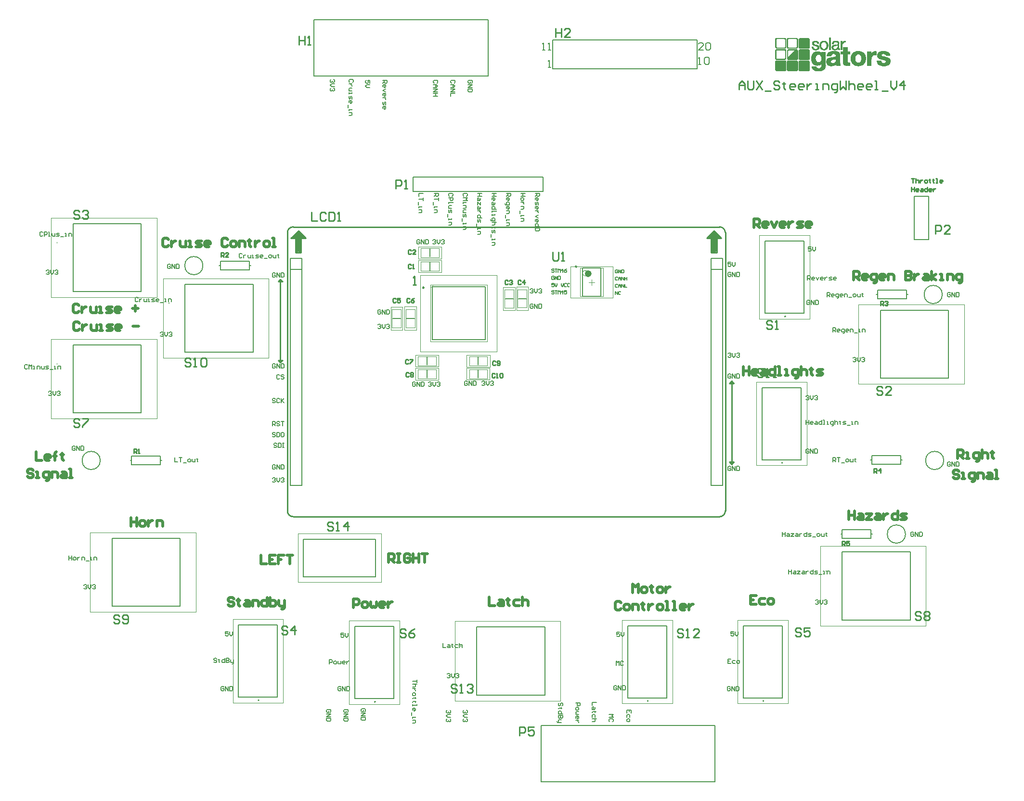
<source format=gto>
G04*
G04 #@! TF.GenerationSoftware,Altium Limited,Altium Designer,19.1.5 (86)*
G04*
G04 Layer_Color=65535*
%FSLAX24Y24*%
%MOIN*%
G70*
G01*
G75*
%ADD10C,0.0079*%
%ADD11C,0.0100*%
%ADD12C,0.0050*%
%ADD13C,0.0098*%
%ADD14C,0.0236*%
%ADD15C,0.0039*%
%ADD16C,0.0010*%
%ADD17C,0.0040*%
%ADD18C,0.0200*%
%ADD19C,0.0080*%
%ADD20C,0.0061*%
%ADD21C,0.0020*%
D10*
X45000Y32333D02*
G03*
X45079Y32333I39J0D01*
G01*
D02*
G03*
X45000Y32333I-39J0D01*
G01*
X35500Y5684D02*
G03*
X35579Y5684I39J0D01*
G01*
D02*
G03*
X35500Y5684I-39J0D01*
G01*
X43500Y5683D02*
G03*
X43579Y5683I39J0D01*
G01*
D02*
G03*
X43500Y5683I-39J0D01*
G01*
X16679Y5633D02*
G03*
X16600Y5633I-39J0D01*
G01*
D02*
G03*
X16679Y5633I39J0D01*
G01*
X8629Y5734D02*
G03*
X8550Y5734I-39J0D01*
G01*
D02*
G03*
X8629Y5734I39J0D01*
G01*
X44879Y22183D02*
G03*
X44800Y22183I-39J0D01*
G01*
D02*
G03*
X44879Y22183I39J0D01*
G01*
X22585Y9513D02*
G03*
X22585Y9474I0J-20D01*
G01*
D02*
G03*
X22585Y9513I0J20D01*
G01*
D02*
G03*
X22585Y9474I0J-20D01*
G01*
X2385Y33263D02*
G03*
X2385Y33224I0J-20D01*
G01*
D02*
G03*
X2385Y33263I0J20D01*
G01*
D02*
G03*
X2385Y33224I0J-20D01*
G01*
X-2665Y15663D02*
G03*
X-2665Y15624I0J-20D01*
G01*
D02*
G03*
X-2665Y15663I0J20D01*
G01*
D02*
G03*
X-2665Y15624I0J-20D01*
G01*
X50535Y31463D02*
G03*
X50535Y31424I0J-20D01*
G01*
D02*
G03*
X50535Y31463I0J20D01*
G01*
D02*
G03*
X50535Y31424I0J-20D01*
G01*
X47885Y14713D02*
G03*
X47885Y14674I0J-20D01*
G01*
D02*
G03*
X47885Y14713I0J20D01*
G01*
D02*
G03*
X47885Y14674I0J-20D01*
G01*
X-5365Y29063D02*
G03*
X-5365Y29024I0J-20D01*
G01*
D02*
G03*
X-5365Y29063I0J20D01*
G01*
D02*
G03*
X-5365Y29024I0J-20D01*
G01*
Y37463D02*
G03*
X-5365Y37424I0J-20D01*
G01*
D02*
G03*
X-5365Y37463I0J20D01*
G01*
D02*
G03*
X-5365Y37424I0J-20D01*
G01*
X54000Y37650D02*
Y40650D01*
Y37650D02*
X55000D01*
Y40650D01*
X54000D02*
X55000D01*
X23800Y28074D02*
Y28626D01*
X20250Y28974D02*
Y29526D01*
X17874Y32200D02*
X18426D01*
X26574Y33568D02*
X27126D01*
X20450Y35524D02*
Y36076D01*
X23800Y28974D02*
Y29526D01*
X20250Y28074D02*
Y28626D01*
X18824Y32200D02*
X19376D01*
X25674Y33550D02*
X26226D01*
X20450Y36474D02*
Y37026D01*
X10786Y36367D02*
X11574D01*
X10786Y35580D02*
X11574D01*
X10786Y20619D02*
X11574D01*
Y36367D01*
X10786Y20619D02*
Y36367D01*
X39920D02*
X40708D01*
X39920Y35580D02*
X40708D01*
X39920Y20619D02*
X40708D01*
Y36367D01*
X39920Y20619D02*
Y36367D01*
X28300Y41000D02*
Y42000D01*
X19300Y41000D02*
X28300D01*
X19300D02*
Y42000D01*
X28300D01*
X5860Y35850D02*
X5950D01*
X7950D02*
X8040D01*
X5950D02*
Y36150D01*
X7950D01*
Y35550D02*
Y36150D01*
X5950Y35550D02*
X7950D01*
X5950D02*
Y35850D01*
X51000Y17250D02*
X51090D01*
X48910D02*
X49000D01*
X51000Y16950D02*
Y17250D01*
X49000Y16950D02*
X51000D01*
X49000D02*
Y17550D01*
X51000D01*
Y17250D02*
Y17550D01*
X53050Y22400D02*
Y22700D01*
X51050D02*
X53050D01*
X51050Y22100D02*
Y22700D01*
Y22100D02*
X53050D01*
Y22400D01*
X50960D02*
X51050D01*
X53050D02*
X53140D01*
X-200Y22050D02*
Y22350D01*
Y22050D02*
X1800D01*
Y22650D01*
X-200D02*
X1800D01*
X-200Y22350D02*
Y22650D01*
X1800Y22350D02*
X1890D01*
X-290D02*
X-200D01*
X53450Y33850D02*
X53540D01*
X51360D02*
X51450D01*
X53450Y33550D02*
Y33850D01*
X51450Y33550D02*
X53450D01*
X51450D02*
Y34150D01*
X53450D01*
Y33850D02*
Y34150D01*
X20609Y30709D02*
Y34391D01*
Y30709D02*
X24291D01*
Y34391D01*
X20609D02*
X24291D01*
X28950Y51500D02*
X38950D01*
X28950Y49500D02*
Y51500D01*
Y49500D02*
X38950D01*
Y51500D01*
X31020Y33716D02*
X32280D01*
X31020Y35684D02*
X32280D01*
Y33716D02*
Y35684D01*
X31020Y33716D02*
Y35684D01*
X43650Y32550D02*
X46350D01*
Y37550D01*
X43650D02*
X46350D01*
X43650Y32550D02*
Y37550D01*
X11700Y14301D02*
Y16899D01*
Y14301D02*
X16700D01*
Y16899D01*
X11700D02*
X16700D01*
X34150Y5900D02*
X36850D01*
Y10900D01*
X34150D02*
X36850D01*
X34150Y5900D02*
Y10900D01*
X42150Y5900D02*
X44850D01*
Y10900D01*
X42150D02*
X44850D01*
X42150Y5900D02*
Y10900D01*
X15250Y5850D02*
Y10850D01*
X17950D01*
Y5850D02*
Y10850D01*
X15250Y5850D02*
X17950D01*
X7200Y5950D02*
Y10950D01*
X9900D01*
Y5950D02*
Y10950D01*
X7200Y5950D02*
X9900D01*
X43450Y22400D02*
Y27400D01*
X46150D01*
Y22400D02*
Y27400D01*
X43450Y22400D02*
X46150D01*
X23688Y6088D02*
X28412D01*
Y10812D01*
X23688D02*
X28412D01*
X23688Y6088D02*
Y10812D01*
X3488Y29838D02*
X8212D01*
Y34562D01*
X3488D02*
X8212D01*
X3488Y29838D02*
Y34562D01*
X-1562Y12238D02*
Y16962D01*
X3162D01*
Y12238D02*
Y16962D01*
X-1562Y12238D02*
X3162D01*
X51638Y28038D02*
Y32762D01*
X56362D01*
Y28038D02*
Y32762D01*
X51638Y28038D02*
X56362D01*
X48988Y11288D02*
Y16012D01*
X53712D01*
Y11288D02*
Y16012D01*
X48988Y11288D02*
X53712D01*
X-4262Y25638D02*
X462D01*
Y30362D01*
X-4262D02*
X462D01*
X-4262Y25638D02*
Y30362D01*
Y34038D02*
X462D01*
Y38762D01*
X-4262D02*
X462D01*
X-4262Y34038D02*
Y38762D01*
D11*
X40904Y38139D02*
G03*
X40511Y38533I-394J0D01*
G01*
Y18454D02*
G03*
X40904Y18848I0J394D01*
G01*
X10589D02*
G03*
X10983Y18454I394J0D01*
G01*
Y38533D02*
G03*
X10589Y38139I0J-394D01*
G01*
X9950Y29300D02*
X10100Y29150D01*
X9950Y29300D02*
X10250D01*
X10100Y29150D02*
X10250Y29300D01*
X10100Y34900D02*
X10250Y34750D01*
X9950D02*
X10250D01*
X9950D02*
X10100Y34900D01*
X41200Y22250D02*
X41350Y22100D01*
X41200Y22250D02*
X41500D01*
X41350Y22100D02*
X41500Y22250D01*
X41200Y27700D02*
X41350Y27850D01*
X41200Y27700D02*
X41500D01*
X41350Y27850D02*
X41500Y27700D01*
X10100Y29150D02*
Y34900D01*
X41350Y22100D02*
Y27850D01*
X40904Y18848D02*
Y38139D01*
X10983Y18454D02*
X40511D01*
X10589Y18848D02*
Y38139D01*
X10983Y38533D02*
X40511D01*
X40235Y36840D02*
Y37814D01*
X40156Y36761D02*
Y37814D01*
X40078Y36800D02*
Y37814D01*
X39999Y36761D02*
Y37814D01*
X40069Y38193D02*
X40156Y38105D01*
X40053Y38193D02*
X40069D01*
X39965Y38105D02*
X40269D01*
X39864Y38004D02*
X40349D01*
X39764Y37904D02*
X40439D01*
X39674Y37814D02*
X40546D01*
X11456Y36761D02*
Y37821D01*
X11377Y36761D02*
Y37745D01*
X11298Y36840D02*
Y37821D01*
X11219Y36800D02*
Y37745D01*
X11141D02*
X11534D01*
X11075Y37995D02*
X11562D01*
X11294Y38213D02*
X11381D01*
X11198Y38118D02*
X11451D01*
X11108Y38028D02*
X11567D01*
X11000Y37920D02*
X11664D01*
X11065Y37821D02*
X11738D01*
X11065D02*
X11141Y37745D01*
X10901Y37821D02*
X11065D01*
X40314Y36761D02*
Y37745D01*
X39920Y36761D02*
Y37745D01*
Y36761D02*
X40314D01*
X39605Y37745D02*
X39920D01*
X40314D02*
X40629D01*
X40117Y38257D02*
X40629Y37745D01*
X39605D02*
X40117Y38257D01*
X11534Y36761D02*
Y37745D01*
X11141Y36761D02*
Y37745D01*
Y36761D02*
X11534D01*
X10826Y37745D02*
X11141D01*
X11534D02*
X11849D01*
X11337Y38257D02*
X11849Y37745D01*
X10826D02*
X11337Y38257D01*
X51650Y33100D02*
Y33400D01*
X51800D01*
X51850Y33350D01*
Y33250D01*
X51800Y33200D01*
X51650D01*
X51750D02*
X51850Y33100D01*
X51950Y33350D02*
X52000Y33400D01*
X52100D01*
X52150Y33350D01*
Y33300D01*
X52100Y33250D01*
X52050D01*
X52100D01*
X52150Y33200D01*
Y33150D01*
X52100Y33100D01*
X52000D01*
X51950Y33150D01*
X53800Y41900D02*
X54000D01*
X53900D01*
Y41600D01*
X54100Y41900D02*
Y41600D01*
Y41750D01*
X54150Y41800D01*
X54250D01*
X54300Y41750D01*
Y41600D01*
X54400Y41800D02*
Y41600D01*
Y41700D01*
X54450Y41750D01*
X54500Y41800D01*
X54550D01*
X54750Y41600D02*
X54850D01*
X54900Y41650D01*
Y41750D01*
X54850Y41800D01*
X54750D01*
X54700Y41750D01*
Y41650D01*
X54750Y41600D01*
X55050Y41850D02*
Y41800D01*
X55000D01*
X55100D01*
X55050D01*
Y41650D01*
X55100Y41600D01*
X55300Y41850D02*
Y41800D01*
X55250D01*
X55349D01*
X55300D01*
Y41650D01*
X55349Y41600D01*
X55499D02*
X55599D01*
X55549D01*
Y41900D01*
X55499D01*
X55899Y41600D02*
X55799D01*
X55749Y41650D01*
Y41750D01*
X55799Y41800D01*
X55899D01*
X55949Y41750D01*
Y41700D01*
X55749D01*
X53800Y41300D02*
Y41000D01*
Y41150D01*
X54000D01*
Y41300D01*
Y41000D01*
X54250D02*
X54150D01*
X54100Y41050D01*
Y41150D01*
X54150Y41200D01*
X54250D01*
X54300Y41150D01*
Y41100D01*
X54100D01*
X54450Y41200D02*
X54550D01*
X54600Y41150D01*
Y41000D01*
X54450D01*
X54400Y41050D01*
X54450Y41100D01*
X54600D01*
X54900Y41300D02*
Y41000D01*
X54750D01*
X54700Y41050D01*
Y41150D01*
X54750Y41200D01*
X54900D01*
X55150Y41000D02*
X55050D01*
X55000Y41050D01*
Y41150D01*
X55050Y41200D01*
X55150D01*
X55200Y41150D01*
Y41100D01*
X55000D01*
X55300Y41200D02*
Y41000D01*
Y41100D01*
X55349Y41150D01*
X55399Y41200D01*
X55449D01*
X41850Y48050D02*
Y48450D01*
X42050Y48650D01*
X42250Y48450D01*
Y48050D01*
Y48350D01*
X41850D01*
X42450Y48650D02*
Y48150D01*
X42550Y48050D01*
X42750D01*
X42850Y48150D01*
Y48650D01*
X43050D02*
X43449Y48050D01*
Y48650D02*
X43050Y48050D01*
X43649Y47950D02*
X44049D01*
X44649Y48550D02*
X44549Y48650D01*
X44349D01*
X44249Y48550D01*
Y48450D01*
X44349Y48350D01*
X44549D01*
X44649Y48250D01*
Y48150D01*
X44549Y48050D01*
X44349D01*
X44249Y48150D01*
X44949Y48550D02*
Y48450D01*
X44849D01*
X45049D01*
X44949D01*
Y48150D01*
X45049Y48050D01*
X45649D02*
X45449D01*
X45349Y48150D01*
Y48350D01*
X45449Y48450D01*
X45649D01*
X45749Y48350D01*
Y48250D01*
X45349D01*
X46249Y48050D02*
X46049D01*
X45949Y48150D01*
Y48350D01*
X46049Y48450D01*
X46249D01*
X46349Y48350D01*
Y48250D01*
X45949D01*
X46548Y48450D02*
Y48050D01*
Y48250D01*
X46648Y48350D01*
X46748Y48450D01*
X46848D01*
X47148Y48050D02*
X47348D01*
X47248D01*
Y48450D01*
X47148D01*
X47648Y48050D02*
Y48450D01*
X47948D01*
X48048Y48350D01*
Y48050D01*
X48448Y47850D02*
X48548D01*
X48648Y47950D01*
Y48450D01*
X48348D01*
X48248Y48350D01*
Y48150D01*
X48348Y48050D01*
X48648D01*
X48848Y48650D02*
Y48050D01*
X49048Y48250D01*
X49248Y48050D01*
Y48650D01*
X49448D02*
Y48050D01*
Y48350D01*
X49548Y48450D01*
X49747D01*
X49847Y48350D01*
Y48050D01*
X50347D02*
X50147D01*
X50047Y48150D01*
Y48350D01*
X50147Y48450D01*
X50347D01*
X50447Y48350D01*
Y48250D01*
X50047D01*
X50947Y48050D02*
X50747D01*
X50647Y48150D01*
Y48350D01*
X50747Y48450D01*
X50947D01*
X51047Y48350D01*
Y48250D01*
X50647D01*
X51247Y48050D02*
X51447D01*
X51347D01*
Y48650D01*
X51247D01*
X51747Y47950D02*
X52147D01*
X52347Y48650D02*
Y48250D01*
X52547Y48050D01*
X52746Y48250D01*
Y48650D01*
X53246Y48050D02*
Y48650D01*
X52946Y48350D01*
X53346D01*
X55450Y38050D02*
Y38650D01*
X55750D01*
X55850Y38550D01*
Y38350D01*
X55750Y38250D01*
X55450D01*
X56450Y38050D02*
X56050D01*
X56450Y38450D01*
Y38550D01*
X56350Y38650D01*
X56150D01*
X56050Y38550D01*
X38000Y10600D02*
X37900Y10700D01*
X37700D01*
X37600Y10600D01*
Y10500D01*
X37700Y10400D01*
X37900D01*
X38000Y10300D01*
Y10200D01*
X37900Y10100D01*
X37700D01*
X37600Y10200D01*
X38200Y10100D02*
X38400D01*
X38300D01*
Y10700D01*
X38200Y10600D01*
X39100Y10100D02*
X38700D01*
X39100Y10500D01*
Y10600D01*
X39000Y10700D01*
X38800D01*
X38700Y10600D01*
X43535Y28615D02*
X43435Y28715D01*
X43235D01*
X43135Y28615D01*
Y28515D01*
X43235Y28415D01*
X43435D01*
X43535Y28315D01*
Y28215D01*
X43435Y28115D01*
X43235D01*
X43135Y28215D01*
X43735Y28115D02*
X43935D01*
X43835D01*
Y28715D01*
X43735Y28615D01*
X44235Y28115D02*
X44435D01*
X44335D01*
Y28715D01*
X44235Y28615D01*
X18800Y10600D02*
X18700Y10700D01*
X18500D01*
X18400Y10600D01*
Y10500D01*
X18500Y10400D01*
X18700D01*
X18800Y10300D01*
Y10200D01*
X18700Y10100D01*
X18500D01*
X18400Y10200D01*
X19400Y10700D02*
X19200Y10600D01*
X19000Y10400D01*
Y10200D01*
X19100Y10100D01*
X19300D01*
X19400Y10200D01*
Y10300D01*
X19300Y10400D01*
X19000D01*
X46150Y10650D02*
X46050Y10750D01*
X45850D01*
X45750Y10650D01*
Y10550D01*
X45850Y10450D01*
X46050D01*
X46150Y10350D01*
Y10250D01*
X46050Y10150D01*
X45850D01*
X45750Y10250D01*
X46750Y10750D02*
X46350D01*
Y10450D01*
X46550Y10550D01*
X46650D01*
X46750Y10450D01*
Y10250D01*
X46650Y10150D01*
X46450D01*
X46350Y10250D01*
X10600Y10800D02*
X10500Y10900D01*
X10300D01*
X10200Y10800D01*
Y10700D01*
X10300Y10600D01*
X10500D01*
X10600Y10500D01*
Y10400D01*
X10500Y10300D01*
X10300D01*
X10200Y10400D01*
X11100Y10300D02*
Y10900D01*
X10800Y10600D01*
X11200D01*
X44150Y31950D02*
X44050Y32050D01*
X43850D01*
X43750Y31950D01*
Y31850D01*
X43850Y31750D01*
X44050D01*
X44150Y31650D01*
Y31550D01*
X44050Y31450D01*
X43850D01*
X43750Y31550D01*
X44350Y31450D02*
X44550D01*
X44450D01*
Y32050D01*
X44350Y31950D01*
X13750Y18000D02*
X13650Y18100D01*
X13450D01*
X13350Y18000D01*
Y17900D01*
X13450Y17800D01*
X13650D01*
X13750Y17700D01*
Y17600D01*
X13650Y17500D01*
X13450D01*
X13350Y17600D01*
X13950Y17500D02*
X14150D01*
X14050D01*
Y18100D01*
X13950Y18000D01*
X14750Y17500D02*
Y18100D01*
X14450Y17800D01*
X14850D01*
X19150Y35900D02*
X19100Y35950D01*
X19000D01*
X18950Y35900D01*
Y35700D01*
X19000Y35650D01*
X19100D01*
X19150Y35700D01*
X19250Y35650D02*
X19350D01*
X19300D01*
Y35950D01*
X19250Y35900D01*
X26650Y3300D02*
Y3900D01*
X26950D01*
X27050Y3800D01*
Y3600D01*
X26950Y3500D01*
X26650D01*
X27650Y3900D02*
X27250D01*
Y3600D01*
X27450Y3700D01*
X27550D01*
X27650Y3600D01*
Y3400D01*
X27550Y3300D01*
X27350D01*
X27250Y3400D01*
X18100Y41200D02*
Y41800D01*
X18400D01*
X18500Y41700D01*
Y41500D01*
X18400Y41400D01*
X18100D01*
X18700Y41200D02*
X18900D01*
X18800D01*
Y41800D01*
X18700Y41700D01*
X11400Y51750D02*
Y51150D01*
Y51450D01*
X11800D01*
Y51750D01*
Y51150D01*
X12000D02*
X12200D01*
X12100D01*
Y51750D01*
X12000Y51650D01*
X51200Y21500D02*
Y21800D01*
X51350D01*
X51400Y21750D01*
Y21650D01*
X51350Y21600D01*
X51200D01*
X51300D02*
X51400Y21500D01*
X51650D02*
Y21800D01*
X51500Y21650D01*
X51700D01*
X-50Y22850D02*
Y23150D01*
X100D01*
X150Y23100D01*
Y23000D01*
X100Y22950D01*
X-50D01*
X50D02*
X150Y22850D01*
X250D02*
X350D01*
X300D01*
Y23150D01*
X250Y23100D01*
X22325Y6750D02*
X22225Y6850D01*
X22025D01*
X21925Y6750D01*
Y6650D01*
X22025Y6550D01*
X22225D01*
X22325Y6450D01*
Y6350D01*
X22225Y6250D01*
X22025D01*
X21925Y6350D01*
X22525Y6250D02*
X22725D01*
X22625D01*
Y6850D01*
X22525Y6750D01*
X23025D02*
X23125Y6850D01*
X23325D01*
X23425Y6750D01*
Y6650D01*
X23325Y6550D01*
X23225D01*
X23325D01*
X23425Y6450D01*
Y6350D01*
X23325Y6250D01*
X23125D01*
X23025Y6350D01*
X24950Y28350D02*
X24900Y28400D01*
X24800D01*
X24750Y28350D01*
Y28150D01*
X24800Y28100D01*
X24900D01*
X24950Y28150D01*
X25050Y28100D02*
X25150D01*
X25100D01*
Y28400D01*
X25050Y28350D01*
X25300D02*
X25350Y28400D01*
X25450D01*
X25500Y28350D01*
Y28150D01*
X25450Y28100D01*
X25350D01*
X25300Y28150D01*
Y28350D01*
X25000Y29200D02*
X24950Y29250D01*
X24850D01*
X24800Y29200D01*
Y29000D01*
X24850Y28950D01*
X24950D01*
X25000Y29000D01*
X25100D02*
X25150Y28950D01*
X25250D01*
X25300Y29000D01*
Y29200D01*
X25250Y29250D01*
X25150D01*
X25100Y29200D01*
Y29150D01*
X25150Y29100D01*
X25300D01*
X19000Y28400D02*
X18950Y28450D01*
X18850D01*
X18800Y28400D01*
Y28200D01*
X18850Y28150D01*
X18950D01*
X19000Y28200D01*
X19100Y28400D02*
X19150Y28450D01*
X19250D01*
X19300Y28400D01*
Y28350D01*
X19250Y28300D01*
X19300Y28250D01*
Y28200D01*
X19250Y28150D01*
X19150D01*
X19100Y28200D01*
Y28250D01*
X19150Y28300D01*
X19100Y28350D01*
Y28400D01*
X19150Y28300D02*
X19250D01*
X18968Y29300D02*
X18918Y29350D01*
X18818D01*
X18769Y29300D01*
Y29100D01*
X18818Y29050D01*
X18918D01*
X18968Y29100D01*
X19068Y29350D02*
X19268D01*
Y29300D01*
X19068Y29100D01*
Y29050D01*
X19050Y33550D02*
X19000Y33600D01*
X18900D01*
X18850Y33550D01*
Y33350D01*
X18900Y33300D01*
X19000D01*
X19050Y33350D01*
X19350Y33600D02*
X19250Y33550D01*
X19150Y33450D01*
Y33350D01*
X19200Y33300D01*
X19300D01*
X19350Y33350D01*
Y33400D01*
X19300Y33450D01*
X19150D01*
X18100Y33550D02*
X18050Y33600D01*
X17950D01*
X17900Y33550D01*
Y33350D01*
X17950Y33300D01*
X18050D01*
X18100Y33350D01*
X18400Y33600D02*
X18200D01*
Y33450D01*
X18300Y33500D01*
X18350D01*
X18400Y33450D01*
Y33350D01*
X18350Y33300D01*
X18250D01*
X18200Y33350D01*
X26750Y34800D02*
X26700Y34850D01*
X26600D01*
X26550Y34800D01*
Y34600D01*
X26600Y34550D01*
X26700D01*
X26750Y34600D01*
X27000Y34550D02*
Y34850D01*
X26850Y34700D01*
X27050D01*
X25850Y34800D02*
X25800Y34850D01*
X25700D01*
X25650Y34800D01*
Y34600D01*
X25700Y34550D01*
X25800D01*
X25850Y34600D01*
X25950Y34800D02*
X26000Y34850D01*
X26100D01*
X26150Y34800D01*
Y34750D01*
X26100Y34700D01*
X26050D01*
X26100D01*
X26150Y34650D01*
Y34600D01*
X26100Y34550D01*
X26000D01*
X25950Y34600D01*
X19150Y36900D02*
X19100Y36950D01*
X19000D01*
X18950Y36900D01*
Y36700D01*
X19000Y36650D01*
X19100D01*
X19150Y36700D01*
X19450Y36650D02*
X19250D01*
X19450Y36850D01*
Y36900D01*
X19400Y36950D01*
X19300D01*
X19250Y36900D01*
X12250Y39550D02*
Y38950D01*
X12650D01*
X13250Y39450D02*
X13150Y39550D01*
X12950D01*
X12850Y39450D01*
Y39050D01*
X12950Y38950D01*
X13150D01*
X13250Y39050D01*
X13450Y39550D02*
Y38950D01*
X13750D01*
X13849Y39050D01*
Y39450D01*
X13750Y39550D01*
X13450D01*
X14049Y38950D02*
X14249D01*
X14149D01*
Y39550D01*
X14049Y39450D01*
X51800Y27400D02*
X51700Y27500D01*
X51500D01*
X51400Y27400D01*
Y27300D01*
X51500Y27200D01*
X51700D01*
X51800Y27100D01*
Y27000D01*
X51700Y26900D01*
X51500D01*
X51400Y27000D01*
X52400Y26900D02*
X52000D01*
X52400Y27300D01*
Y27400D01*
X52300Y27500D01*
X52100D01*
X52000Y27400D01*
X19290Y34510D02*
X19490D01*
X19390D01*
Y35110D01*
X19290Y35010D01*
X49000Y16450D02*
Y16750D01*
X49150D01*
X49200Y16700D01*
Y16600D01*
X49150Y16550D01*
X49000D01*
X49100D02*
X49200Y16450D01*
X49500Y16750D02*
X49300D01*
Y16600D01*
X49400Y16650D01*
X49450D01*
X49500Y16600D01*
Y16500D01*
X49450Y16450D01*
X49350D01*
X49300Y16500D01*
X6000Y36450D02*
Y36750D01*
X6150D01*
X6200Y36700D01*
Y36600D01*
X6150Y36550D01*
X6000D01*
X6100D02*
X6200Y36450D01*
X6500D02*
X6300D01*
X6500Y36650D01*
Y36700D01*
X6450Y36750D01*
X6350D01*
X6300Y36700D01*
X3900Y29350D02*
X3800Y29450D01*
X3600D01*
X3500Y29350D01*
Y29250D01*
X3600Y29150D01*
X3800D01*
X3900Y29050D01*
Y28950D01*
X3800Y28850D01*
X3600D01*
X3500Y28950D01*
X4100Y28850D02*
X4300D01*
X4200D01*
Y29450D01*
X4100Y29350D01*
X4600D02*
X4700Y29450D01*
X4900D01*
X5000Y29350D01*
Y28950D01*
X4900Y28850D01*
X4700D01*
X4600Y28950D01*
Y29350D01*
X-1050Y11550D02*
X-1150Y11650D01*
X-1350D01*
X-1450Y11550D01*
Y11450D01*
X-1350Y11350D01*
X-1150D01*
X-1050Y11250D01*
Y11150D01*
X-1150Y11050D01*
X-1350D01*
X-1450Y11150D01*
X-850D02*
X-750Y11050D01*
X-550D01*
X-450Y11150D01*
Y11550D01*
X-550Y11650D01*
X-750D01*
X-850Y11550D01*
Y11450D01*
X-750Y11350D01*
X-450D01*
X54450Y11800D02*
X54350Y11900D01*
X54150D01*
X54050Y11800D01*
Y11700D01*
X54150Y11600D01*
X54350D01*
X54450Y11500D01*
Y11400D01*
X54350Y11300D01*
X54150D01*
X54050Y11400D01*
X54650Y11800D02*
X54750Y11900D01*
X54950D01*
X55050Y11800D01*
Y11700D01*
X54950Y11600D01*
X55050Y11500D01*
Y11400D01*
X54950Y11300D01*
X54750D01*
X54650Y11400D01*
Y11500D01*
X54750Y11600D01*
X54650Y11700D01*
Y11800D01*
X54750Y11600D02*
X54950D01*
X28940Y36780D02*
Y36280D01*
X29040Y36180D01*
X29240D01*
X29340Y36280D01*
Y36780D01*
X29540Y36180D02*
X29740D01*
X29640D01*
Y36780D01*
X29540Y36680D01*
X-3800Y25150D02*
X-3900Y25250D01*
X-4100D01*
X-4200Y25150D01*
Y25050D01*
X-4100Y24950D01*
X-3900D01*
X-3800Y24850D01*
Y24750D01*
X-3900Y24650D01*
X-4100D01*
X-4200Y24750D01*
X-3600Y25250D02*
X-3200D01*
Y25150D01*
X-3600Y24750D01*
Y24650D01*
X-3800Y39600D02*
X-3900Y39700D01*
X-4100D01*
X-4200Y39600D01*
Y39500D01*
X-4100Y39400D01*
X-3900D01*
X-3800Y39300D01*
Y39200D01*
X-3900Y39100D01*
X-4100D01*
X-4200Y39200D01*
X-3600Y39600D02*
X-3500Y39700D01*
X-3300D01*
X-3200Y39600D01*
Y39500D01*
X-3300Y39400D01*
X-3400D01*
X-3300D01*
X-3200Y39300D01*
Y39200D01*
X-3300Y39100D01*
X-3500D01*
X-3600Y39200D01*
X29150Y52300D02*
Y51700D01*
Y52000D01*
X29550D01*
Y52300D01*
Y51700D01*
X30150D02*
X29750D01*
X30150Y52100D01*
Y52200D01*
X30050Y52300D01*
X29850D01*
X29750Y52200D01*
D12*
X53380Y17250D02*
G03*
X53380Y17250I-630J0D01*
G01*
X56030Y22350D02*
G03*
X56030Y22350I-630J0D01*
G01*
X55930Y33850D02*
G03*
X55930Y33850I-630J0D01*
G01*
X-2370Y22350D02*
G03*
X-2370Y22350I-630J0D01*
G01*
X4736Y35850D02*
G03*
X4736Y35850I-630J0D01*
G01*
X28140Y4000D02*
X40200D01*
Y100D02*
Y4000D01*
X28140Y100D02*
X40200D01*
X28140D02*
Y4000D01*
X12425Y49000D02*
X24485D01*
X12425D02*
Y52900D01*
X24485D01*
Y49000D02*
Y52900D01*
X1800Y31200D02*
X1850Y31250D01*
X1950D01*
X2000Y31200D01*
Y31150D01*
X1950Y31100D01*
X1900D01*
X1950D01*
X2000Y31050D01*
Y31000D01*
X1950Y30950D01*
X1850D01*
X1800Y31000D01*
X2100Y31250D02*
Y31050D01*
X2200Y30950D01*
X2300Y31050D01*
Y31250D01*
X2400Y31200D02*
X2450Y31250D01*
X2550D01*
X2600Y31200D01*
Y31150D01*
X2550Y31100D01*
X2500D01*
X2550D01*
X2600Y31050D01*
Y31000D01*
X2550Y30950D01*
X2450D01*
X2400Y31000D01*
X23350Y48500D02*
X23400Y48550D01*
Y48650D01*
X23350Y48700D01*
X23150D01*
X23100Y48650D01*
Y48550D01*
X23150Y48500D01*
X23250D01*
Y48600D01*
X23100Y48400D02*
X23400D01*
X23100Y48200D01*
X23400D01*
Y48100D02*
X23100D01*
Y47950D01*
X23150Y47900D01*
X23350D01*
X23400Y47950D01*
Y48100D01*
X23050Y27800D02*
X23000Y27850D01*
X22900D01*
X22850Y27800D01*
Y27600D01*
X22900Y27550D01*
X23000D01*
X23050Y27600D01*
Y27700D01*
X22950D01*
X23150Y27550D02*
Y27850D01*
X23350Y27550D01*
Y27850D01*
X23450D02*
Y27550D01*
X23600D01*
X23650Y27600D01*
Y27800D01*
X23600Y27850D01*
X23450D01*
X21650Y7550D02*
X21700Y7600D01*
X21800D01*
X21850Y7550D01*
Y7500D01*
X21800Y7450D01*
X21750D01*
X21800D01*
X21850Y7400D01*
Y7350D01*
X21800Y7300D01*
X21700D01*
X21650Y7350D01*
X21950Y7600D02*
Y7400D01*
X22050Y7300D01*
X22150Y7400D01*
Y7600D01*
X22250Y7550D02*
X22300Y7600D01*
X22400D01*
X22450Y7550D01*
Y7500D01*
X22400Y7450D01*
X22350D01*
X22400D01*
X22450Y7400D01*
Y7350D01*
X22400Y7300D01*
X22300D01*
X22250Y7350D01*
X53950Y17350D02*
X53900Y17400D01*
X53800D01*
X53750Y17350D01*
Y17150D01*
X53800Y17100D01*
X53900D01*
X53950Y17150D01*
Y17250D01*
X53850D01*
X54050Y17100D02*
Y17400D01*
X54250Y17100D01*
Y17400D01*
X54350D02*
Y17100D01*
X54500D01*
X54550Y17150D01*
Y17350D01*
X54500Y17400D01*
X54350D01*
X-6100Y35500D02*
X-6050Y35550D01*
X-5950D01*
X-5900Y35500D01*
Y35450D01*
X-5950Y35400D01*
X-6000D01*
X-5950D01*
X-5900Y35350D01*
Y35300D01*
X-5950Y35250D01*
X-6050D01*
X-6100Y35300D01*
X-5800Y35550D02*
Y35350D01*
X-5700Y35250D01*
X-5600Y35350D01*
Y35550D01*
X-5500Y35500D02*
X-5450Y35550D01*
X-5350D01*
X-5300Y35500D01*
Y35450D01*
X-5350Y35400D01*
X-5400D01*
X-5350D01*
X-5300Y35350D01*
Y35300D01*
X-5350Y35250D01*
X-5450D01*
X-5500Y35300D01*
X6500Y10500D02*
X6300D01*
Y10350D01*
X6400Y10400D01*
X6450D01*
X6500Y10350D01*
Y10250D01*
X6450Y10200D01*
X6350D01*
X6300Y10250D01*
X6600Y10500D02*
Y10300D01*
X6700Y10200D01*
X6800Y10300D01*
Y10500D01*
X21850Y5050D02*
X21900Y5000D01*
Y4900D01*
X21850Y4850D01*
X21800D01*
X21750Y4900D01*
Y4950D01*
Y4900D01*
X21700Y4850D01*
X21650D01*
X21600Y4900D01*
Y5000D01*
X21650Y5050D01*
X21900Y4750D02*
X21700D01*
X21600Y4650D01*
X21700Y4550D01*
X21900D01*
X21850Y4450D02*
X21900Y4400D01*
Y4300D01*
X21850Y4250D01*
X21800D01*
X21750Y4300D01*
Y4350D01*
Y4300D01*
X21700Y4250D01*
X21650D01*
X21600Y4300D01*
Y4400D01*
X21650Y4450D01*
X41300Y8600D02*
X41100D01*
Y8300D01*
X41300D01*
X41100Y8450D02*
X41200D01*
X41600Y8500D02*
X41450D01*
X41400Y8450D01*
Y8350D01*
X41450Y8300D01*
X41600D01*
X41750D02*
X41850D01*
X41900Y8350D01*
Y8450D01*
X41850Y8500D01*
X41750D01*
X41700Y8450D01*
Y8350D01*
X41750Y8300D01*
X44850Y17400D02*
Y17100D01*
Y17250D01*
X45050D01*
Y17400D01*
Y17100D01*
X45200Y17300D02*
X45300D01*
X45350Y17250D01*
Y17100D01*
X45200D01*
X45150Y17150D01*
X45200Y17200D01*
X45350D01*
X45450Y17300D02*
X45650D01*
X45450Y17100D01*
X45650D01*
X45800Y17300D02*
X45900D01*
X45950Y17250D01*
Y17100D01*
X45800D01*
X45750Y17150D01*
X45800Y17200D01*
X45950D01*
X46050Y17300D02*
Y17100D01*
Y17200D01*
X46100Y17250D01*
X46150Y17300D01*
X46200D01*
X46549Y17400D02*
Y17100D01*
X46399D01*
X46350Y17150D01*
Y17250D01*
X46399Y17300D01*
X46549D01*
X46649Y17100D02*
X46799D01*
X46849Y17150D01*
X46799Y17200D01*
X46699D01*
X46649Y17250D01*
X46699Y17300D01*
X46849D01*
X46949Y17050D02*
X47149D01*
X47299Y17100D02*
X47399D01*
X47449Y17150D01*
Y17250D01*
X47399Y17300D01*
X47299D01*
X47249Y17250D01*
Y17150D01*
X47299Y17100D01*
X47549Y17300D02*
Y17150D01*
X47599Y17100D01*
X47749D01*
Y17300D01*
X47899Y17350D02*
Y17300D01*
X47849D01*
X47949D01*
X47899D01*
Y17150D01*
X47949Y17100D01*
X49750Y29450D02*
X49800Y29500D01*
X49900D01*
X49950Y29450D01*
Y29400D01*
X49900Y29350D01*
X49850D01*
X49900D01*
X49950Y29300D01*
Y29250D01*
X49900Y29200D01*
X49800D01*
X49750Y29250D01*
X50050Y29500D02*
Y29300D01*
X50150Y29200D01*
X50250Y29300D01*
Y29500D01*
X50350Y29450D02*
X50400Y29500D01*
X50500D01*
X50550Y29450D01*
Y29400D01*
X50500Y29350D01*
X50450D01*
X50500D01*
X50550Y29300D01*
Y29250D01*
X50500Y29200D01*
X50400D01*
X50350Y29250D01*
X48350Y31250D02*
Y31550D01*
X48500D01*
X48550Y31500D01*
Y31400D01*
X48500Y31350D01*
X48350D01*
X48450D02*
X48550Y31250D01*
X48800D02*
X48700D01*
X48650Y31300D01*
Y31400D01*
X48700Y31450D01*
X48800D01*
X48850Y31400D01*
Y31350D01*
X48650D01*
X49050Y31150D02*
X49100D01*
X49150Y31200D01*
Y31450D01*
X49000D01*
X48950Y31400D01*
Y31300D01*
X49000Y31250D01*
X49150D01*
X49400D02*
X49300D01*
X49250Y31300D01*
Y31400D01*
X49300Y31450D01*
X49400D01*
X49450Y31400D01*
Y31350D01*
X49250D01*
X49550Y31250D02*
Y31450D01*
X49700D01*
X49750Y31400D01*
Y31250D01*
X49850Y31200D02*
X50049D01*
X50149Y31250D02*
X50249D01*
X50199D01*
Y31450D01*
X50149D01*
X50399Y31250D02*
Y31450D01*
X50549D01*
X50599Y31400D01*
Y31250D01*
X13550Y4900D02*
X13600Y4950D01*
Y5050D01*
X13550Y5100D01*
X13350D01*
X13300Y5050D01*
Y4950D01*
X13350Y4900D01*
X13450D01*
Y5000D01*
X13300Y4800D02*
X13600D01*
X13300Y4600D01*
X13600D01*
Y4500D02*
X13300D01*
Y4350D01*
X13350Y4300D01*
X13550D01*
X13600Y4350D01*
Y4500D01*
X27750Y40862D02*
X28050D01*
Y40712D01*
X28000Y40662D01*
X27900D01*
X27850Y40712D01*
Y40862D01*
Y40762D02*
X27750Y40662D01*
Y40412D02*
Y40512D01*
X27800Y40562D01*
X27900D01*
X27950Y40512D01*
Y40412D01*
X27900Y40362D01*
X27850D01*
Y40562D01*
X27750Y40262D02*
Y40112D01*
X27800Y40062D01*
X27850Y40112D01*
Y40212D01*
X27900Y40262D01*
X27950Y40212D01*
Y40062D01*
X27750Y39812D02*
Y39912D01*
X27800Y39962D01*
X27900D01*
X27950Y39912D01*
Y39812D01*
X27900Y39762D01*
X27850D01*
Y39962D01*
X27950Y39662D02*
X27750D01*
X27850D01*
X27900Y39612D01*
X27950Y39562D01*
Y39512D01*
Y39362D02*
X27750Y39262D01*
X27950Y39162D01*
X27750Y38912D02*
Y39012D01*
X27800Y39062D01*
X27900D01*
X27950Y39012D01*
Y38912D01*
X27900Y38862D01*
X27850D01*
Y39062D01*
X28050Y38562D02*
X27750D01*
Y38712D01*
X27800Y38762D01*
X27900D01*
X27950Y38712D01*
Y38562D01*
X28000Y38462D02*
X28050Y38412D01*
Y38313D01*
X28000Y38263D01*
X27800D01*
X27750Y38313D01*
Y38412D01*
X27800Y38462D01*
X28000D01*
X14750Y4900D02*
X14800Y4950D01*
Y5050D01*
X14750Y5100D01*
X14550D01*
X14500Y5050D01*
Y4950D01*
X14550Y4900D01*
X14650D01*
Y5000D01*
X14500Y4800D02*
X14800D01*
X14500Y4600D01*
X14800D01*
Y4500D02*
X14500D01*
Y4350D01*
X14550Y4300D01*
X14750D01*
X14800Y4350D01*
Y4500D01*
X46850Y37150D02*
X46650D01*
Y37000D01*
X46750Y37050D01*
X46800D01*
X46850Y37000D01*
Y36900D01*
X46800Y36850D01*
X46700D01*
X46650Y36900D01*
X46950Y37150D02*
Y36950D01*
X47050Y36850D01*
X47150Y36950D01*
Y37150D01*
X-4550Y15750D02*
Y15450D01*
Y15600D01*
X-4350D01*
Y15750D01*
Y15450D01*
X-4200D02*
X-4100D01*
X-4050Y15500D01*
Y15600D01*
X-4100Y15650D01*
X-4200D01*
X-4250Y15600D01*
Y15500D01*
X-4200Y15450D01*
X-3950Y15650D02*
Y15450D01*
Y15550D01*
X-3900Y15600D01*
X-3850Y15650D01*
X-3800D01*
X-3650Y15450D02*
Y15650D01*
X-3500D01*
X-3450Y15600D01*
Y15450D01*
X-3350Y15400D02*
X-3150D01*
X-3050Y15450D02*
X-2951D01*
X-3000D01*
Y15650D01*
X-3050D01*
X-2801Y15450D02*
Y15650D01*
X-2651D01*
X-2601Y15600D01*
Y15450D01*
X46700Y23100D02*
X46650Y23150D01*
X46550D01*
X46500Y23100D01*
Y22900D01*
X46550Y22850D01*
X46650D01*
X46700Y22900D01*
Y23000D01*
X46600D01*
X46800Y22850D02*
Y23150D01*
X47000Y22850D01*
Y23150D01*
X47100D02*
Y22850D01*
X47250D01*
X47300Y22900D01*
Y23100D01*
X47250Y23150D01*
X47100D01*
X25050Y40862D02*
X24750D01*
X24900D01*
Y40662D01*
X25050D01*
X24750D01*
Y40412D02*
Y40512D01*
X24800Y40562D01*
X24900D01*
X24950Y40512D01*
Y40412D01*
X24900Y40362D01*
X24850D01*
Y40562D01*
X24950Y40212D02*
Y40112D01*
X24900Y40062D01*
X24750D01*
Y40212D01*
X24800Y40262D01*
X24850Y40212D01*
Y40062D01*
X25050Y39762D02*
X24750D01*
Y39912D01*
X24800Y39962D01*
X24900D01*
X24950Y39912D01*
Y39762D01*
X24750Y39662D02*
Y39562D01*
Y39612D01*
X25050D01*
Y39662D01*
X24750Y39412D02*
Y39312D01*
Y39362D01*
X24950D01*
Y39412D01*
X24650Y39062D02*
Y39012D01*
X24700Y38962D01*
X24950D01*
Y39112D01*
X24900Y39162D01*
X24800D01*
X24750Y39112D01*
Y38962D01*
X25050Y38862D02*
X24750D01*
X24900D01*
X24950Y38812D01*
Y38712D01*
X24900Y38662D01*
X24750D01*
X25000Y38512D02*
X24950D01*
Y38562D01*
Y38462D01*
Y38512D01*
X24800D01*
X24750Y38462D01*
Y38313D02*
Y38163D01*
X24800Y38113D01*
X24850Y38163D01*
Y38263D01*
X24900Y38313D01*
X24950Y38263D01*
Y38113D01*
X24700Y38013D02*
Y37813D01*
X24750Y37713D02*
Y37613D01*
Y37663D01*
X24950D01*
Y37713D01*
X24750Y37463D02*
X24950D01*
Y37313D01*
X24900Y37263D01*
X24750D01*
X9750Y22000D02*
X9700Y22050D01*
X9600D01*
X9550Y22000D01*
Y21800D01*
X9600Y21750D01*
X9700D01*
X9750Y21800D01*
Y21900D01*
X9650D01*
X9850Y21750D02*
Y22050D01*
X10050Y21750D01*
Y22050D01*
X10150D02*
Y21750D01*
X10300D01*
X10350Y21800D01*
Y22000D01*
X10300Y22050D01*
X10150D01*
X56500Y33950D02*
X56450Y34000D01*
X56350D01*
X56300Y33950D01*
Y33750D01*
X56350Y33700D01*
X56450D01*
X56500Y33750D01*
Y33850D01*
X56400D01*
X56600Y33700D02*
Y34000D01*
X56800Y33700D01*
Y34000D01*
X56900D02*
Y33700D01*
X57050D01*
X57100Y33750D01*
Y33950D01*
X57050Y34000D01*
X56900D01*
X15950Y4950D02*
X16000Y5000D01*
Y5100D01*
X15950Y5150D01*
X15750D01*
X15700Y5100D01*
Y5000D01*
X15750Y4950D01*
X15850D01*
Y5050D01*
X15700Y4850D02*
X16000D01*
X15700Y4650D01*
X16000D01*
Y4550D02*
X15700D01*
Y4400D01*
X15750Y4350D01*
X15950D01*
X16000Y4400D01*
Y4550D01*
X33600Y10450D02*
X33400D01*
Y10300D01*
X33500Y10350D01*
X33550D01*
X33600Y10300D01*
Y10200D01*
X33550Y10150D01*
X33450D01*
X33400Y10200D01*
X33700Y10450D02*
Y10250D01*
X33800Y10150D01*
X33900Y10250D01*
Y10450D01*
X-7400Y28950D02*
X-7450Y29000D01*
X-7550D01*
X-7600Y28950D01*
Y28750D01*
X-7550Y28700D01*
X-7450D01*
X-7400Y28750D01*
X-7300Y28700D02*
Y29000D01*
X-7200Y28900D01*
X-7100Y29000D01*
Y28700D01*
X-7000D02*
X-6900D01*
X-6950D01*
Y28900D01*
X-7000D01*
X-6750Y28700D02*
Y28900D01*
X-6600D01*
X-6550Y28850D01*
Y28700D01*
X-6450Y28900D02*
Y28750D01*
X-6400Y28700D01*
X-6250D01*
Y28900D01*
X-6150Y28700D02*
X-6001D01*
X-5951Y28750D01*
X-6001Y28800D01*
X-6100D01*
X-6150Y28850D01*
X-6100Y28900D01*
X-5951D01*
X-5851Y28650D02*
X-5651D01*
X-5551Y28700D02*
X-5451D01*
X-5501D01*
Y28900D01*
X-5551D01*
X-5301Y28700D02*
Y28900D01*
X-5151D01*
X-5101Y28850D01*
Y28700D01*
X9750Y29000D02*
X9700Y29050D01*
X9600D01*
X9550Y29000D01*
Y28800D01*
X9600Y28750D01*
X9700D01*
X9750Y28800D01*
Y28900D01*
X9650D01*
X9850Y28750D02*
Y29050D01*
X10050Y28750D01*
Y29050D01*
X10150D02*
Y28750D01*
X10300D01*
X10350Y28800D01*
Y29000D01*
X10300Y29050D01*
X10150D01*
X16850Y31750D02*
X16900Y31800D01*
X17000D01*
X17050Y31750D01*
Y31700D01*
X17000Y31650D01*
X16950D01*
X17000D01*
X17050Y31600D01*
Y31550D01*
X17000Y31500D01*
X16900D01*
X16850Y31550D01*
X17150Y31800D02*
Y31600D01*
X17250Y31500D01*
X17350Y31600D01*
Y31800D01*
X17450Y31750D02*
X17500Y31800D01*
X17600D01*
X17650Y31750D01*
Y31700D01*
X17600Y31650D01*
X17550D01*
X17600D01*
X17650Y31600D01*
Y31550D01*
X17600Y31500D01*
X17500D01*
X17450Y31550D01*
X20350Y27750D02*
X20400Y27800D01*
X20500D01*
X20550Y27750D01*
Y27700D01*
X20500Y27650D01*
X20450D01*
X20500D01*
X20550Y27600D01*
Y27550D01*
X20500Y27500D01*
X20400D01*
X20350Y27550D01*
X20650Y27800D02*
Y27600D01*
X20750Y27500D01*
X20850Y27600D01*
Y27800D01*
X20950Y27750D02*
X21000Y27800D01*
X21100D01*
X21150Y27750D01*
Y27700D01*
X21100Y27650D01*
X21050D01*
X21100D01*
X21150Y27600D01*
Y27550D01*
X21100Y27500D01*
X21000D01*
X20950Y27550D01*
X-6350Y38150D02*
X-6400Y38200D01*
X-6500D01*
X-6550Y38150D01*
Y37950D01*
X-6500Y37900D01*
X-6400D01*
X-6350Y37950D01*
X-6250Y37900D02*
Y38200D01*
X-6100D01*
X-6050Y38150D01*
Y38050D01*
X-6100Y38000D01*
X-6250D01*
X-5950Y37900D02*
X-5850D01*
X-5900D01*
Y38200D01*
X-5950D01*
X-5700Y38100D02*
Y37950D01*
X-5650Y37900D01*
X-5500D01*
Y38100D01*
X-5400Y37900D02*
X-5250D01*
X-5200Y37950D01*
X-5250Y38000D01*
X-5350D01*
X-5400Y38050D01*
X-5350Y38100D01*
X-5200D01*
X-5100Y37850D02*
X-4901D01*
X-4801Y37900D02*
X-4701D01*
X-4751D01*
Y38100D01*
X-4801D01*
X-4551Y37900D02*
Y38100D01*
X-4401D01*
X-4351Y38050D01*
Y37900D01*
X41300Y36100D02*
X41100D01*
Y35950D01*
X41200Y36000D01*
X41250D01*
X41300Y35950D01*
Y35850D01*
X41250Y35800D01*
X41150D01*
X41100Y35850D01*
X41400Y36100D02*
Y35900D01*
X41500Y35800D01*
X41600Y35900D01*
Y36100D01*
X47950Y33700D02*
Y34000D01*
X48100D01*
X48150Y33950D01*
Y33850D01*
X48100Y33800D01*
X47950D01*
X48050D02*
X48150Y33700D01*
X48400D02*
X48300D01*
X48250Y33750D01*
Y33850D01*
X48300Y33900D01*
X48400D01*
X48450Y33850D01*
Y33800D01*
X48250D01*
X48650Y33600D02*
X48700D01*
X48750Y33650D01*
Y33900D01*
X48600D01*
X48550Y33850D01*
Y33750D01*
X48600Y33700D01*
X48750D01*
X49000D02*
X48900D01*
X48850Y33750D01*
Y33850D01*
X48900Y33900D01*
X49000D01*
X49050Y33850D01*
Y33800D01*
X48850D01*
X49150Y33700D02*
Y33900D01*
X49300D01*
X49350Y33850D01*
Y33700D01*
X49450Y33650D02*
X49649D01*
X49799Y33700D02*
X49899D01*
X49949Y33750D01*
Y33850D01*
X49899Y33900D01*
X49799D01*
X49749Y33850D01*
Y33750D01*
X49799Y33700D01*
X50049Y33900D02*
Y33750D01*
X50099Y33700D01*
X50249D01*
Y33900D01*
X50399Y33950D02*
Y33900D01*
X50349D01*
X50449D01*
X50399D01*
Y33750D01*
X50449Y33700D01*
X-3500Y13700D02*
X-3450Y13750D01*
X-3350D01*
X-3300Y13700D01*
Y13650D01*
X-3350Y13600D01*
X-3400D01*
X-3350D01*
X-3300Y13550D01*
Y13500D01*
X-3350Y13450D01*
X-3450D01*
X-3500Y13500D01*
X-3200Y13750D02*
Y13550D01*
X-3100Y13450D01*
X-3000Y13550D01*
Y13750D01*
X-2900Y13700D02*
X-2850Y13750D01*
X-2750D01*
X-2700Y13700D01*
Y13650D01*
X-2750Y13600D01*
X-2800D01*
X-2750D01*
X-2700Y13550D01*
Y13500D01*
X-2750Y13450D01*
X-2850D01*
X-2900Y13500D01*
X5700Y8600D02*
X5650Y8650D01*
X5550D01*
X5500Y8600D01*
Y8550D01*
X5550Y8500D01*
X5650D01*
X5700Y8450D01*
Y8400D01*
X5650Y8350D01*
X5550D01*
X5500Y8400D01*
X5850Y8600D02*
Y8550D01*
X5800D01*
X5900D01*
X5850D01*
Y8400D01*
X5900Y8350D01*
X6250Y8650D02*
Y8350D01*
X6100D01*
X6050Y8400D01*
Y8500D01*
X6100Y8550D01*
X6250D01*
X6350Y8650D02*
Y8350D01*
X6500D01*
X6550Y8400D01*
Y8450D01*
X6500Y8500D01*
X6350D01*
X6500D01*
X6550Y8550D01*
Y8600D01*
X6500Y8650D01*
X6350D01*
X6650Y8550D02*
Y8400D01*
X6700Y8350D01*
X6850D01*
Y8300D01*
X6800Y8250D01*
X6750D01*
X6850Y8350D02*
Y8550D01*
X47150Y12650D02*
X47200Y12700D01*
X47300D01*
X47350Y12650D01*
Y12600D01*
X47300Y12550D01*
X47250D01*
X47300D01*
X47350Y12500D01*
Y12450D01*
X47300Y12400D01*
X47200D01*
X47150Y12450D01*
X47450Y12700D02*
Y12500D01*
X47550Y12400D01*
X47650Y12500D01*
Y12700D01*
X47750Y12650D02*
X47800Y12700D01*
X47900D01*
X47950Y12650D01*
Y12600D01*
X47900Y12550D01*
X47850D01*
X47900D01*
X47950Y12500D01*
Y12450D01*
X47900Y12400D01*
X47800D01*
X47750Y12450D01*
X33400Y6700D02*
X33350Y6750D01*
X33250D01*
X33200Y6700D01*
Y6500D01*
X33250Y6450D01*
X33350D01*
X33400Y6500D01*
Y6600D01*
X33300D01*
X33500Y6450D02*
Y6750D01*
X33700Y6450D01*
Y6750D01*
X33800D02*
Y6450D01*
X33950D01*
X34000Y6500D01*
Y6700D01*
X33950Y6750D01*
X33800D01*
X14500Y10400D02*
X14300D01*
Y10250D01*
X14400Y10300D01*
X14450D01*
X14500Y10250D01*
Y10150D01*
X14450Y10100D01*
X14350D01*
X14300Y10150D01*
X14600Y10400D02*
Y10200D01*
X14700Y10100D01*
X14800Y10200D01*
Y10400D01*
X6200Y6650D02*
X6150Y6700D01*
X6050D01*
X6000Y6650D01*
Y6450D01*
X6050Y6400D01*
X6150D01*
X6200Y6450D01*
Y6550D01*
X6100D01*
X6300Y6400D02*
Y6700D01*
X6500Y6400D01*
Y6700D01*
X6600D02*
Y6400D01*
X6750D01*
X6800Y6450D01*
Y6650D01*
X6750Y6700D01*
X6600D01*
X17200Y48700D02*
X17500D01*
Y48550D01*
X17450Y48500D01*
X17350D01*
X17300Y48550D01*
Y48700D01*
Y48600D02*
X17200Y48500D01*
Y48250D02*
Y48350D01*
X17250Y48400D01*
X17350D01*
X17400Y48350D01*
Y48250D01*
X17350Y48200D01*
X17300D01*
Y48400D01*
X17400Y48100D02*
X17200Y48000D01*
X17400Y47900D01*
X17200Y47650D02*
Y47750D01*
X17250Y47800D01*
X17350D01*
X17400Y47750D01*
Y47650D01*
X17350Y47600D01*
X17300D01*
Y47800D01*
X17400Y47500D02*
X17200D01*
X17300D01*
X17350Y47450D01*
X17400Y47400D01*
Y47350D01*
X17200Y47200D02*
Y47051D01*
X17250Y47001D01*
X17300Y47051D01*
Y47151D01*
X17350Y47200D01*
X17400Y47151D01*
Y47001D01*
X17200Y46751D02*
Y46851D01*
X17250Y46901D01*
X17350D01*
X17400Y46851D01*
Y46751D01*
X17350Y46701D01*
X17300D01*
Y46901D01*
X24050Y40862D02*
X23750D01*
X23900D01*
Y40662D01*
X24050D01*
X23750D01*
X23950Y40512D02*
Y40412D01*
X23900Y40362D01*
X23750D01*
Y40512D01*
X23800Y40562D01*
X23850Y40512D01*
Y40362D01*
X23950Y40262D02*
Y40062D01*
X23750Y40262D01*
Y40062D01*
X23950Y39912D02*
Y39812D01*
X23900Y39762D01*
X23750D01*
Y39912D01*
X23800Y39962D01*
X23850Y39912D01*
Y39762D01*
X23950Y39662D02*
X23750D01*
X23850D01*
X23900Y39612D01*
X23950Y39562D01*
Y39512D01*
X24050Y39162D02*
X23750D01*
Y39312D01*
X23800Y39362D01*
X23900D01*
X23950Y39312D01*
Y39162D01*
X23750Y39062D02*
Y38912D01*
X23800Y38862D01*
X23850Y38912D01*
Y39012D01*
X23900Y39062D01*
X23950Y39012D01*
Y38862D01*
X23700Y38762D02*
Y38562D01*
X23750Y38462D02*
Y38363D01*
Y38412D01*
X23950D01*
Y38462D01*
X23750Y38213D02*
X23950D01*
Y38063D01*
X23900Y38013D01*
X23750D01*
X16300Y48500D02*
Y48700D01*
X16150D01*
X16200Y48600D01*
Y48550D01*
X16150Y48500D01*
X16050D01*
X16000Y48550D01*
Y48650D01*
X16050Y48700D01*
X16300Y48400D02*
X16100D01*
X16000Y48300D01*
X16100Y48200D01*
X16300D01*
X22000Y40662D02*
X22050Y40712D01*
Y40812D01*
X22000Y40862D01*
X21800D01*
X21750Y40812D01*
Y40712D01*
X21800Y40662D01*
X21750Y40562D02*
X22050D01*
Y40412D01*
X22000Y40362D01*
X21900D01*
X21850Y40412D01*
Y40562D01*
X21750Y40262D02*
Y40162D01*
Y40212D01*
X22050D01*
Y40262D01*
X21950Y40012D02*
X21800D01*
X21750Y39962D01*
Y39812D01*
X21950D01*
X21750Y39712D02*
Y39562D01*
X21800Y39512D01*
X21850Y39562D01*
Y39662D01*
X21900Y39712D01*
X21950Y39662D01*
Y39512D01*
X21700Y39412D02*
Y39212D01*
X21750Y39112D02*
Y39012D01*
Y39062D01*
X21950D01*
Y39112D01*
X21750Y38862D02*
X21950D01*
Y38712D01*
X21900Y38662D01*
X21750D01*
X29600Y5350D02*
X29650Y5400D01*
Y5500D01*
X29600Y5550D01*
X29550D01*
X29500Y5500D01*
Y5400D01*
X29450Y5350D01*
X29400D01*
X29350Y5400D01*
Y5500D01*
X29400Y5550D01*
X29600Y5200D02*
X29550D01*
Y5250D01*
Y5150D01*
Y5200D01*
X29400D01*
X29350Y5150D01*
X29650Y4800D02*
X29350D01*
Y4950D01*
X29400Y5000D01*
X29500D01*
X29550Y4950D01*
Y4800D01*
X29650Y4700D02*
X29350D01*
Y4550D01*
X29400Y4500D01*
X29450D01*
X29500Y4550D01*
Y4700D01*
Y4550D01*
X29550Y4500D01*
X29600D01*
X29650Y4550D01*
Y4700D01*
X29550Y4400D02*
X29400D01*
X29350Y4350D01*
Y4200D01*
X29300D01*
X29250Y4250D01*
Y4300D01*
X29350Y4200D02*
X29550D01*
X46600Y34850D02*
Y35150D01*
X46750D01*
X46800Y35100D01*
Y35000D01*
X46750Y34950D01*
X46600D01*
X46700D02*
X46800Y34850D01*
X47050D02*
X46950D01*
X46900Y34900D01*
Y35000D01*
X46950Y35050D01*
X47050D01*
X47100Y35000D01*
Y34950D01*
X46900D01*
X47200Y35050D02*
X47300Y34850D01*
X47400Y35050D01*
X47650Y34850D02*
X47550D01*
X47500Y34900D01*
Y35000D01*
X47550Y35050D01*
X47650D01*
X47700Y35000D01*
Y34950D01*
X47500D01*
X47800Y35050D02*
Y34850D01*
Y34950D01*
X47850Y35000D01*
X47900Y35050D01*
X47950D01*
X48100Y34850D02*
X48249D01*
X48299Y34900D01*
X48249Y34950D01*
X48149D01*
X48100Y35000D01*
X48149Y35050D01*
X48299D01*
X48549Y34850D02*
X48449D01*
X48399Y34900D01*
Y35000D01*
X48449Y35050D01*
X48549D01*
X48599Y35000D01*
Y34950D01*
X48399D01*
X9850Y23500D02*
X9800Y23550D01*
X9700D01*
X9650Y23500D01*
Y23450D01*
X9700Y23400D01*
X9800D01*
X9850Y23350D01*
Y23300D01*
X9800Y23250D01*
X9700D01*
X9650Y23300D01*
X9950Y23550D02*
Y23250D01*
X10100D01*
X10150Y23300D01*
Y23500D01*
X10100Y23550D01*
X9950D01*
X10250D02*
X10350D01*
X10300D01*
Y23250D01*
X10250D01*
X10350D01*
X34400Y4850D02*
Y5050D01*
X34100D01*
Y4850D01*
X34250Y5050D02*
Y4950D01*
X34300Y4550D02*
Y4700D01*
X34250Y4750D01*
X34150D01*
X34100Y4700D01*
Y4550D01*
Y4400D02*
Y4300D01*
X34150Y4250D01*
X34250D01*
X34300Y4300D01*
Y4400D01*
X34250Y4450D01*
X34150D01*
X34100Y4400D01*
X15100Y48550D02*
X15150Y48600D01*
Y48700D01*
X15100Y48750D01*
X14900D01*
X14850Y48700D01*
Y48600D01*
X14900Y48550D01*
X15050Y48450D02*
X14850D01*
X14950D01*
X15000Y48400D01*
X15050Y48350D01*
Y48300D01*
Y48150D02*
X14900D01*
X14850Y48100D01*
Y47950D01*
X15050D01*
X14850Y47850D02*
Y47750D01*
Y47800D01*
X15050D01*
Y47850D01*
X14850Y47600D02*
Y47450D01*
X14900Y47400D01*
X14950Y47450D01*
Y47550D01*
X15000Y47600D01*
X15050Y47550D01*
Y47400D01*
X14850Y47151D02*
Y47250D01*
X14900Y47300D01*
X15000D01*
X15050Y47250D01*
Y47151D01*
X15000Y47101D01*
X14950D01*
Y47300D01*
X14800Y47001D02*
Y46801D01*
X14850Y46701D02*
Y46601D01*
Y46651D01*
X15050D01*
Y46701D01*
X14850Y46451D02*
X15050D01*
Y46301D01*
X15000Y46251D01*
X14850D01*
X45300Y14800D02*
Y14500D01*
Y14650D01*
X45500D01*
Y14800D01*
Y14500D01*
X45650Y14700D02*
X45750D01*
X45800Y14650D01*
Y14500D01*
X45650D01*
X45600Y14550D01*
X45650Y14600D01*
X45800D01*
X45900Y14700D02*
X46100D01*
X45900Y14500D01*
X46100D01*
X46250Y14700D02*
X46350D01*
X46400Y14650D01*
Y14500D01*
X46250D01*
X46200Y14550D01*
X46250Y14600D01*
X46400D01*
X46500Y14700D02*
Y14500D01*
Y14600D01*
X46550Y14650D01*
X46600Y14700D01*
X46650D01*
X46999Y14800D02*
Y14500D01*
X46849D01*
X46800Y14550D01*
Y14650D01*
X46849Y14700D01*
X46999D01*
X47099Y14500D02*
X47249D01*
X47299Y14550D01*
X47249Y14600D01*
X47149D01*
X47099Y14650D01*
X47149Y14700D01*
X47299D01*
X47399Y14450D02*
X47599D01*
X47699Y14500D02*
X47799D01*
X47749D01*
Y14700D01*
X47699D01*
X47949Y14500D02*
Y14700D01*
X48099D01*
X48149Y14650D01*
Y14500D01*
X33350Y8150D02*
Y8450D01*
X33450Y8350D01*
X33550Y8450D01*
Y8150D01*
X33850Y8400D02*
X33800Y8450D01*
X33700D01*
X33650Y8400D01*
Y8200D01*
X33700Y8150D01*
X33800D01*
X33850Y8200D01*
X-4100Y23300D02*
X-4150Y23350D01*
X-4250D01*
X-4300Y23300D01*
Y23100D01*
X-4250Y23050D01*
X-4150D01*
X-4100Y23100D01*
Y23200D01*
X-4200D01*
X-4000Y23050D02*
Y23350D01*
X-3800Y23050D01*
Y23350D01*
X-3700D02*
Y23050D01*
X-3550D01*
X-3500Y23100D01*
Y23300D01*
X-3550Y23350D01*
X-3700D01*
X9750Y24250D02*
X9700Y24300D01*
X9600D01*
X9550Y24250D01*
Y24200D01*
X9600Y24150D01*
X9700D01*
X9750Y24100D01*
Y24050D01*
X9700Y24000D01*
X9600D01*
X9550Y24050D01*
X9850Y24300D02*
Y24000D01*
X10000D01*
X10050Y24050D01*
Y24250D01*
X10000Y24300D01*
X9850D01*
X10300D02*
X10200D01*
X10150Y24250D01*
Y24050D01*
X10200Y24000D01*
X10300D01*
X10350Y24050D01*
Y24250D01*
X10300Y24300D01*
X23000Y40662D02*
X23050Y40712D01*
Y40812D01*
X23000Y40862D01*
X22800D01*
X22750Y40812D01*
Y40712D01*
X22800Y40662D01*
X22750Y40562D02*
X23050D01*
X22950Y40462D01*
X23050Y40362D01*
X22750D01*
Y40262D02*
Y40162D01*
Y40212D01*
X22950D01*
Y40262D01*
X22750Y40012D02*
X22950D01*
Y39862D01*
X22900Y39812D01*
X22750D01*
X22950Y39712D02*
X22800D01*
X22750Y39662D01*
Y39512D01*
X22950D01*
X22750Y39412D02*
Y39262D01*
X22800Y39212D01*
X22850Y39262D01*
Y39362D01*
X22900Y39412D01*
X22950Y39362D01*
Y39212D01*
X22700Y39112D02*
Y38912D01*
X22750Y38812D02*
Y38712D01*
Y38762D01*
X22950D01*
Y38812D01*
X22750Y38562D02*
X22950D01*
Y38412D01*
X22900Y38363D01*
X22750D01*
X24050Y27800D02*
X24100Y27850D01*
X24200D01*
X24250Y27800D01*
Y27750D01*
X24200Y27700D01*
X24150D01*
X24200D01*
X24250Y27650D01*
Y27600D01*
X24200Y27550D01*
X24100D01*
X24050Y27600D01*
X24350Y27850D02*
Y27650D01*
X24450Y27550D01*
X24550Y27650D01*
Y27850D01*
X24650Y27800D02*
X24700Y27850D01*
X24800D01*
X24850Y27800D01*
Y27750D01*
X24800Y27700D01*
X24750D01*
X24800D01*
X24850Y27650D01*
Y27600D01*
X24800Y27550D01*
X24700D01*
X24650Y27600D01*
X10050Y28250D02*
X10000Y28300D01*
X9900D01*
X9850Y28250D01*
Y28050D01*
X9900Y28000D01*
X10000D01*
X10050Y28050D01*
X10350Y28250D02*
X10300Y28300D01*
X10200D01*
X10150Y28250D01*
Y28200D01*
X10200Y28150D01*
X10300D01*
X10350Y28100D01*
Y28050D01*
X10300Y28000D01*
X10200D01*
X10150Y28050D01*
X14300Y6650D02*
X14250Y6700D01*
X14150D01*
X14100Y6650D01*
Y6450D01*
X14150Y6400D01*
X14250D01*
X14300Y6450D01*
Y6550D01*
X14200D01*
X14400Y6400D02*
Y6700D01*
X14600Y6400D01*
Y6700D01*
X14700D02*
Y6400D01*
X14850D01*
X14900Y6450D01*
Y6650D01*
X14850Y6700D01*
X14700D01*
X48350Y22250D02*
Y22550D01*
X48500D01*
X48550Y22500D01*
Y22400D01*
X48500Y22350D01*
X48350D01*
X48450D02*
X48550Y22250D01*
X48650Y22550D02*
X48850D01*
X48750D01*
Y22250D01*
X48950Y22200D02*
X49150D01*
X49300Y22250D02*
X49400D01*
X49450Y22300D01*
Y22400D01*
X49400Y22450D01*
X49300D01*
X49250Y22400D01*
Y22300D01*
X49300Y22250D01*
X49550Y22450D02*
Y22300D01*
X49600Y22250D01*
X49750D01*
Y22450D01*
X49900Y22500D02*
Y22450D01*
X49850D01*
X49949D01*
X49900D01*
Y22300D01*
X49949Y22250D01*
X9550Y21100D02*
X9600Y21150D01*
X9700D01*
X9750Y21100D01*
Y21050D01*
X9700Y21000D01*
X9650D01*
X9700D01*
X9750Y20950D01*
Y20900D01*
X9700Y20850D01*
X9600D01*
X9550Y20900D01*
X9850Y21150D02*
Y20950D01*
X9950Y20850D01*
X10050Y20950D01*
Y21150D01*
X10150Y21100D02*
X10200Y21150D01*
X10300D01*
X10350Y21100D01*
Y21050D01*
X10300Y21000D01*
X10250D01*
X10300D01*
X10350Y20950D01*
Y20900D01*
X10300Y20850D01*
X10200D01*
X10150Y20900D01*
X20650Y37600D02*
X20700Y37650D01*
X20800D01*
X20850Y37600D01*
Y37550D01*
X20800Y37500D01*
X20750D01*
X20800D01*
X20850Y37450D01*
Y37400D01*
X20800Y37350D01*
X20700D01*
X20650Y37400D01*
X20950Y37650D02*
Y37450D01*
X21050Y37350D01*
X21150Y37450D01*
Y37650D01*
X21250Y37600D02*
X21300Y37650D01*
X21400D01*
X21450Y37600D01*
Y37550D01*
X21400Y37500D01*
X21350D01*
X21400D01*
X21450Y37450D01*
Y37400D01*
X21400Y37350D01*
X21300D01*
X21250Y37400D01*
X56500Y22200D02*
X56450Y22250D01*
X56350D01*
X56300Y22200D01*
Y22000D01*
X56350Y21950D01*
X56450D01*
X56500Y22000D01*
Y22100D01*
X56400D01*
X56600Y21950D02*
Y22250D01*
X56800Y21950D01*
Y22250D01*
X56900D02*
Y21950D01*
X57050D01*
X57100Y22000D01*
Y22200D01*
X57050Y22250D01*
X56900D01*
X46750Y33400D02*
X46700Y33450D01*
X46600D01*
X46550Y33400D01*
Y33200D01*
X46600Y33150D01*
X46700D01*
X46750Y33200D01*
Y33300D01*
X46650D01*
X46850Y33150D02*
Y33450D01*
X47050Y33150D01*
Y33450D01*
X47150D02*
Y33150D01*
X47300D01*
X47350Y33200D01*
Y33400D01*
X47300Y33450D01*
X47150D01*
X46500Y25150D02*
Y24850D01*
Y25000D01*
X46700D01*
Y25150D01*
Y24850D01*
X46950D02*
X46850D01*
X46800Y24900D01*
Y25000D01*
X46850Y25050D01*
X46950D01*
X47000Y25000D01*
Y24950D01*
X46800D01*
X47150Y25050D02*
X47250D01*
X47300Y25000D01*
Y24850D01*
X47150D01*
X47100Y24900D01*
X47150Y24950D01*
X47300D01*
X47600Y25150D02*
Y24850D01*
X47450D01*
X47400Y24900D01*
Y25000D01*
X47450Y25050D01*
X47600D01*
X47700Y24850D02*
X47800D01*
X47750D01*
Y25150D01*
X47700D01*
X47950Y24850D02*
X48050D01*
X48000D01*
Y25050D01*
X47950D01*
X48299Y24750D02*
X48349D01*
X48399Y24800D01*
Y25050D01*
X48249D01*
X48199Y25000D01*
Y24900D01*
X48249Y24850D01*
X48399D01*
X48499Y25150D02*
Y24850D01*
Y25000D01*
X48549Y25050D01*
X48649D01*
X48699Y25000D01*
Y24850D01*
X48849Y25100D02*
Y25050D01*
X48799D01*
X48899D01*
X48849D01*
Y24900D01*
X48899Y24850D01*
X49049D02*
X49199D01*
X49249Y24900D01*
X49199Y24950D01*
X49099D01*
X49049Y25000D01*
X49099Y25050D01*
X49249D01*
X49349Y24800D02*
X49549D01*
X49649Y24850D02*
X49749D01*
X49699D01*
Y25050D01*
X49649D01*
X49899Y24850D02*
Y25050D01*
X50049D01*
X50099Y25000D01*
Y24850D01*
X13500Y8250D02*
Y8550D01*
X13650D01*
X13700Y8500D01*
Y8400D01*
X13650Y8350D01*
X13500D01*
X13850Y8250D02*
X13950D01*
X14000Y8300D01*
Y8400D01*
X13950Y8450D01*
X13850D01*
X13800Y8400D01*
Y8300D01*
X13850Y8250D01*
X14100Y8450D02*
Y8300D01*
X14150Y8250D01*
X14200Y8300D01*
X14250Y8250D01*
X14300Y8300D01*
Y8450D01*
X14550Y8250D02*
X14450D01*
X14400Y8300D01*
Y8400D01*
X14450Y8450D01*
X14550D01*
X14600Y8400D01*
Y8350D01*
X14400D01*
X14700Y8450D02*
Y8250D01*
Y8350D01*
X14750Y8400D01*
X14800Y8450D01*
X14850D01*
X250Y33600D02*
X200Y33650D01*
X100D01*
X50Y33600D01*
Y33400D01*
X100Y33350D01*
X200D01*
X250Y33400D01*
X350Y33550D02*
Y33350D01*
Y33450D01*
X400Y33500D01*
X450Y33550D01*
X500D01*
X650D02*
Y33400D01*
X700Y33350D01*
X850D01*
Y33550D01*
X950Y33350D02*
X1050D01*
X1000D01*
Y33550D01*
X950D01*
X1200Y33350D02*
X1350D01*
X1400Y33400D01*
X1350Y33450D01*
X1250D01*
X1200Y33500D01*
X1250Y33550D01*
X1400D01*
X1649Y33350D02*
X1550D01*
X1500Y33400D01*
Y33500D01*
X1550Y33550D01*
X1649D01*
X1699Y33500D01*
Y33450D01*
X1500D01*
X1799Y33300D02*
X1999D01*
X2099Y33350D02*
X2199D01*
X2149D01*
Y33550D01*
X2099D01*
X2349Y33350D02*
Y33550D01*
X2499D01*
X2549Y33500D01*
Y33350D01*
X20750Y40862D02*
X21050D01*
Y40712D01*
X21000Y40662D01*
X20900D01*
X20850Y40712D01*
Y40862D01*
Y40762D02*
X20750Y40662D01*
X21050Y40562D02*
Y40362D01*
Y40462D01*
X20750D01*
X20700Y40262D02*
Y40062D01*
X20750Y39962D02*
Y39862D01*
Y39912D01*
X20950D01*
Y39962D01*
X20750Y39712D02*
X20950D01*
Y39562D01*
X20900Y39512D01*
X20750D01*
X19750Y37600D02*
X19700Y37650D01*
X19600D01*
X19550Y37600D01*
Y37400D01*
X19600Y37350D01*
X19700D01*
X19750Y37400D01*
Y37500D01*
X19650D01*
X19850Y37350D02*
Y37650D01*
X20050Y37350D01*
Y37650D01*
X20150D02*
Y37350D01*
X20300D01*
X20350Y37400D01*
Y37600D01*
X20300Y37650D01*
X20150D01*
X27050Y40862D02*
X26750D01*
X26900D01*
Y40662D01*
X27050D01*
X26750D01*
Y40512D02*
Y40412D01*
X26800Y40362D01*
X26900D01*
X26950Y40412D01*
Y40512D01*
X26900Y40562D01*
X26800D01*
X26750Y40512D01*
X26950Y40262D02*
X26750D01*
X26850D01*
X26900Y40212D01*
X26950Y40162D01*
Y40112D01*
X26750Y39962D02*
X26950D01*
Y39812D01*
X26900Y39762D01*
X26750D01*
X26700Y39662D02*
Y39462D01*
X26750Y39362D02*
Y39262D01*
Y39312D01*
X26950D01*
Y39362D01*
X26750Y39112D02*
X26950D01*
Y38962D01*
X26900Y38912D01*
X26750D01*
X30550Y5550D02*
X30850D01*
Y5400D01*
X30800Y5350D01*
X30700D01*
X30650Y5400D01*
Y5550D01*
X30550Y5200D02*
Y5100D01*
X30600Y5050D01*
X30700D01*
X30750Y5100D01*
Y5200D01*
X30700Y5250D01*
X30600D01*
X30550Y5200D01*
X30750Y4950D02*
X30600D01*
X30550Y4900D01*
X30600Y4850D01*
X30550Y4800D01*
X30600Y4750D01*
X30750D01*
X30550Y4500D02*
Y4600D01*
X30600Y4650D01*
X30700D01*
X30750Y4600D01*
Y4500D01*
X30700Y4450D01*
X30650D01*
Y4650D01*
X30750Y4350D02*
X30550D01*
X30650D01*
X30700Y4300D01*
X30750Y4250D01*
Y4200D01*
X41250Y6650D02*
X41200Y6700D01*
X41100D01*
X41050Y6650D01*
Y6450D01*
X41100Y6400D01*
X41200D01*
X41250Y6450D01*
Y6550D01*
X41150D01*
X41350Y6400D02*
Y6700D01*
X41550Y6400D01*
Y6700D01*
X41650D02*
Y6400D01*
X41800D01*
X41850Y6450D01*
Y6650D01*
X41800Y6700D01*
X41650D01*
X9750Y35300D02*
X9700Y35350D01*
X9600D01*
X9550Y35300D01*
Y35100D01*
X9600Y35050D01*
X9700D01*
X9750Y35100D01*
Y35200D01*
X9650D01*
X9850Y35050D02*
Y35350D01*
X10050Y35050D01*
Y35350D01*
X10150D02*
Y35050D01*
X10300D01*
X10350Y35100D01*
Y35300D01*
X10300Y35350D01*
X10150D01*
X32000Y5600D02*
X31700D01*
Y5400D01*
X31900Y5250D02*
Y5150D01*
X31850Y5100D01*
X31700D01*
Y5250D01*
X31750Y5300D01*
X31800Y5250D01*
Y5100D01*
X31950Y4950D02*
X31900D01*
Y5000D01*
Y4900D01*
Y4950D01*
X31750D01*
X31700Y4900D01*
X31900Y4550D02*
Y4700D01*
X31850Y4750D01*
X31750D01*
X31700Y4700D01*
Y4550D01*
X32000Y4450D02*
X31700D01*
X31850D01*
X31900Y4400D01*
Y4300D01*
X31850Y4250D01*
X31700D01*
X41100Y29750D02*
X41150Y29800D01*
X41250D01*
X41300Y29750D01*
Y29700D01*
X41250Y29650D01*
X41200D01*
X41250D01*
X41300Y29600D01*
Y29550D01*
X41250Y29500D01*
X41150D01*
X41100Y29550D01*
X41400Y29800D02*
Y29600D01*
X41500Y29500D01*
X41600Y29600D01*
Y29800D01*
X41700Y29750D02*
X41750Y29800D01*
X41850D01*
X41900Y29750D01*
Y29700D01*
X41850Y29650D01*
X41800D01*
X41850D01*
X41900Y29600D01*
Y29550D01*
X41850Y29500D01*
X41750D01*
X41700Y29550D01*
X27600Y33150D02*
X27550Y33200D01*
X27450D01*
X27400Y33150D01*
Y32950D01*
X27450Y32900D01*
X27550D01*
X27600Y32950D01*
Y33050D01*
X27500D01*
X27700Y32900D02*
Y33200D01*
X27900Y32900D01*
Y33200D01*
X28000D02*
Y32900D01*
X28150D01*
X28200Y32950D01*
Y33150D01*
X28150Y33200D01*
X28000D01*
X17050Y32750D02*
X17000Y32800D01*
X16900D01*
X16850Y32750D01*
Y32550D01*
X16900Y32500D01*
X17000D01*
X17050Y32550D01*
Y32650D01*
X16950D01*
X17150Y32500D02*
Y32800D01*
X17350Y32500D01*
Y32800D01*
X17450D02*
Y32500D01*
X17600D01*
X17650Y32550D01*
Y32750D01*
X17600Y32800D01*
X17450D01*
X41500Y10500D02*
X41300D01*
Y10350D01*
X41400Y10400D01*
X41450D01*
X41500Y10350D01*
Y10250D01*
X41450Y10200D01*
X41350D01*
X41300Y10250D01*
X41600Y10500D02*
Y10300D01*
X41700Y10200D01*
X41800Y10300D01*
Y10500D01*
X-5950Y27100D02*
X-5900Y27150D01*
X-5800D01*
X-5750Y27100D01*
Y27050D01*
X-5800Y27000D01*
X-5850D01*
X-5800D01*
X-5750Y26950D01*
Y26900D01*
X-5800Y26850D01*
X-5900D01*
X-5950Y26900D01*
X-5650Y27150D02*
Y26950D01*
X-5550Y26850D01*
X-5450Y26950D01*
Y27150D01*
X-5350Y27100D02*
X-5300Y27150D01*
X-5200D01*
X-5150Y27100D01*
Y27050D01*
X-5200Y27000D01*
X-5250D01*
X-5200D01*
X-5150Y26950D01*
Y26900D01*
X-5200Y26850D01*
X-5300D01*
X-5350Y26900D01*
X2500Y35900D02*
X2450Y35950D01*
X2350D01*
X2300Y35900D01*
Y35700D01*
X2350Y35650D01*
X2450D01*
X2500Y35700D01*
Y35800D01*
X2400D01*
X2600Y35650D02*
Y35950D01*
X2800Y35650D01*
Y35950D01*
X2900D02*
Y35650D01*
X3050D01*
X3100Y35700D01*
Y35900D01*
X3050Y35950D01*
X2900D01*
X20950Y48500D02*
X21000Y48550D01*
Y48650D01*
X20950Y48700D01*
X20750D01*
X20700Y48650D01*
Y48550D01*
X20750Y48500D01*
X20700Y48400D02*
X20900D01*
X21000Y48300D01*
X20900Y48200D01*
X20700D01*
X20850D01*
Y48400D01*
X20700Y48100D02*
X21000D01*
X20700Y47900D01*
X21000D01*
Y47800D02*
X20700D01*
X20850D01*
Y47600D01*
X21000D01*
X20700D01*
X22150Y48500D02*
X22200Y48550D01*
Y48650D01*
X22150Y48700D01*
X21950D01*
X21900Y48650D01*
Y48550D01*
X21950Y48500D01*
X21900Y48400D02*
X22100D01*
X22200Y48300D01*
X22100Y48200D01*
X21900D01*
X22050D01*
Y48400D01*
X21900Y48100D02*
X22200D01*
X21900Y47900D01*
X22200D01*
Y47800D02*
X21900D01*
Y47600D01*
X13800Y48750D02*
X13850Y48700D01*
Y48600D01*
X13800Y48550D01*
X13750D01*
X13700Y48600D01*
Y48650D01*
Y48600D01*
X13650Y48550D01*
X13600D01*
X13550Y48600D01*
Y48700D01*
X13600Y48750D01*
X13850Y48450D02*
X13650D01*
X13550Y48350D01*
X13650Y48250D01*
X13850D01*
X13800Y48150D02*
X13850Y48100D01*
Y48000D01*
X13800Y47950D01*
X13750D01*
X13700Y48000D01*
Y48050D01*
Y48000D01*
X13650Y47950D01*
X13600D01*
X13550Y48000D01*
Y48100D01*
X13600Y48150D01*
X41300Y21900D02*
X41250Y21950D01*
X41150D01*
X41100Y21900D01*
Y21700D01*
X41150Y21650D01*
X41250D01*
X41300Y21700D01*
Y21800D01*
X41200D01*
X41400Y21650D02*
Y21950D01*
X41600Y21650D01*
Y21950D01*
X41700D02*
Y21650D01*
X41850D01*
X41900Y21700D01*
Y21900D01*
X41850Y21950D01*
X41700D01*
X19550Y7150D02*
Y6950D01*
Y7050D01*
X19250D01*
X19550Y6850D02*
X19250D01*
X19400D01*
X19450Y6800D01*
Y6700D01*
X19400Y6650D01*
X19250D01*
X19450Y6550D02*
X19250D01*
X19350D01*
X19400Y6500D01*
X19450Y6450D01*
Y6400D01*
X19250Y6200D02*
Y6100D01*
X19300Y6050D01*
X19400D01*
X19450Y6100D01*
Y6200D01*
X19400Y6250D01*
X19300D01*
X19250Y6200D01*
X19500Y5900D02*
X19450D01*
Y5950D01*
Y5850D01*
Y5900D01*
X19300D01*
X19250Y5850D01*
X19500Y5650D02*
X19450D01*
Y5700D01*
Y5601D01*
Y5650D01*
X19300D01*
X19250Y5601D01*
Y5451D02*
Y5351D01*
Y5401D01*
X19550D01*
Y5451D01*
X19250Y5051D02*
Y5151D01*
X19300Y5201D01*
X19400D01*
X19450Y5151D01*
Y5051D01*
X19400Y5001D01*
X19350D01*
Y5201D01*
X19200Y4901D02*
Y4701D01*
X19250Y4601D02*
Y4501D01*
Y4551D01*
X19450D01*
Y4601D01*
X19250Y4351D02*
X19450D01*
Y4201D01*
X19400Y4151D01*
X19250D01*
X19450Y27750D02*
X19400Y27800D01*
X19300D01*
X19250Y27750D01*
Y27550D01*
X19300Y27500D01*
X19400D01*
X19450Y27550D01*
Y27650D01*
X19350D01*
X19550Y27500D02*
Y27800D01*
X19750Y27500D01*
Y27800D01*
X19850D02*
Y27500D01*
X20000D01*
X20050Y27550D01*
Y27750D01*
X20000Y27800D01*
X19850D01*
X20000Y40862D02*
X19700D01*
Y40662D01*
X20000Y40562D02*
Y40362D01*
Y40462D01*
X19700D01*
X19650Y40262D02*
Y40062D01*
X19700Y39962D02*
Y39862D01*
Y39912D01*
X19900D01*
Y39962D01*
X19700Y39712D02*
X19900D01*
Y39562D01*
X19850Y39512D01*
X19700D01*
X9750Y26600D02*
X9700Y26650D01*
X9600D01*
X9550Y26600D01*
Y26550D01*
X9600Y26500D01*
X9700D01*
X9750Y26450D01*
Y26400D01*
X9700Y26350D01*
X9600D01*
X9550Y26400D01*
X10050Y26600D02*
X10000Y26650D01*
X9900D01*
X9850Y26600D01*
Y26400D01*
X9900Y26350D01*
X10000D01*
X10050Y26400D01*
X10150Y26650D02*
Y26350D01*
Y26450D01*
X10350Y26650D01*
X10200Y26500D01*
X10350Y26350D01*
X25750Y40862D02*
X26050D01*
Y40712D01*
X26000Y40662D01*
X25900D01*
X25850Y40712D01*
Y40862D01*
Y40762D02*
X25750Y40662D01*
Y40412D02*
Y40512D01*
X25800Y40562D01*
X25900D01*
X25950Y40512D01*
Y40412D01*
X25900Y40362D01*
X25850D01*
Y40562D01*
X25650Y40162D02*
Y40112D01*
X25700Y40062D01*
X25950D01*
Y40212D01*
X25900Y40262D01*
X25800D01*
X25750Y40212D01*
Y40062D01*
Y39812D02*
Y39912D01*
X25800Y39962D01*
X25900D01*
X25950Y39912D01*
Y39812D01*
X25900Y39762D01*
X25850D01*
Y39962D01*
X25750Y39662D02*
X25950D01*
Y39512D01*
X25900Y39462D01*
X25750D01*
X25700Y39362D02*
Y39162D01*
X25750Y39062D02*
Y38962D01*
Y39012D01*
X25950D01*
Y39062D01*
X25750Y38812D02*
X25950D01*
Y38662D01*
X25900Y38612D01*
X25750D01*
X41300Y35350D02*
X41250Y35400D01*
X41150D01*
X41100Y35350D01*
Y35150D01*
X41150Y35100D01*
X41250D01*
X41300Y35150D01*
Y35250D01*
X41200D01*
X41400Y35100D02*
Y35400D01*
X41600Y35100D01*
Y35400D01*
X41700D02*
Y35100D01*
X41850D01*
X41900Y35150D01*
Y35350D01*
X41850Y35400D01*
X41700D01*
X23000Y5050D02*
X23050Y5000D01*
Y4900D01*
X23000Y4850D01*
X22950D01*
X22900Y4900D01*
Y4950D01*
Y4900D01*
X22850Y4850D01*
X22800D01*
X22750Y4900D01*
Y5000D01*
X22800Y5050D01*
X23050Y4750D02*
X22850D01*
X22750Y4650D01*
X22850Y4550D01*
X23050D01*
X23000Y4450D02*
X23050Y4400D01*
Y4300D01*
X23000Y4250D01*
X22950D01*
X22900Y4300D01*
Y4350D01*
Y4300D01*
X22850Y4250D01*
X22800D01*
X22750Y4300D01*
Y4400D01*
X22800Y4450D01*
X41300Y28300D02*
X41250Y28350D01*
X41150D01*
X41100Y28300D01*
Y28100D01*
X41150Y28050D01*
X41250D01*
X41300Y28100D01*
Y28200D01*
X41200D01*
X41400Y28050D02*
Y28350D01*
X41600Y28050D01*
Y28350D01*
X41700D02*
Y28050D01*
X41850D01*
X41900Y28100D01*
Y28300D01*
X41850Y28350D01*
X41700D01*
X46500Y26800D02*
X46550Y26850D01*
X46650D01*
X46700Y26800D01*
Y26750D01*
X46650Y26700D01*
X46600D01*
X46650D01*
X46700Y26650D01*
Y26600D01*
X46650Y26550D01*
X46550D01*
X46500Y26600D01*
X46800Y26850D02*
Y26650D01*
X46900Y26550D01*
X47000Y26650D01*
Y26850D01*
X47100Y26800D02*
X47150Y26850D01*
X47250D01*
X47300Y26800D01*
Y26750D01*
X47250Y26700D01*
X47200D01*
X47250D01*
X47300Y26650D01*
Y26600D01*
X47250Y26550D01*
X47150D01*
X47100Y26600D01*
X32850Y4750D02*
X33150D01*
X33050Y4650D01*
X33150Y4550D01*
X32850D01*
X33100Y4250D02*
X33150Y4300D01*
Y4400D01*
X33100Y4450D01*
X32900D01*
X32850Y4400D01*
Y4300D01*
X32900Y4250D01*
X7450Y36650D02*
X7400Y36700D01*
X7300D01*
X7250Y36650D01*
Y36450D01*
X7300Y36400D01*
X7400D01*
X7450Y36450D01*
X7550Y36600D02*
Y36400D01*
Y36500D01*
X7600Y36550D01*
X7650Y36600D01*
X7700D01*
X7850D02*
Y36450D01*
X7900Y36400D01*
X8050D01*
Y36600D01*
X8150Y36400D02*
X8250D01*
X8200D01*
Y36600D01*
X8150D01*
X8400Y36400D02*
X8550D01*
X8600Y36450D01*
X8550Y36500D01*
X8450D01*
X8400Y36550D01*
X8450Y36600D01*
X8600D01*
X8849Y36400D02*
X8750D01*
X8700Y36450D01*
Y36550D01*
X8750Y36600D01*
X8849D01*
X8899Y36550D01*
Y36500D01*
X8700D01*
X8999Y36350D02*
X9199D01*
X9349Y36400D02*
X9449D01*
X9499Y36450D01*
Y36550D01*
X9449Y36600D01*
X9349D01*
X9299Y36550D01*
Y36450D01*
X9349Y36400D01*
X9599Y36600D02*
Y36450D01*
X9649Y36400D01*
X9799D01*
Y36600D01*
X9949Y36650D02*
Y36600D01*
X9899D01*
X9999D01*
X9949D01*
Y36450D01*
X9999Y36400D01*
X27400Y34200D02*
X27450Y34250D01*
X27550D01*
X27600Y34200D01*
Y34150D01*
X27550Y34100D01*
X27500D01*
X27550D01*
X27600Y34050D01*
Y34000D01*
X27550Y33950D01*
X27450D01*
X27400Y34000D01*
X27700Y34250D02*
Y34050D01*
X27800Y33950D01*
X27900Y34050D01*
Y34250D01*
X28000Y34200D02*
X28050Y34250D01*
X28150D01*
X28200Y34200D01*
Y34150D01*
X28150Y34100D01*
X28100D01*
X28150D01*
X28200Y34050D01*
Y34000D01*
X28150Y33950D01*
X28050D01*
X28000Y34000D01*
X2800Y22550D02*
Y22250D01*
X3000D01*
X3100Y22550D02*
X3300D01*
X3200D01*
Y22250D01*
X3400Y22200D02*
X3600D01*
X3750Y22250D02*
X3850D01*
X3900Y22300D01*
Y22400D01*
X3850Y22450D01*
X3750D01*
X3700Y22400D01*
Y22300D01*
X3750Y22250D01*
X4000Y22450D02*
Y22300D01*
X4050Y22250D01*
X4200D01*
Y22450D01*
X4349Y22500D02*
Y22450D01*
X4300D01*
X4399D01*
X4349D01*
Y22300D01*
X4399Y22250D01*
X9550Y24750D02*
Y25050D01*
X9700D01*
X9750Y25000D01*
Y24900D01*
X9700Y24850D01*
X9550D01*
X9650D02*
X9750Y24750D01*
X10050Y25000D02*
X10000Y25050D01*
X9900D01*
X9850Y25000D01*
Y24950D01*
X9900Y24900D01*
X10000D01*
X10050Y24850D01*
Y24800D01*
X10000Y24750D01*
X9900D01*
X9850Y24800D01*
X10150Y25050D02*
X10350D01*
X10250D01*
Y24750D01*
X21350Y9700D02*
Y9400D01*
X21550D01*
X21700Y9600D02*
X21800D01*
X21850Y9550D01*
Y9400D01*
X21700D01*
X21650Y9450D01*
X21700Y9500D01*
X21850D01*
X22000Y9650D02*
Y9600D01*
X21950D01*
X22050D01*
X22000D01*
Y9450D01*
X22050Y9400D01*
X22400Y9600D02*
X22250D01*
X22200Y9550D01*
Y9450D01*
X22250Y9400D01*
X22400D01*
X22500Y9700D02*
Y9400D01*
Y9550D01*
X22550Y9600D01*
X22650D01*
X22700Y9550D01*
Y9400D01*
D13*
X20048Y34322D02*
G03*
X20048Y34322I-49J0D01*
G01*
X30626Y35785D02*
G03*
X30626Y35785I-49J0D01*
G01*
D14*
X31532Y35291D02*
G03*
X31532Y35291I-118J0D01*
G01*
D15*
X43650Y32550D02*
X46350D01*
Y37550D01*
X43650D02*
X46350D01*
X43650Y32550D02*
Y37550D01*
X11700Y14301D02*
Y16899D01*
Y14301D02*
X16700D01*
Y16899D01*
X11700D02*
X16700D01*
X34150Y5900D02*
X36850D01*
Y10900D01*
X34150D02*
X36850D01*
X34150Y5900D02*
Y10900D01*
X42150Y5900D02*
X44850D01*
Y10900D01*
X42150D02*
X44850D01*
X42150Y5900D02*
Y10900D01*
X15250Y5850D02*
Y10850D01*
X17950D01*
Y5850D02*
Y10850D01*
X15250Y5850D02*
X17950D01*
X7200Y5950D02*
Y10950D01*
X9900D01*
Y5950D02*
Y10950D01*
X7200Y5950D02*
X9900D01*
X43450Y22400D02*
Y27400D01*
X46150D01*
Y22400D02*
Y27400D01*
X43450Y22400D02*
X46150D01*
X23688Y9926D02*
Y10812D01*
Y9926D02*
Y10812D01*
X28412D01*
X23688D02*
X28412D01*
Y10025D02*
Y10812D01*
Y10025D02*
Y10812D01*
Y7958D02*
Y8942D01*
Y7958D02*
Y8942D01*
Y6088D02*
Y6974D01*
Y6088D02*
Y6974D01*
X23688Y6088D02*
X28412D01*
X23688D02*
X28412D01*
X23688D02*
Y6875D01*
Y6088D02*
Y6875D01*
Y7859D02*
Y8942D01*
Y7859D02*
Y8942D01*
X3488Y33676D02*
Y34562D01*
Y33676D02*
Y34562D01*
X8212D01*
X3488D02*
X8212D01*
Y33775D02*
Y34562D01*
Y33775D02*
Y34562D01*
Y31708D02*
Y32692D01*
Y31708D02*
Y32692D01*
Y29838D02*
Y30724D01*
Y29838D02*
Y30724D01*
X3488Y29838D02*
X8212D01*
X3488D02*
X8212D01*
X3488D02*
Y30625D01*
Y29838D02*
Y30625D01*
Y31609D02*
Y32692D01*
Y31609D02*
Y32692D01*
X-1562Y14009D02*
Y15092D01*
Y14009D02*
Y15092D01*
Y12238D02*
Y13025D01*
Y12238D02*
Y13025D01*
Y12238D02*
X3162D01*
X-1562D02*
X3162D01*
Y13124D01*
Y12238D02*
Y13124D01*
Y14108D02*
Y15092D01*
Y14108D02*
Y15092D01*
Y16175D02*
Y16962D01*
Y16175D02*
Y16962D01*
X-1562D02*
X3162D01*
X-1562D02*
X3162D01*
X-1562Y16076D02*
Y16962D01*
Y16076D02*
Y16962D01*
X51638Y29809D02*
Y30892D01*
Y29809D02*
Y30892D01*
Y28038D02*
Y28825D01*
Y28038D02*
Y28825D01*
Y28038D02*
X56362D01*
X51638D02*
X56362D01*
Y28924D01*
Y28038D02*
Y28924D01*
Y29908D02*
Y30892D01*
Y29908D02*
Y30892D01*
Y31975D02*
Y32762D01*
Y31975D02*
Y32762D01*
X51638D02*
X56362D01*
X51638D02*
X56362D01*
X51638Y31876D02*
Y32762D01*
Y31876D02*
Y32762D01*
X48988Y13059D02*
Y14142D01*
Y13059D02*
Y14142D01*
Y11288D02*
Y12075D01*
Y11288D02*
Y12075D01*
Y11288D02*
X53712D01*
X48988D02*
X53712D01*
Y12174D01*
Y11288D02*
Y12174D01*
Y13158D02*
Y14142D01*
Y13158D02*
Y14142D01*
Y15225D02*
Y16012D01*
Y15225D02*
Y16012D01*
X48988D02*
X53712D01*
X48988D02*
X53712D01*
X48988Y15126D02*
Y16012D01*
Y15126D02*
Y16012D01*
X-4262Y29476D02*
Y30362D01*
Y29476D02*
Y30362D01*
X462D01*
X-4262D02*
X462D01*
Y29575D02*
Y30362D01*
Y29575D02*
Y30362D01*
Y27508D02*
Y28492D01*
Y27508D02*
Y28492D01*
Y25638D02*
Y26524D01*
Y25638D02*
Y26524D01*
X-4262Y25638D02*
X462D01*
X-4262D02*
X462D01*
X-4262D02*
Y26425D01*
Y25638D02*
Y26425D01*
Y27409D02*
Y28492D01*
Y27409D02*
Y28492D01*
Y37876D02*
Y38762D01*
Y37876D02*
Y38762D01*
X462D01*
X-4262D02*
X462D01*
Y37975D02*
Y38762D01*
Y37975D02*
Y38762D01*
Y35908D02*
Y36892D01*
Y35908D02*
Y36892D01*
Y34038D02*
Y34924D01*
Y34038D02*
Y34924D01*
X-4262Y34038D02*
X462D01*
X-4262D02*
X462D01*
X-4262D02*
Y34825D01*
Y34038D02*
Y34825D01*
Y35809D02*
Y36892D01*
Y35809D02*
Y36892D01*
X31414Y35330D02*
G03*
X31414Y35330I-197J0D01*
G01*
X23170Y28665D02*
X24430D01*
Y28035D02*
Y28665D01*
X23170Y28035D02*
X24430D01*
X23170D02*
Y28665D01*
X19620Y28935D02*
X20880D01*
X19620D02*
Y29565D01*
X20880D01*
Y28935D02*
Y29565D01*
X17835Y31570D02*
Y32830D01*
X18465D01*
Y31570D02*
Y32830D01*
X17835Y31570D02*
X18465D01*
X26535Y32939D02*
Y34198D01*
X27165D01*
Y32939D02*
Y34198D01*
X26535Y32939D02*
X27165D01*
X19820Y35485D02*
X21080D01*
X19820D02*
Y36115D01*
X21080D01*
Y35485D02*
Y36115D01*
X23170Y29565D02*
X24430D01*
Y28935D02*
Y29565D01*
X23170Y28935D02*
X24430D01*
X23170D02*
Y29565D01*
X19620Y28035D02*
X20880D01*
X19620D02*
Y28665D01*
X20880D01*
Y28035D02*
Y28665D01*
X18785Y31570D02*
Y32830D01*
X19415D01*
Y31570D02*
Y32830D01*
X18785Y31570D02*
X19415D01*
X25635Y32920D02*
Y34180D01*
X26265D01*
Y32920D02*
Y34180D01*
X25635Y32920D02*
X26265D01*
X19820Y36435D02*
X21080D01*
X19820D02*
Y37065D01*
X21080D01*
Y36435D02*
Y37065D01*
X20482Y34322D02*
X20678Y34518D01*
X20482Y30582D02*
Y34518D01*
Y30582D02*
X24418D01*
Y34518D01*
X20482D02*
X24418D01*
X30863Y33716D02*
X32437D01*
X30863Y35684D02*
X32437D01*
Y33716D02*
Y35684D01*
X30863Y33716D02*
Y35684D01*
X43256Y32156D02*
X46744D01*
Y37944D01*
X43256D02*
X46744D01*
X43256Y32156D02*
Y37944D01*
X11306Y13907D02*
Y17293D01*
Y13907D02*
X17094D01*
Y17293D01*
X11306D02*
X17094D01*
X33756Y5507D02*
X37244D01*
Y11294D01*
X33756D02*
X37244D01*
X33756Y5507D02*
Y11294D01*
X41756Y5506D02*
X45244D01*
Y11294D01*
X41756D02*
X45244D01*
X41756Y5506D02*
Y11294D01*
X14856Y5456D02*
Y11244D01*
X18344D01*
Y5456D02*
Y11244D01*
X14856Y5456D02*
X18344D01*
X6806Y5557D02*
Y11344D01*
X10294D01*
Y5557D02*
Y11344D01*
X6806Y5557D02*
X10294D01*
X43056Y22006D02*
Y27794D01*
X46544D01*
Y22006D02*
Y27794D01*
X43056Y22006D02*
X46544D01*
X22172Y11206D02*
X29495D01*
Y5694D02*
Y11206D01*
X22172Y5694D02*
X29495D01*
X22172D02*
Y11206D01*
X1972Y34956D02*
X9295D01*
Y29444D02*
Y34956D01*
X1972Y29444D02*
X9295D01*
X1972D02*
Y34956D01*
X-3078Y11844D02*
Y17356D01*
Y11844D02*
X4245D01*
Y17356D01*
X-3078D02*
X4245D01*
X50122Y27644D02*
Y33156D01*
Y27644D02*
X57445D01*
Y33156D01*
X50122D02*
X57445D01*
X47472Y10894D02*
Y16406D01*
Y10894D02*
X54795D01*
Y16406D01*
X47472D02*
X54795D01*
X-5778Y30756D02*
X1545D01*
Y25244D02*
Y30756D01*
X-5778Y25244D02*
X1545D01*
X-5778D02*
Y30756D01*
X31650Y34503D02*
Y34897D01*
X31453Y34700D02*
X31847D01*
X-5778Y39156D02*
X1545D01*
Y33644D02*
Y39156D01*
X-5778Y33644D02*
X1545D01*
X-5778D02*
Y39156D01*
D16*
X45980Y51450D02*
X46720D01*
X45980Y50650D02*
X46720D01*
X49810D02*
X50380D01*
X45980Y49850D02*
X46720D01*
X49720D02*
X50480D01*
X46000Y51570D02*
X46700D01*
X45990Y51560D02*
X46710D01*
X45980Y51550D02*
X46720D01*
X45980Y51540D02*
X46730D01*
X45980Y51530D02*
X46720D01*
X45980Y51520D02*
X46720D01*
X45980Y51510D02*
X46720D01*
X45980Y51500D02*
X46720D01*
X45980Y51490D02*
X46720D01*
X45980Y51480D02*
X46720D01*
X45980Y51470D02*
X46720D01*
X45980Y51460D02*
X46720D01*
X45980Y51440D02*
X46720D01*
X45980Y51430D02*
X46720D01*
X45980Y51420D02*
X46720D01*
X45980Y51410D02*
X46720D01*
X45980Y51400D02*
X46720D01*
X45980Y51390D02*
X46720D01*
X45980Y51380D02*
X46720D01*
X45980Y51370D02*
X46720D01*
X45980Y51360D02*
X46720D01*
X45980Y51350D02*
X46720D01*
X45980Y51340D02*
X46720D01*
X45980Y51330D02*
X46720D01*
X45980Y51320D02*
X46720D01*
X45980Y51310D02*
X46720D01*
X45980Y51300D02*
X46720D01*
X45980Y51290D02*
X46720D01*
X45980Y51280D02*
X46720D01*
X45980Y51270D02*
X46720D01*
X45980Y51260D02*
X46720D01*
X45980Y51250D02*
X46720D01*
X45980Y51240D02*
X46720D01*
X45980Y51230D02*
X46720D01*
X45980Y51220D02*
X46720D01*
X45980Y51210D02*
X46720D01*
X45980Y51200D02*
X46720D01*
X45980Y51190D02*
X46720D01*
X45980Y51180D02*
X46720D01*
X45980Y51170D02*
X46720D01*
X45980Y51160D02*
X46720D01*
X45980Y51150D02*
X46720D01*
X45980Y51140D02*
X46720D01*
X45980Y51130D02*
X46720D01*
X45980Y51120D02*
X46720D01*
X45980Y51110D02*
X46720D01*
X45980Y51100D02*
X46720D01*
X45980Y51090D02*
X46720D01*
X45980Y51080D02*
X46720D01*
X45980Y51070D02*
X46720D01*
X45980Y51060D02*
X46720D01*
X45980Y51050D02*
X46720D01*
X45980Y51040D02*
X46720D01*
X45980Y51030D02*
X46720D01*
X45980Y51020D02*
X46720D01*
X45980Y51010D02*
X46720D01*
X45980Y51000D02*
X46730D01*
X45980Y50990D02*
X46720D01*
X45980Y50980D02*
X46720D01*
X45990Y50970D02*
X46710D01*
X46000Y50960D02*
X46700D01*
X46000Y50790D02*
X46700D01*
X45990Y50780D02*
X46710D01*
X45980Y50770D02*
X46720D01*
X45980Y50760D02*
X46730D01*
X45980Y50750D02*
X46720D01*
X45980Y50740D02*
X46720D01*
X45980Y50730D02*
X46720D01*
X45980Y50720D02*
X46720D01*
X45980Y50710D02*
X46720D01*
X45980Y50700D02*
X46720D01*
X45980Y50690D02*
X46720D01*
X49900D02*
X50300D01*
X45980Y50680D02*
X46720D01*
X49870D02*
X50330D01*
X45980Y50670D02*
X46720D01*
X49850D02*
X50350D01*
X45980Y50660D02*
X46720D01*
X49830D02*
X50370D01*
X45980Y50640D02*
X46720D01*
X49800D02*
X50400D01*
X45980Y50630D02*
X46720D01*
X49780D02*
X50420D01*
X45980Y50620D02*
X46720D01*
X49770D02*
X50430D01*
X45980Y50610D02*
X46720D01*
X49760D02*
X50440D01*
X45980Y50600D02*
X46720D01*
X49750D02*
X50450D01*
X45980Y50590D02*
X46720D01*
X49740D02*
X50460D01*
X45980Y50580D02*
X46720D01*
X49730D02*
X50470D01*
X45980Y50570D02*
X46720D01*
X49720D02*
X50480D01*
X45980Y50560D02*
X46720D01*
X49710D02*
X50490D01*
X45980Y50550D02*
X46720D01*
X49700D02*
X50500D01*
X45980Y50540D02*
X46720D01*
X49690D02*
X50510D01*
X45980Y50530D02*
X46720D01*
X49680D02*
X50520D01*
X45980Y50520D02*
X46720D01*
X49680D02*
X50520D01*
X45980Y50510D02*
X46720D01*
X45980Y50500D02*
X46720D01*
X45980Y50490D02*
X46720D01*
X45980Y50480D02*
X46720D01*
X45980Y50470D02*
X46720D01*
X45980Y50460D02*
X46720D01*
X45980Y50450D02*
X46720D01*
X45980Y50440D02*
X46720D01*
X45980Y50430D02*
X46720D01*
X45980Y50420D02*
X46720D01*
X45980Y50410D02*
X46720D01*
X45980Y50400D02*
X46720D01*
X45980Y50390D02*
X46720D01*
X45980Y50380D02*
X46720D01*
X45980Y50370D02*
X46720D01*
X45980Y50360D02*
X46720D01*
X45980Y50350D02*
X46720D01*
X45980Y50340D02*
X46720D01*
X45980Y50330D02*
X46720D01*
X45980Y50320D02*
X46720D01*
X45980Y50310D02*
X46720D01*
X45980Y50300D02*
X46720D01*
X45980Y50290D02*
X46720D01*
X45980Y50280D02*
X46720D01*
X45980Y50270D02*
X46720D01*
X45980Y50260D02*
X46720D01*
X45980Y50250D02*
X46720D01*
X45980Y50240D02*
X46720D01*
X45980Y50230D02*
X46720D01*
X45980Y50220D02*
X46730D01*
X45980Y50210D02*
X46720D01*
X45980Y50200D02*
X46720D01*
X45990Y50190D02*
X46710D01*
X46000Y50180D02*
X46700D01*
X46000Y50010D02*
X46700D01*
X45990Y50000D02*
X46710D01*
X45980Y49990D02*
X46720D01*
X45980Y49980D02*
X46730D01*
X45980Y49970D02*
X46720D01*
X45980Y49960D02*
X46720D01*
X45980Y49950D02*
X46720D01*
X45980Y49940D02*
X46720D01*
X45980Y49930D02*
X46720D01*
X45980Y49920D02*
X46720D01*
X45980Y49910D02*
X46720D01*
X45980Y49900D02*
X46720D01*
X49680D02*
X50520D01*
X45980Y49890D02*
X46720D01*
X49680D02*
X50520D01*
X45980Y49880D02*
X46720D01*
X49690D02*
X50510D01*
X45980Y49870D02*
X46720D01*
X49700D02*
X50500D01*
X45980Y49860D02*
X46720D01*
X49710D02*
X50490D01*
X45980Y49840D02*
X46720D01*
X49730D02*
X50470D01*
X45980Y49830D02*
X46720D01*
X49740D02*
X50460D01*
X45980Y49820D02*
X46720D01*
X49750D02*
X50450D01*
X45980Y49810D02*
X46720D01*
X49760D02*
X50440D01*
X49770Y49800D02*
X50430D01*
X45980Y49790D02*
X46720D01*
X49780D02*
X50420D01*
X45980Y49780D02*
X46720D01*
X49800D02*
X50400D01*
X45980Y49770D02*
X46720D01*
X49810D02*
X50380D01*
X45980Y49760D02*
X46720D01*
X49830D02*
X50370D01*
X45980Y49750D02*
X46720D01*
X49850D02*
X50350D01*
X45980Y49740D02*
X46720D01*
X49870D02*
X50330D01*
X45980Y49730D02*
X46720D01*
X49900D02*
X50300D01*
X45980Y49720D02*
X46720D01*
X45980Y49710D02*
X46720D01*
X45980Y49700D02*
X46720D01*
X45980Y49690D02*
X46720D01*
X45980Y49680D02*
X46720D01*
X45980Y49670D02*
X46720D01*
X45980Y49660D02*
X46720D01*
X45980Y49650D02*
X46720D01*
X45980Y49640D02*
X46720D01*
X45980Y49630D02*
X46720D01*
X45980Y49620D02*
X46720D01*
X45980Y49610D02*
X46720D01*
X45980Y49600D02*
X46720D01*
X45980Y49590D02*
X46720D01*
X45980Y49580D02*
X46720D01*
X45980Y49570D02*
X46720D01*
X45980Y49560D02*
X46720D01*
X45980Y49550D02*
X46720D01*
X45980Y49540D02*
X46720D01*
X45980Y49530D02*
X46720D01*
X45980Y49520D02*
X46720D01*
X45980Y49510D02*
X46720D01*
X45980Y49500D02*
X46720D01*
X45980Y49490D02*
X46720D01*
X45980Y49480D02*
X46720D01*
X45980Y49470D02*
X46720D01*
X45980Y49460D02*
X46720D01*
X45980Y49450D02*
X46720D01*
X45980Y49440D02*
X46730D01*
X45980Y49430D02*
X46720D01*
X45980Y49420D02*
X46720D01*
X45990Y49410D02*
X46710D01*
X46000Y49400D02*
X46700D01*
X51090Y50650D02*
X51350D01*
X51540D02*
X52150D01*
X51460Y49850D02*
X52260D01*
X47070Y50650D02*
X47480D01*
X48080D02*
X48720D01*
X48890D02*
X49530D01*
X46970Y49850D02*
X47550D01*
X47930D02*
X48830D01*
X49070D02*
X49530D01*
X44350D02*
X45100D01*
X45160D02*
X45910D01*
X51770Y50720D02*
X51930D01*
X51700Y50710D02*
X52000D01*
X51660Y50700D02*
X52040D01*
X51620Y50690D02*
X52080D01*
X51600Y50680D02*
X52100D01*
X51580Y50670D02*
X52120D01*
X51100Y50660D02*
X51350D01*
X51560D02*
X52140D01*
X51070Y50640D02*
X51350D01*
X51530D02*
X52170D01*
X51060Y50630D02*
X51350D01*
X51520D02*
X52180D01*
X51050Y50620D02*
X51350D01*
X51510D02*
X52190D01*
X51040Y50610D02*
X51350D01*
X51500D02*
X52200D01*
X51030Y50600D02*
X51350D01*
X51490D02*
X52210D01*
X51020Y50590D02*
X51350D01*
X51480D02*
X52220D01*
X51010Y50580D02*
X51350D01*
X51470D02*
X52230D01*
X51000Y50570D02*
X51350D01*
X51460D02*
X52240D01*
X51000Y50560D02*
X51350D01*
X51460D02*
X52240D01*
X50990Y50550D02*
X51350D01*
X51450D02*
X52250D01*
X50980Y50540D02*
X51350D01*
X51450D02*
X52260D01*
X50980Y50530D02*
X51350D01*
X51890D02*
X52260D01*
X50710Y50520D02*
X51350D01*
X50130Y50510D02*
X50530D01*
X50710D02*
X51350D01*
X50180Y50500D02*
X50540D01*
X50710D02*
X51350D01*
X50200Y50490D02*
X50540D01*
X50710D02*
X51350D01*
X50220Y50480D02*
X50550D01*
X50710D02*
X51350D01*
X50230Y50470D02*
X50550D01*
X50710D02*
X51350D01*
X50250Y50460D02*
X50560D01*
X50710D02*
X51350D01*
X50260Y50450D02*
X50560D01*
X50710D02*
X51190D01*
X50270Y50440D02*
X50570D01*
X50710D02*
X51150D01*
X50270Y50430D02*
X50570D01*
X50710D02*
X51120D01*
X50280Y50420D02*
X50580D01*
X50710D02*
X51100D01*
X50290Y50410D02*
X50580D01*
X50290Y50400D02*
X50580D01*
X51090D02*
X51100D01*
X50300Y50390D02*
X50590D01*
X50300Y50380D02*
X50590D01*
X51900Y50350D02*
X51910D01*
X51430Y50330D02*
X51930D01*
X50300Y50320D02*
X50310D01*
X51440D02*
X51980D01*
X51440Y50310D02*
X52020D01*
X51450Y50300D02*
X52060D01*
X51450Y50290D02*
X52090D01*
X51460Y50280D02*
X52120D01*
X51470Y50270D02*
X52150D01*
X51480Y50260D02*
X52170D01*
X51490Y50250D02*
X52190D01*
X51500Y50240D02*
X52200D01*
X51510Y50230D02*
X52220D01*
X51530Y50220D02*
X52230D01*
X51540Y50210D02*
X52240D01*
X51560Y50200D02*
X52250D01*
X51580Y50190D02*
X52260D01*
X51610Y50180D02*
X52270D01*
X51640Y50170D02*
X52280D01*
X51680Y50160D02*
X52290D01*
X51710Y50150D02*
X52290D01*
X51760Y50140D02*
X52300D01*
X51800Y50130D02*
X52300D01*
X51840Y50120D02*
X52300D01*
X51880Y50110D02*
X52310D01*
X50300Y50100D02*
X50310D01*
X50300Y50040D02*
X50590D01*
X50300Y50030D02*
X50590D01*
X50290Y50020D02*
X50580D01*
X50290Y50010D02*
X50580D01*
X50280Y50000D02*
X50580D01*
X50270Y49990D02*
X50570D01*
X50270Y49980D02*
X50570D01*
X50260Y49970D02*
X50560D01*
X50250Y49960D02*
X50560D01*
X50240Y49950D02*
X50550D01*
X50220Y49940D02*
X50550D01*
X50200Y49930D02*
X50540D01*
X50180Y49920D02*
X50540D01*
X50130Y49910D02*
X50530D01*
X51440Y49880D02*
X52280D01*
X51450Y49870D02*
X52270D01*
X51460Y49860D02*
X52270D01*
X51470Y49840D02*
X52250D01*
X51480Y49830D02*
X52240D01*
X51490Y49820D02*
X52230D01*
X51500Y49810D02*
X52220D01*
X51510Y49800D02*
X52210D01*
X51520Y49790D02*
X52200D01*
X51540Y49780D02*
X52190D01*
X51550Y49770D02*
X52170D01*
X51570Y49760D02*
X52160D01*
X51590Y49750D02*
X52140D01*
X51610Y49740D02*
X52120D01*
X51640Y49730D02*
X52090D01*
X51670Y49720D02*
X52060D01*
X51720Y49710D02*
X52010D01*
X51810Y49700D02*
X51920D01*
X47090Y51430D02*
X47190D01*
X47040Y51420D02*
X47240D01*
X47010Y51410D02*
X47260D01*
X46990Y51400D02*
X47280D01*
X46980Y51390D02*
X47290D01*
X48370D02*
X48700D01*
X46960Y51380D02*
X47300D01*
X48360D02*
X48710D01*
X46950Y51370D02*
X47310D01*
X47530D02*
X47900D01*
X48350D02*
X48720D01*
X46940Y51360D02*
X47120D01*
X47730D02*
X47910D01*
X48540D02*
X48730D01*
X47780Y51350D02*
X47920D01*
X48610D02*
X48740D01*
X47810Y51340D02*
X47930D01*
X48630D02*
X48740D01*
X47820Y51330D02*
X47940D01*
X48650D02*
X48750D01*
X47840Y51320D02*
X47950D01*
X48660D02*
X48750D01*
X47850Y51310D02*
X47950D01*
X48660D02*
X48760D01*
X47860Y51300D02*
X47960D01*
X48670D02*
X48760D01*
X47870Y51290D02*
X47970D01*
X48670D02*
X48760D01*
X47870Y51280D02*
X47970D01*
X48670D02*
X48760D01*
X47880Y51270D02*
X47980D01*
X48680D02*
X48760D01*
X47890Y51260D02*
X47980D01*
X48680D02*
X48760D01*
X47890Y51250D02*
X47980D01*
X48680D02*
X48760D01*
X47900Y51240D02*
X47990D01*
X48680D02*
X48760D01*
X47900Y51230D02*
X47990D01*
X48680D02*
X48760D01*
X47900Y51220D02*
X47990D01*
X48680D02*
X48760D01*
X48670Y51210D02*
X48760D01*
X48670Y51200D02*
X48760D01*
X48660Y51190D02*
X48760D01*
X48640Y51180D02*
X48760D01*
X46940Y51170D02*
X47120D01*
X48570D02*
X48760D01*
X46950Y51160D02*
X47170D01*
X48490D02*
X48760D01*
X46960Y51150D02*
X47220D01*
X47900D02*
X47910D01*
X48430D02*
X48760D01*
X46970Y51140D02*
X47260D01*
X48390D02*
X48760D01*
X46990Y51130D02*
X47280D01*
X48360D02*
X48760D01*
X47010Y51120D02*
X47300D01*
X48680D02*
X48760D01*
X47040Y51110D02*
X47320D01*
X48680D02*
X48760D01*
X47070Y51100D02*
X47330D01*
X48680D02*
X48760D01*
X48680Y51090D02*
X48760D01*
X47900Y51080D02*
X47910D01*
X48680D02*
X48760D01*
X48680Y51070D02*
X48760D01*
X48680Y51060D02*
X48760D01*
X48680Y51050D02*
X48760D01*
X48680Y51040D02*
X48760D01*
X48680Y51030D02*
X48760D01*
X48680Y51020D02*
X48760D01*
X47900Y51010D02*
X47990D01*
X48670D02*
X48760D01*
X47900Y51000D02*
X47990D01*
X48670D02*
X48760D01*
X47890Y50990D02*
X47990D01*
X48670D02*
X48760D01*
X47890Y50980D02*
X47980D01*
X48660D02*
X48760D01*
X47880Y50970D02*
X47980D01*
X48660D02*
X48760D01*
X47880Y50960D02*
X47980D01*
X48660D02*
X48760D01*
X47870Y50950D02*
X47970D01*
X48650D02*
X48760D01*
X47870Y50940D02*
X47960D01*
X48640D02*
X48760D01*
X47860Y50930D02*
X47960D01*
X48630D02*
X48760D01*
X47850Y50920D02*
X47950D01*
X48620D02*
X48760D01*
X47840Y50910D02*
X47950D01*
X48610D02*
X48770D01*
X47820Y50900D02*
X47940D01*
X48690D02*
X48770D01*
X47800Y50890D02*
X47930D01*
X48690D02*
X48780D01*
X47780Y50880D02*
X47920D01*
X48690D02*
X48830D01*
X46940Y50870D02*
X47340D01*
X47520D02*
X47910D01*
X48690D02*
X48830D01*
X46950Y50860D02*
X47330D01*
X47540D02*
X47900D01*
X48690D02*
X48830D01*
X46960Y50850D02*
X47320D01*
X48700D02*
X48830D01*
X46980Y50840D02*
X47310D01*
X47000Y50830D02*
X47290D01*
X47020Y50820D02*
X47270D01*
X47040Y50810D02*
X47240D01*
X47100Y50800D02*
X47180D01*
X48890Y50690D02*
X49530D01*
X48890Y50680D02*
X49530D01*
X48890Y50670D02*
X49530D01*
X47090Y50660D02*
X47460D01*
X48100D02*
X48710D01*
X48890D02*
X49530D01*
X47050Y50640D02*
X47490D01*
X48060D02*
X48740D01*
X48890D02*
X49530D01*
X47040Y50630D02*
X47500D01*
X48050D02*
X48750D01*
X48890D02*
X49530D01*
X47020Y50620D02*
X47510D01*
X48040D02*
X48760D01*
X48890D02*
X49530D01*
X47010Y50610D02*
X47520D01*
X48030D02*
X48770D01*
X48890D02*
X49530D01*
X47000Y50600D02*
X47530D01*
X48020D02*
X48780D01*
X48890D02*
X49530D01*
X46990Y50590D02*
X47540D01*
X48010D02*
X48790D01*
X48890D02*
X49530D01*
X46980Y50580D02*
X47550D01*
X48000D02*
X48790D01*
X48890D02*
X49530D01*
X46970Y50570D02*
X47550D01*
X47990D02*
X48800D01*
X48890D02*
X49530D01*
X46960Y50560D02*
X47830D01*
X47980D02*
X48800D01*
X48890D02*
X49530D01*
X46950Y50550D02*
X47830D01*
X47970D02*
X48810D01*
X48890D02*
X49530D01*
X46950Y50540D02*
X47830D01*
X47970D02*
X48810D01*
X48890D02*
X49530D01*
X46940Y50530D02*
X47830D01*
X48440D02*
X48820D01*
X48890D02*
X49530D01*
X46930Y50520D02*
X47830D01*
X48480D02*
X48820D01*
X48890D02*
X49530D01*
X46930Y50510D02*
X47830D01*
X48500D02*
X48820D01*
X48890D02*
X49530D01*
X46920Y50500D02*
X47830D01*
X48520D02*
X48820D01*
X46910Y50490D02*
X47320D01*
X48520D02*
X48830D01*
X46910Y50480D02*
X47270D01*
X48530D02*
X48830D01*
X46900Y50470D02*
X47250D01*
X48540D02*
X48830D01*
X46900Y50460D02*
X47230D01*
X48540D02*
X48830D01*
X46890Y50450D02*
X47220D01*
X48540D02*
X48830D01*
X46890Y50440D02*
X47210D01*
X48550D02*
X48830D01*
X46890Y50430D02*
X47200D01*
X48550D02*
X48830D01*
X46880Y50420D02*
X47190D01*
X48550D02*
X48830D01*
X46880Y50410D02*
X47180D01*
X48550D02*
X48830D01*
X46880Y50400D02*
X47170D01*
X48550D02*
X48830D01*
X46870Y50390D02*
X47170D01*
X48550D02*
X48830D01*
X46870Y50380D02*
X47160D01*
X48540D02*
X48830D01*
X46870Y50370D02*
X47160D01*
X48540D02*
X48830D01*
X46870Y50360D02*
X47150D01*
X48530D02*
X48830D01*
X46860Y50350D02*
X47150D01*
X48520D02*
X48830D01*
X46860Y50340D02*
X47150D01*
X48510D02*
X48830D01*
X46860Y50330D02*
X47140D01*
X48480D02*
X48830D01*
X46860Y50320D02*
X47140D01*
X48450D02*
X48830D01*
X46860Y50310D02*
X47140D01*
X48400D02*
X48830D01*
X46850Y50300D02*
X47140D01*
X48310D02*
X48830D01*
X46850Y50290D02*
X47140D01*
X48230D02*
X48830D01*
X46850Y50280D02*
X47130D01*
X48180D02*
X48830D01*
X46850Y50270D02*
X47130D01*
X48130D02*
X48830D01*
X46850Y50260D02*
X47130D01*
X48100D02*
X48830D01*
X46850Y50250D02*
X47130D01*
X48070D02*
X48830D01*
X46850Y50240D02*
X47130D01*
X48050D02*
X48830D01*
X46850Y50230D02*
X47130D01*
X48030D02*
X48830D01*
X46850Y50220D02*
X47130D01*
X48010D02*
X48830D01*
X46850Y50210D02*
X47130D01*
X48000D02*
X48830D01*
X46850Y50200D02*
X47130D01*
X47990D02*
X48830D01*
X46850Y50190D02*
X47130D01*
X47970D02*
X48830D01*
X46850Y50180D02*
X47130D01*
X48550D02*
X48830D01*
X46850Y50170D02*
X47130D01*
X48550D02*
X48830D01*
X46850Y50160D02*
X47130D01*
X48550D02*
X48830D01*
X46850Y50150D02*
X47140D01*
X48550D02*
X48830D01*
X46850Y50140D02*
X47140D01*
X48550D02*
X48830D01*
X46850Y50130D02*
X47140D01*
X48550D02*
X48830D01*
X46860Y50120D02*
X47140D01*
X48550D02*
X48830D01*
X46860Y50110D02*
X47140D01*
X48550D02*
X48830D01*
X46860Y50100D02*
X47150D01*
X48550D02*
X48830D01*
X46860Y50090D02*
X47150D01*
X48550D02*
X48830D01*
X46860Y50080D02*
X47150D01*
X48550D02*
X48830D01*
X46860Y50070D02*
X47160D01*
X47900D02*
X48200D01*
X48550D02*
X48830D01*
X46870Y50060D02*
X47160D01*
X47900D02*
X48190D01*
X48540D02*
X48830D01*
X46870Y50050D02*
X47170D01*
X47900D02*
X48190D01*
X48540D02*
X48830D01*
X46870Y50040D02*
X47170D01*
X47900D02*
X48180D01*
X48540D02*
X48830D01*
X46870Y50030D02*
X47180D01*
X47900D02*
X48180D01*
X48540D02*
X48830D01*
X46880Y50020D02*
X47180D01*
X47900D02*
X48180D01*
X48540D02*
X48830D01*
X46880Y50010D02*
X47190D01*
X47900D02*
X48180D01*
X48540D02*
X48830D01*
X46880Y50000D02*
X47200D01*
X47900D02*
X48180D01*
X48530D02*
X48830D01*
X46890Y49990D02*
X47210D01*
X47900D02*
X48180D01*
X48530D02*
X48830D01*
X46890Y49980D02*
X47220D01*
X47900D02*
X48180D01*
X48520D02*
X48830D01*
X46890Y49970D02*
X47240D01*
X47900D02*
X48180D01*
X48520D02*
X48830D01*
X46900Y49960D02*
X47250D01*
X47900D02*
X48180D01*
X48510D02*
X48830D01*
X46900Y49950D02*
X47280D01*
X47900D02*
X48190D01*
X48500D02*
X48830D01*
X46910Y49940D02*
X47830D01*
X47900D02*
X48190D01*
X48500D02*
X48830D01*
X46910Y49930D02*
X47830D01*
X47900D02*
X48200D01*
X48480D02*
X48830D01*
X49060D02*
X49530D01*
X46920Y49920D02*
X47830D01*
X47900D02*
X48210D01*
X48470D02*
X48830D01*
X49060D02*
X49530D01*
X46920Y49910D02*
X47830D01*
X48460D02*
X48830D01*
X49060D02*
X49530D01*
X46930Y49900D02*
X47830D01*
X48430D02*
X48830D01*
X49060D02*
X49530D01*
X46940Y49890D02*
X47830D01*
X48390D02*
X48830D01*
X49060D02*
X49530D01*
X46950Y49880D02*
X47830D01*
X47920D02*
X48830D01*
X49060D02*
X49530D01*
X46950Y49870D02*
X47830D01*
X47920D02*
X48830D01*
X49060D02*
X49530D01*
X46960Y49860D02*
X47830D01*
X47920D02*
X48830D01*
X49070D02*
X49530D01*
X46980Y49840D02*
X47540D01*
X47930D02*
X48830D01*
X49070D02*
X49530D01*
X46990Y49830D02*
X47530D01*
X47940D02*
X48840D01*
X49080D02*
X49530D01*
X47000Y49820D02*
X47520D01*
X47950D02*
X48840D01*
X49090D02*
X49530D01*
X47010Y49810D02*
X47510D01*
X47950D02*
X48840D01*
X49090D02*
X49530D01*
X47030Y49800D02*
X47500D01*
X48560D02*
X48840D01*
X49100D02*
X49530D01*
X47040Y49790D02*
X47490D01*
X48560D02*
X48840D01*
X49110D02*
X49530D01*
X47060Y49780D02*
X47470D01*
X48560D02*
X48840D01*
X49120D02*
X49530D01*
X47080Y49770D02*
X47450D01*
X48570D02*
X48850D01*
X49130D02*
X49530D01*
X47100Y49760D02*
X47430D01*
X48570D02*
X48850D01*
X49140D02*
X49530D01*
X48570Y49750D02*
X48850D01*
X49160D02*
X49530D01*
X48570Y49740D02*
X48860D01*
X49180D02*
X49530D01*
X48580Y49730D02*
X48860D01*
X49210D02*
X49530D01*
X49260Y49720D02*
X49510D01*
X46890Y49660D02*
X47150D01*
X46880Y49650D02*
X47160D01*
X46880Y49640D02*
X47170D01*
X46880Y49630D02*
X47170D01*
X46880Y49620D02*
X47170D01*
X46890Y49610D02*
X47180D01*
X46890Y49600D02*
X47180D01*
X46890Y49590D02*
X47190D01*
X46890Y49580D02*
X47200D01*
X46900Y49570D02*
X47210D01*
X46900Y49560D02*
X47220D01*
X46910Y49550D02*
X47240D01*
X46910Y49540D02*
X47270D01*
X46920Y49530D02*
X47320D01*
X46920Y49520D02*
X47760D01*
X46930Y49510D02*
X47760D01*
X46940Y49500D02*
X47750D01*
X46940Y49490D02*
X47740D01*
X46950Y49480D02*
X47730D01*
X46960Y49470D02*
X47720D01*
X46970Y49460D02*
X47710D01*
X46980Y49450D02*
X47700D01*
X46990Y49440D02*
X47690D01*
X47010Y49430D02*
X47670D01*
X47020Y49420D02*
X47660D01*
X47040Y49410D02*
X47640D01*
X47060Y49400D02*
X47620D01*
X47070Y49390D02*
X47600D01*
X47100Y49380D02*
X47580D01*
X44430Y51630D02*
X45020D01*
X45240D02*
X45830D01*
X46060D02*
X46640D01*
X44420Y51620D02*
X45030D01*
X45230D02*
X45840D01*
X46050D02*
X46650D01*
X44410Y51610D02*
X45040D01*
X45220D02*
X45850D01*
X46040D02*
X46660D01*
X44400Y51600D02*
X45050D01*
X45210D02*
X45860D01*
X46030D02*
X46670D01*
X44390Y51590D02*
X45060D01*
X45200D02*
X45870D01*
X46020D02*
X46680D01*
X44380Y51580D02*
X45070D01*
X45190D02*
X45880D01*
X46010D02*
X46690D01*
X44390Y50950D02*
X45060D01*
X45200D02*
X45880D01*
X46010D02*
X46690D01*
X44400Y50940D02*
X45050D01*
X45210D02*
X45870D01*
X46020D02*
X46680D01*
X44410Y50930D02*
X45040D01*
X45220D02*
X45860D01*
X46030D02*
X46670D01*
X44420Y50920D02*
X45030D01*
X45230D02*
X45840D01*
X46040D02*
X46660D01*
X44430Y50910D02*
X45020D01*
X45240D02*
X45840D01*
X46050D02*
X46650D01*
X44430Y50850D02*
X45020D01*
X45250D02*
X45830D01*
X46060D02*
X46640D01*
X44420Y50840D02*
X45030D01*
X45240D02*
X45840D01*
X46050D02*
X46650D01*
X44410Y50830D02*
X45040D01*
X45230D02*
X45850D01*
X46040D02*
X46660D01*
X44400Y50820D02*
X45050D01*
X45220D02*
X45850D01*
X46030D02*
X46670D01*
X44390Y50810D02*
X45060D01*
X45210D02*
X45840D01*
X46020D02*
X46680D01*
X44380Y50800D02*
X45070D01*
X45200D02*
X45830D01*
X46010D02*
X46690D01*
X45500Y50550D02*
X45580D01*
X45490Y50540D02*
X45570D01*
X45480Y50530D02*
X45560D01*
X45470Y50520D02*
X45550D01*
X45460Y50510D02*
X45540D01*
X45450Y50500D02*
X45530D01*
X45440Y50490D02*
X45520D01*
X45430Y50480D02*
X45510D01*
X45420Y50470D02*
X45500D01*
Y50460D02*
X45510D01*
X45490Y50450D02*
X45500D01*
Y50440D02*
X45920D01*
X45490Y50430D02*
X45920D01*
X45480Y50420D02*
X45920D01*
X45470Y50410D02*
X45920D01*
X45460Y50400D02*
X45920D01*
X45450Y50390D02*
X45920D01*
X45440Y50380D02*
X45920D01*
X45430Y50370D02*
X45920D01*
X45420Y50360D02*
X45920D01*
X45410Y50350D02*
X45920D01*
X45400Y50340D02*
X45920D01*
X45390Y50330D02*
X45920D01*
X45380Y50320D02*
X45920D01*
X45370Y50310D02*
X45920D01*
X45360Y50300D02*
X45920D01*
X45350Y50290D02*
X45920D01*
X45340Y50280D02*
X45920D01*
X45330Y50270D02*
X45920D01*
X45320Y50260D02*
X45920D01*
X45310Y50250D02*
X45920D01*
X45300Y50240D02*
X45920D01*
X45290Y50230D02*
X45920D01*
X45280Y50220D02*
X45920D01*
X45270Y50210D02*
X45910D01*
X45260Y50200D02*
X45910D01*
X45250Y50190D02*
X45900D01*
X44380Y50180D02*
X45070D01*
X45240D02*
X45890D01*
X44390Y50170D02*
X45060D01*
X45230D02*
X45880D01*
X46010D02*
X46690D01*
X44400Y50160D02*
X45050D01*
X45220D02*
X45870D01*
X46020D02*
X46680D01*
X44410Y50150D02*
X45040D01*
X45220D02*
X45860D01*
X46030D02*
X46670D01*
X44420Y50140D02*
X45030D01*
X45230D02*
X45850D01*
X46040D02*
X46660D01*
X44430Y50130D02*
X45020D01*
X45240D02*
X45840D01*
X46050D02*
X46650D01*
X44430Y50070D02*
X45020D01*
X45240D02*
X45830D01*
X46060D02*
X46640D01*
X44420Y50060D02*
X45030D01*
X45230D02*
X45840D01*
X46050D02*
X46650D01*
X44410Y50050D02*
X45040D01*
X45220D02*
X45850D01*
X46040D02*
X46660D01*
X44400Y50040D02*
X45050D01*
X45210D02*
X45860D01*
X46030D02*
X46670D01*
X44390Y50030D02*
X45060D01*
X45200D02*
X45870D01*
X46020D02*
X46680D01*
X44380Y50020D02*
X45070D01*
X45190D02*
X45880D01*
X46010D02*
X46690D01*
X44370Y50010D02*
X45080D01*
X45180D02*
X45890D01*
X44360Y50000D02*
X45090D01*
X45170D02*
X45900D01*
X44350Y49990D02*
X45100D01*
X45170D02*
X45910D01*
X44350Y49980D02*
X45100D01*
X45160D02*
X45910D01*
X44350Y49970D02*
X45100D01*
X45160D02*
X45910D01*
X44350Y49960D02*
X45100D01*
X45160D02*
X45910D01*
X44350Y49950D02*
X45100D01*
X45160D02*
X45910D01*
X44350Y49940D02*
X45100D01*
X45160D02*
X45910D01*
X44350Y49930D02*
X45100D01*
X45160D02*
X45910D01*
X44350Y49920D02*
X45100D01*
X45160D02*
X45910D01*
X44350Y49910D02*
X45100D01*
X45160D02*
X45910D01*
X44350Y49900D02*
X45100D01*
X45160D02*
X45910D01*
X44350Y49890D02*
X45100D01*
X45160D02*
X45910D01*
X44350Y49880D02*
X45100D01*
X45160D02*
X45910D01*
X44350Y49870D02*
X45100D01*
X45160D02*
X45910D01*
X44350Y49860D02*
X45100D01*
X45160D02*
X45910D01*
X44350Y49840D02*
X45100D01*
X45160D02*
X45910D01*
X44350Y49830D02*
X45100D01*
X45160D02*
X45910D01*
X44350Y49820D02*
X45100D01*
X45160D02*
X45910D01*
X44350Y49810D02*
X45100D01*
X45160D02*
X45910D01*
X44350Y49800D02*
X45100D01*
X45160D02*
X45910D01*
X44350Y49790D02*
X45100D01*
X45160D02*
X45910D01*
X44350Y49780D02*
X45100D01*
X45160D02*
X45910D01*
X44350Y49770D02*
X45100D01*
X45160D02*
X45910D01*
X44350Y49760D02*
X45100D01*
X45160D02*
X45910D01*
X44350Y49750D02*
X45100D01*
X45160D02*
X45910D01*
X44350Y49740D02*
X45100D01*
X45160D02*
X45910D01*
X44350Y49730D02*
X45100D01*
X45160D02*
X45910D01*
X44350Y49720D02*
X45100D01*
X45160D02*
X45910D01*
X44350Y49710D02*
X45100D01*
X45160D02*
X45910D01*
X44350Y49700D02*
X45100D01*
X45160D02*
X45910D01*
X44350Y49690D02*
X45100D01*
X45160D02*
X45910D01*
X44350Y49680D02*
X45100D01*
X45160D02*
X45910D01*
X44350Y49670D02*
X45100D01*
X45160D02*
X45910D01*
X44350Y49660D02*
X45100D01*
X45160D02*
X45910D01*
X44350Y49650D02*
X45100D01*
X45160D02*
X45910D01*
X44350Y49640D02*
X45100D01*
X45160D02*
X45910D01*
X44350Y49630D02*
X45100D01*
X45160D02*
X45910D01*
X44350Y49620D02*
X45100D01*
X45160D02*
X45910D01*
X44350Y49610D02*
X45100D01*
X45160D02*
X45910D01*
X44350Y49600D02*
X45100D01*
X45160D02*
X45910D01*
X44350Y49590D02*
X45100D01*
X45160D02*
X45910D01*
X44350Y49580D02*
X45100D01*
X45160D02*
X45910D01*
X44350Y49570D02*
X45100D01*
X45160D02*
X45910D01*
X44350Y49560D02*
X45100D01*
X45160D02*
X45910D01*
X44350Y49550D02*
X45100D01*
X45160D02*
X45910D01*
X44350Y49540D02*
X45100D01*
X45160D02*
X45910D01*
X44350Y49530D02*
X45100D01*
X45160D02*
X45910D01*
X44350Y49520D02*
X45100D01*
X45160D02*
X45910D01*
X44350Y49510D02*
X45100D01*
X45160D02*
X45910D01*
X44350Y49500D02*
X45100D01*
X45160D02*
X45910D01*
X44350Y49490D02*
X45100D01*
X45160D02*
X45910D01*
X44350Y49480D02*
X45100D01*
X45160D02*
X45910D01*
X44350Y49470D02*
X45100D01*
X45160D02*
X45910D01*
X44350Y49460D02*
X45100D01*
X45160D02*
X45910D01*
X44350Y49450D02*
X45100D01*
X45160D02*
X45910D01*
X44350Y49440D02*
X45100D01*
X45160D02*
X45910D01*
X44350Y49430D02*
X45100D01*
X45160D02*
X45910D01*
X44360Y49420D02*
X45090D01*
X45170D02*
X45910D01*
X44370Y49410D02*
X45080D01*
X45180D02*
X45900D01*
X44380Y49400D02*
X45070D01*
X45190D02*
X45890D01*
X44390Y49390D02*
X45060D01*
X45200D02*
X45880D01*
X46010D02*
X46690D01*
X44400Y49380D02*
X45050D01*
X45210D02*
X45870D01*
X46020D02*
X46680D01*
X44410Y49370D02*
X45040D01*
X45220D02*
X45860D01*
X46030D02*
X46670D01*
X44420Y49360D02*
X45030D01*
X45230D02*
X45850D01*
X46040D02*
X46660D01*
X44430Y49350D02*
X45020D01*
X45240D02*
X45840D01*
X46050D02*
X46650D01*
X50710Y50650D02*
X50970D01*
X50710Y49850D02*
X50990D01*
X48080Y51450D02*
X48170D01*
X47560Y50650D02*
X47830D01*
X47560Y49850D02*
X47830D01*
X46950D02*
X46960D01*
X45850Y51450D02*
X45910D01*
X45600Y50650D02*
X45680D01*
X45690D02*
X45700D01*
X45710D02*
X45920D01*
X45040Y51450D02*
X45100D01*
X45160D02*
X45220D01*
X45040Y50650D02*
X45100D01*
X45170D02*
X45230D01*
X44350Y51450D02*
X44410D01*
X44350Y50650D02*
X44410D01*
X52240Y50580D02*
X52250D01*
X51940Y50520D02*
X52270D01*
X51960Y50510D02*
X52270D01*
X51950Y50500D02*
X51960D01*
X51980D02*
X52270D01*
X51970Y50490D02*
X51980D01*
X51990D02*
X52280D01*
X51980Y50480D02*
X51990D01*
X52000D02*
X52280D01*
X52010Y50470D02*
X52280D01*
X52010Y50460D02*
X52280D01*
X52010Y50450D02*
X52290D01*
X52020Y50440D02*
X52290D01*
X52020Y50430D02*
X52290D01*
X52020Y50420D02*
X52290D01*
X52020Y50410D02*
X52290D01*
X51920Y50100D02*
X52310D01*
X51950Y50090D02*
X52310D01*
X51970Y50080D02*
X52310D01*
X51990Y50070D02*
X52320D01*
X51980Y50060D02*
X51990D01*
X52010D02*
X52320D01*
X52020Y50050D02*
X52320D01*
X52030Y50040D02*
X52320D01*
X52010Y50030D02*
X52020D01*
X52030D02*
X52320D01*
X52030Y50020D02*
X52320D01*
X52040Y50010D02*
X52320D01*
X52040Y50000D02*
X52320D01*
X52030Y49990D02*
X52310D01*
X52030Y49980D02*
X52310D01*
X52030Y49970D02*
X52310D01*
X52030Y49960D02*
X52310D01*
X52000Y49950D02*
X52010D01*
X52020D02*
X52310D01*
X51990Y49940D02*
X52000D01*
X52010D02*
X52300D01*
X51980Y49930D02*
X51990D01*
X52010D02*
X52300D01*
X51960Y49920D02*
X51970D01*
X51990D02*
X52300D01*
X51980Y49910D02*
X52290D01*
X51950Y49900D02*
X52290D01*
X51910Y49890D02*
X52290D01*
X51960Y49690D02*
X51970D01*
X51730Y50730D02*
X51740D01*
X51230Y50710D02*
X51320D01*
X51190Y50700D02*
X51350D01*
X51160Y50690D02*
X51350D01*
X51140Y50680D02*
X51350D01*
X51120Y50670D02*
X51350D01*
X51530Y50660D02*
X51540D01*
X51440Y50530D02*
X51790D01*
X51440Y50520D02*
X51750D01*
X51430Y50510D02*
X51730D01*
X51430Y50500D02*
X51720D01*
X51430Y50490D02*
X51710D01*
X51430Y50480D02*
X51710D01*
X51430Y50470D02*
X51700D01*
X51420Y50460D02*
X51700D01*
X51310Y50450D02*
X51350D01*
X51420D02*
X51700D01*
X51420Y50440D02*
X51700D01*
X51420Y50430D02*
X51710D01*
X51420Y50420D02*
X51710D01*
X51720D02*
X51730D01*
X51420Y50410D02*
X51710D01*
X51420Y50400D02*
X51720D01*
X51740D02*
X51750D01*
X51420Y50390D02*
X51740D01*
X51420Y50380D02*
X51750D01*
X51420Y50370D02*
X51770D01*
X51430Y50360D02*
X51800D01*
X51430Y50350D02*
X51840D01*
X51430Y50340D02*
X51880D01*
X51780Y50120D02*
X51790D01*
X51400Y50040D02*
X51670D01*
X51400Y50030D02*
X51670D01*
X51400Y50020D02*
X51670D01*
X51400Y50010D02*
X51670D01*
X51400Y50000D02*
X51670D01*
X51400Y49990D02*
X51670D01*
X51400Y49980D02*
X51680D01*
X51410Y49970D02*
X51680D01*
X51410Y49960D02*
X51690D01*
X51700D02*
X51710D01*
X51410Y49950D02*
X51700D01*
X51710D02*
X51720D01*
X51410Y49940D02*
X51710D01*
X51720D02*
X51730D01*
X51420Y49930D02*
X51720D01*
X51420Y49920D02*
X51730D01*
X51430Y49910D02*
X51750D01*
X51430Y49900D02*
X51770D01*
X51850D02*
X51860D01*
X51870D02*
X51880D01*
X51440Y49890D02*
X51820D01*
X51460Y49830D02*
X51470D01*
X51480Y49810D02*
X51490D01*
X51500Y49790D02*
X51510D01*
X51540Y49760D02*
X51550D01*
X51760Y49690D02*
X51770D01*
X50710Y50680D02*
X50970D01*
X50710Y50670D02*
X50970D01*
X50710Y50660D02*
X50970D01*
X50710Y50640D02*
X50970D01*
X50710Y50630D02*
X50970D01*
X50710Y50620D02*
X50970D01*
X50710Y50610D02*
X50970D01*
X50710Y50600D02*
X50970D01*
X50710Y50590D02*
X50970D01*
X50710Y50580D02*
X50970D01*
X50990D02*
X51000D01*
X50710Y50570D02*
X50970D01*
X50710Y50560D02*
X50970D01*
X50710Y50550D02*
X50970D01*
X50710Y50540D02*
X50970D01*
X50710Y50530D02*
X50970D01*
X50710Y50410D02*
X51090D01*
X50710Y50400D02*
X51070D01*
X50710Y50390D02*
X51060D01*
X50710Y50380D02*
X51050D01*
X50310Y50370D02*
X50590D01*
X50710D02*
X51050D01*
X50310Y50360D02*
X50590D01*
X50710D02*
X51040D01*
X51050D02*
X51060D01*
X50310Y50350D02*
X50600D01*
X50710D02*
X51030D01*
X50320Y50340D02*
X50600D01*
X50710D02*
X51030D01*
X50320Y50330D02*
X50600D01*
X50710D02*
X51020D01*
X51030D02*
X51040D01*
X50320Y50320D02*
X50600D01*
X50710D02*
X51020D01*
X50320Y50310D02*
X50610D01*
X50710D02*
X51010D01*
X50320Y50300D02*
X50610D01*
X50710D02*
X51010D01*
X50320Y50290D02*
X50610D01*
X50710D02*
X51010D01*
X50330Y50280D02*
X50610D01*
X50710D02*
X51000D01*
X50330Y50270D02*
X50610D01*
X50620D02*
X50630D01*
X50710D02*
X51000D01*
X50330Y50260D02*
X50610D01*
X50620D02*
X50630D01*
X50710D02*
X51000D01*
X50330Y50250D02*
X50610D01*
X50710D02*
X51000D01*
X50330Y50240D02*
X50610D01*
X50710D02*
X50990D01*
X50330Y50230D02*
X50610D01*
X50710D02*
X50990D01*
X50330Y50220D02*
X50610D01*
X50710D02*
X50990D01*
X50330Y50210D02*
X50610D01*
X50710D02*
X50990D01*
X51000D02*
X51010D01*
X50330Y50200D02*
X50610D01*
X50710D02*
X50990D01*
X51000D02*
X51010D01*
X50330Y50190D02*
X50610D01*
X50710D02*
X50990D01*
X50330Y50180D02*
X50610D01*
X50710D02*
X50990D01*
X50330Y50170D02*
X50610D01*
X50710D02*
X50990D01*
X50330Y50160D02*
X50610D01*
X50710D02*
X50990D01*
X50330Y50150D02*
X50610D01*
X50620D02*
X50630D01*
X50710D02*
X50990D01*
X50330Y50140D02*
X50610D01*
X50710D02*
X50990D01*
X50320Y50130D02*
X50610D01*
X50710D02*
X50990D01*
X50320Y50120D02*
X50610D01*
X50710D02*
X50990D01*
X50320Y50110D02*
X50610D01*
X50710D02*
X50990D01*
X50320Y50100D02*
X50600D01*
X50710D02*
X50990D01*
X50320Y50090D02*
X50600D01*
X50710D02*
X50990D01*
X50320Y50080D02*
X50600D01*
X50710D02*
X50990D01*
X50310Y50070D02*
X50600D01*
X50710D02*
X50990D01*
X50310Y50060D02*
X50600D01*
X50710D02*
X50990D01*
X50310Y50050D02*
X50590D01*
X50710D02*
X50990D01*
X50710Y50040D02*
X50990D01*
X50710Y50030D02*
X50990D01*
X50710Y50020D02*
X50990D01*
X50710Y50010D02*
X50990D01*
X50710Y50000D02*
X50990D01*
X50710Y49990D02*
X50990D01*
X50710Y49980D02*
X50990D01*
X50710Y49970D02*
X50990D01*
X50710Y49960D02*
X50990D01*
X50710Y49950D02*
X50990D01*
X50710Y49940D02*
X50990D01*
X50710Y49930D02*
X50990D01*
X50710Y49920D02*
X50990D01*
X50710Y49910D02*
X50990D01*
X50710Y49900D02*
X50990D01*
X50710Y49890D02*
X50990D01*
X50710Y49880D02*
X50990D01*
X50710Y49870D02*
X50990D01*
X50710Y49860D02*
X50990D01*
X50710Y49840D02*
X50990D01*
X50710Y49830D02*
X50990D01*
X50710Y49820D02*
X50990D01*
X50710Y49810D02*
X50990D01*
X50710Y49800D02*
X50990D01*
X50430Y49790D02*
X50440D01*
X50710D02*
X50990D01*
X50710Y49780D02*
X50990D01*
X50710Y49770D02*
X50990D01*
X50710Y49760D02*
X50990D01*
X50710Y49750D02*
X50990D01*
X50710Y49740D02*
X50990D01*
X50710Y49730D02*
X50990D01*
X50710Y49720D02*
X50990D01*
X49990Y50730D02*
X50000D01*
X50200D02*
X50210D01*
X50030Y50720D02*
X50170D01*
X49960Y50710D02*
X50230D01*
X49930Y50700D02*
X50270D01*
X49670Y50510D02*
X50070D01*
X49660Y50500D02*
X50020D01*
X49660Y50490D02*
X50000D01*
X49650Y50480D02*
X49980D01*
X50000D02*
X50010D01*
X49650Y50470D02*
X49960D01*
X49980D02*
X49990D01*
X49640Y50460D02*
X49950D01*
X50220D02*
X50230D01*
X49640Y50450D02*
X49940D01*
X49630Y50440D02*
X49930D01*
X49630Y50430D02*
X49930D01*
X49620Y50420D02*
X49920D01*
X49930D02*
X49940D01*
X50260D02*
X50270D01*
X49620Y50410D02*
X49910D01*
X49620Y50400D02*
X49910D01*
X49610Y50390D02*
X49900D01*
X49610Y50380D02*
X49900D01*
X49610Y50370D02*
X49890D01*
X49600Y50360D02*
X49890D01*
X49600Y50350D02*
X49890D01*
X49600Y50340D02*
X49880D01*
X49600Y50330D02*
X49880D01*
X49600Y50320D02*
X49880D01*
X49590Y50310D02*
X49880D01*
X49590Y50300D02*
X49880D01*
X49590Y50290D02*
X49880D01*
X49590Y50280D02*
X49870D01*
X49590Y50270D02*
X49870D01*
X49590Y50260D02*
X49870D01*
X49590Y50250D02*
X49870D01*
X49590Y50240D02*
X49870D01*
X49590Y50230D02*
X49870D01*
X49590Y50220D02*
X49870D01*
X49590Y50210D02*
X49870D01*
X49590Y50200D02*
X49870D01*
X49590Y50190D02*
X49870D01*
X49590Y50180D02*
X49870D01*
X49590Y50170D02*
X49870D01*
X49590Y50160D02*
X49870D01*
X49590Y50150D02*
X49870D01*
X49590Y50140D02*
X49870D01*
X49590Y50130D02*
X49870D01*
X49590Y50120D02*
X49880D01*
X49590Y50110D02*
X49880D01*
X49600Y50100D02*
X49880D01*
X49600Y50090D02*
X49880D01*
X49600Y50080D02*
X49880D01*
X49600Y50070D02*
X49890D01*
X49600Y50060D02*
X49890D01*
X49610Y50050D02*
X49890D01*
X49610Y50040D02*
X49900D01*
X49610Y50030D02*
X49900D01*
X49620Y50020D02*
X49910D01*
X49620Y50010D02*
X49910D01*
X49620Y50000D02*
X49920D01*
X49930D02*
X49940D01*
X50260D02*
X50270D01*
X49630Y49990D02*
X49920D01*
X49630Y49980D02*
X49930D01*
X49640Y49970D02*
X49940D01*
X49640Y49960D02*
X49950D01*
X49650Y49950D02*
X49960D01*
X49980D02*
X49990D01*
X50210D02*
X50220D01*
X49650Y49940D02*
X49980D01*
X49660Y49930D02*
X49990D01*
X49660Y49920D02*
X50020D01*
X49670Y49910D02*
X50070D01*
X49930Y49720D02*
X50270D01*
X49970Y49710D02*
X50230D01*
X50050Y49700D02*
X50150D01*
X49130Y51420D02*
X49210D01*
X48900Y51410D02*
X48980D01*
X49100D02*
X49210D01*
X48900Y51400D02*
X48980D01*
X49080D02*
X49210D01*
X48900Y51390D02*
X48980D01*
X49060D02*
X49210D01*
X48900Y51380D02*
X48980D01*
X49050D02*
X49210D01*
X48900Y51370D02*
X48980D01*
X49030D02*
X49210D01*
X48900Y51360D02*
X48980D01*
X49020D02*
X49210D01*
X48900Y51350D02*
X48980D01*
X48990D02*
X49000D01*
X49010D02*
X49210D01*
X48900Y51340D02*
X48980D01*
X49010D02*
X49200D01*
X48900Y51330D02*
X48980D01*
X49000D02*
X49120D01*
X48900Y51320D02*
X48980D01*
X48990D02*
X49090D01*
X48900Y51310D02*
X48980D01*
X48990D02*
X49080D01*
X49100D02*
X49110D01*
X48900Y51300D02*
X49060D01*
X49080D02*
X49090D01*
X48770Y51290D02*
X48780D01*
X48900D02*
X49050D01*
X48900Y51280D02*
X49040D01*
X49050D02*
X49060D01*
X48900Y51270D02*
X49030D01*
X49040D02*
X49050D01*
X48900Y51260D02*
X49020D01*
X49030D02*
X49040D01*
X48900Y51250D02*
X49020D01*
X48900Y51240D02*
X49010D01*
X48900Y51230D02*
X49000D01*
X48900Y51220D02*
X49000D01*
X49010D02*
X49020D01*
X48900Y51210D02*
X49000D01*
X48900Y51200D02*
X48990D01*
X48900Y51190D02*
X48990D01*
X48900Y51180D02*
X48990D01*
X48900Y51170D02*
X48990D01*
X48900Y51160D02*
X48990D01*
X48900Y51150D02*
X48980D01*
X48900Y51140D02*
X48980D01*
X48900Y51130D02*
X48980D01*
X48900Y51120D02*
X48980D01*
X48900Y51110D02*
X48980D01*
X48900Y51100D02*
X48980D01*
X48900Y51090D02*
X48980D01*
X48900Y51080D02*
X48980D01*
X48900Y51070D02*
X48980D01*
X48900Y51060D02*
X48980D01*
X48900Y51050D02*
X48980D01*
X48900Y51040D02*
X48980D01*
X48900Y51030D02*
X48980D01*
X48900Y51020D02*
X48980D01*
X48900Y51010D02*
X48980D01*
X48900Y51000D02*
X48980D01*
X48900Y50990D02*
X48980D01*
X48900Y50980D02*
X48980D01*
X49060D02*
X49340D01*
X48900Y50970D02*
X48980D01*
X49060D02*
X49340D01*
X48900Y50960D02*
X48980D01*
X49060D02*
X49340D01*
X48900Y50950D02*
X48980D01*
X49060D02*
X49340D01*
X48900Y50940D02*
X48980D01*
X49060D02*
X49340D01*
X48900Y50930D02*
X48980D01*
X49060D02*
X49340D01*
X48900Y50920D02*
X48980D01*
X49060D02*
X49340D01*
X48900Y50910D02*
X48980D01*
X49060D02*
X49340D01*
X48900Y50900D02*
X48980D01*
X49060D02*
X49340D01*
X48820Y50890D02*
X48830D01*
X48900D02*
X48980D01*
X49060D02*
X49340D01*
X48900Y50880D02*
X48980D01*
X49060D02*
X49340D01*
X48900Y50870D02*
X48980D01*
X49060D02*
X49340D01*
X48900Y50860D02*
X48980D01*
X49060D02*
X49340D01*
X48900Y50850D02*
X48980D01*
X49060D02*
X49340D01*
X48710Y50840D02*
X48830D01*
X48900D02*
X48980D01*
X49060D02*
X49340D01*
X48720Y50830D02*
X48830D01*
X48900D02*
X48980D01*
X49060D02*
X49340D01*
X48730Y50820D02*
X48830D01*
X48900D02*
X48980D01*
X49060D02*
X49340D01*
X49060Y50810D02*
X49340D01*
X49060Y50800D02*
X49340D01*
X49060Y50790D02*
X49340D01*
X49060Y50780D02*
X49340D01*
X49060Y50770D02*
X49340D01*
X49060Y50760D02*
X49340D01*
X49060Y50750D02*
X49340D01*
X49060Y50740D02*
X49340D01*
X49060Y50730D02*
X49340D01*
X49060Y50720D02*
X49340D01*
X49060Y50710D02*
X49340D01*
X49350D02*
X49360D01*
X49060Y50700D02*
X49340D01*
X48750Y50640D02*
X48760D01*
X48770Y50620D02*
X48780D01*
Y50610D02*
X48790D01*
X49060Y50500D02*
X49340D01*
X49060Y50490D02*
X49340D01*
X49350D02*
X49360D01*
X49060Y50480D02*
X49340D01*
X49060Y50470D02*
X49340D01*
X49060Y50460D02*
X49340D01*
X49060Y50450D02*
X49340D01*
X49060Y50440D02*
X49340D01*
X49060Y50430D02*
X49340D01*
X49060Y50420D02*
X49340D01*
X49060Y50410D02*
X49340D01*
X49060Y50400D02*
X49340D01*
X49060Y50390D02*
X49340D01*
X49060Y50380D02*
X49340D01*
X49060Y50370D02*
X49340D01*
X49060Y50360D02*
X49340D01*
X49060Y50350D02*
X49340D01*
X49060Y50340D02*
X49340D01*
X49060Y50330D02*
X49340D01*
X49060Y50320D02*
X49340D01*
X49060Y50310D02*
X49340D01*
X49060Y50300D02*
X49340D01*
X49060Y50290D02*
X49340D01*
X49060Y50280D02*
X49340D01*
X49060Y50270D02*
X49340D01*
X49060Y50260D02*
X49340D01*
X49060Y50250D02*
X49340D01*
X49060Y50240D02*
X49340D01*
X49060Y50230D02*
X49340D01*
X49060Y50220D02*
X49340D01*
X49060Y50210D02*
X49340D01*
X49060Y50200D02*
X49340D01*
X49060Y50190D02*
X49340D01*
X49060Y50180D02*
X49340D01*
X49060Y50170D02*
X49340D01*
X49060Y50160D02*
X49340D01*
X49060Y50150D02*
X49340D01*
X49060Y50140D02*
X49340D01*
X49060Y50130D02*
X49340D01*
X49060Y50120D02*
X49340D01*
X49060Y50110D02*
X49340D01*
X49060Y50100D02*
X49340D01*
X49060Y50090D02*
X49340D01*
X49060Y50080D02*
X49340D01*
X49060Y50070D02*
X49340D01*
X49060Y50060D02*
X49340D01*
X49060Y50050D02*
X49340D01*
X49060Y50040D02*
X49340D01*
X49060Y50030D02*
X49340D01*
X49060Y50020D02*
X49340D01*
X49060Y50010D02*
X49340D01*
X49060Y50000D02*
X49340D01*
X49060Y49990D02*
X49340D01*
X49060Y49980D02*
X49340D01*
X49060Y49970D02*
X49350D01*
X49060Y49960D02*
X49350D01*
X49360D02*
X49370D01*
X49060Y49950D02*
X49360D01*
X49060Y49940D02*
X49380D01*
X48840Y49900D02*
X48850D01*
X48840Y49890D02*
X48850D01*
X48080Y51640D02*
X48170D01*
X48080Y51630D02*
X48170D01*
X48080Y51620D02*
X48170D01*
X48080Y51610D02*
X48170D01*
X48080Y51600D02*
X48170D01*
X48080Y51590D02*
X48170D01*
X48080Y51580D02*
X48170D01*
X48080Y51570D02*
X48170D01*
X48080Y51560D02*
X48170D01*
X48080Y51550D02*
X48170D01*
X48080Y51540D02*
X48170D01*
X48080Y51530D02*
X48170D01*
X48080Y51520D02*
X48170D01*
X48080Y51510D02*
X48170D01*
X48080Y51500D02*
X48170D01*
X48080Y51490D02*
X48170D01*
X48080Y51480D02*
X48170D01*
X48080Y51470D02*
X48170D01*
X48080Y51460D02*
X48170D01*
X48080Y51440D02*
X48170D01*
X48080Y51430D02*
X48170D01*
X48480D02*
X48600D01*
X48080Y51420D02*
X48170D01*
X48430D02*
X48640D01*
X48080Y51410D02*
X48170D01*
X48400D02*
X48670D01*
X48080Y51400D02*
X48170D01*
X48390D02*
X48690D01*
X48080Y51390D02*
X48170D01*
X48080Y51380D02*
X48170D01*
X48080Y51370D02*
X48170D01*
X48080Y51360D02*
X48170D01*
X48340D02*
X48520D01*
X48080Y51350D02*
X48170D01*
X48330D02*
X48460D01*
X48080Y51340D02*
X48170D01*
X48320D02*
X48430D01*
X48080Y51330D02*
X48170D01*
X48320D02*
X48420D01*
X48620D02*
X48630D01*
X48080Y51320D02*
X48170D01*
X48310D02*
X48410D01*
X48420D02*
X48430D01*
X48080Y51310D02*
X48170D01*
X48310D02*
X48400D01*
X48410D02*
X48420D01*
X48080Y51300D02*
X48170D01*
X48300D02*
X48390D01*
X48400D02*
X48410D01*
X48080Y51290D02*
X48170D01*
X48300D02*
X48390D01*
X48080Y51280D02*
X48170D01*
X48300D02*
X48380D01*
X48080Y51270D02*
X48170D01*
X48290D02*
X48380D01*
X48080Y51260D02*
X48170D01*
X48290D02*
X48380D01*
X48080Y51250D02*
X48170D01*
X48290D02*
X48380D01*
X48080Y51240D02*
X48170D01*
X48290D02*
X48370D01*
X48080Y51230D02*
X48170D01*
X48290D02*
X48370D01*
X48080Y51220D02*
X48170D01*
X47910Y51210D02*
X48000D01*
X48080D02*
X48170D01*
X47910Y51200D02*
X48000D01*
X48080D02*
X48170D01*
X47910Y51190D02*
X48000D01*
X48010D02*
X48020D01*
X48080D02*
X48170D01*
X47910Y51180D02*
X48000D01*
X48080D02*
X48170D01*
X48520D02*
X48530D01*
X47920Y51170D02*
X48000D01*
X48080D02*
X48170D01*
X47920Y51160D02*
X48000D01*
X48080D02*
X48170D01*
X47920Y51150D02*
X48010D01*
X48080D02*
X48170D01*
X47920Y51140D02*
X48010D01*
X48080D02*
X48170D01*
X47920Y51130D02*
X48010D01*
X48080D02*
X48170D01*
X47920Y51120D02*
X48010D01*
X48080D02*
X48170D01*
X48340D02*
X48660D01*
X47920Y51110D02*
X48010D01*
X48080D02*
X48170D01*
X48330D02*
X48620D01*
X47920Y51100D02*
X48010D01*
X48080D02*
X48170D01*
X48320D02*
X48560D01*
X47920Y51090D02*
X48010D01*
X48080D02*
X48170D01*
X48300D02*
X48490D01*
X47920Y51080D02*
X48010D01*
X48080D02*
X48170D01*
X48300D02*
X48450D01*
X47920Y51070D02*
X48000D01*
X48080D02*
X48170D01*
X48290D02*
X48420D01*
X47920Y51060D02*
X48000D01*
X48080D02*
X48170D01*
X48280D02*
X48400D01*
X47910Y51050D02*
X48000D01*
X48080D02*
X48170D01*
X48280D02*
X48380D01*
X48400D02*
X48410D01*
X47910Y51040D02*
X48000D01*
X48010D02*
X48020D01*
X48080D02*
X48170D01*
X48270D02*
X48370D01*
X48380D02*
X48390D01*
X47910Y51030D02*
X48000D01*
X48080D02*
X48170D01*
X48270D02*
X48360D01*
X48370D02*
X48380D01*
X47910Y51020D02*
X48000D01*
X48080D02*
X48170D01*
X48270D02*
X48360D01*
X48080Y51010D02*
X48170D01*
X48260D02*
X48350D01*
X48080Y51000D02*
X48170D01*
X48260D02*
X48350D01*
X48080Y50990D02*
X48170D01*
X48260D02*
X48350D01*
X48080Y50980D02*
X48170D01*
X48260D02*
X48350D01*
X48080Y50970D02*
X48170D01*
X48260D02*
X48350D01*
X48640D02*
X48650D01*
X48080Y50960D02*
X48170D01*
X48260D02*
X48350D01*
X48080Y50950D02*
X48170D01*
X48260D02*
X48350D01*
X48630D02*
X48640D01*
X48080Y50940D02*
X48170D01*
X48260D02*
X48360D01*
X48620D02*
X48630D01*
X48080Y50930D02*
X48170D01*
X48270D02*
X48360D01*
X48370D02*
X48380D01*
X48610D02*
X48620D01*
X48080Y50920D02*
X48170D01*
X48270D02*
X48370D01*
X48380D02*
X48390D01*
X48080Y50910D02*
X48170D01*
X48270D02*
X48380D01*
X48390D02*
X48400D01*
X48080Y50900D02*
X48170D01*
X48280D02*
X48390D01*
X48590D02*
X48680D01*
X47940Y50890D02*
X47950D01*
X48080D02*
X48170D01*
X48280D02*
X48400D01*
X48570D02*
X48670D01*
X48080Y50880D02*
X48170D01*
X48290D02*
X48420D01*
X48540D02*
X48660D01*
X48080Y50870D02*
X48170D01*
X48300D02*
X48650D01*
X48670D02*
X48680D01*
X48080Y50860D02*
X48170D01*
X48300D02*
X48640D01*
X48080Y50850D02*
X48170D01*
X48310D02*
X48630D01*
X48080Y50840D02*
X48170D01*
X48320D02*
X48620D01*
X48080Y50830D02*
X48170D01*
X48340D02*
X48610D01*
X48080Y50820D02*
X48170D01*
X48360D02*
X48590D01*
X48380Y50810D02*
X48560D01*
X48430Y50800D02*
X48510D01*
X48270Y50730D02*
X48280D01*
X48520D02*
X48530D01*
X48310Y50720D02*
X48480D01*
X48240Y50710D02*
X48570D01*
X48200Y50700D02*
X48610D01*
X48160Y50690D02*
X48640D01*
X48140Y50680D02*
X48670D01*
X48120Y50670D02*
X48690D01*
X47960Y50530D02*
X48330D01*
X47960Y50520D02*
X48290D01*
X47950Y50510D02*
X48270D01*
X47950Y50500D02*
X48260D01*
X48490D02*
X48500D01*
X47940Y50490D02*
X48240D01*
X48260D02*
X48270D01*
X48500D02*
X48510D01*
X47940Y50480D02*
X48240D01*
X48250D02*
X48260D01*
X48510D02*
X48520D01*
X47940Y50470D02*
X48230D01*
X48240D02*
X48250D01*
X47940Y50460D02*
X48230D01*
X47930Y50450D02*
X48220D01*
X47930Y50440D02*
X48220D01*
X47930Y50430D02*
X48210D01*
X47930Y50420D02*
X48210D01*
X47930Y50410D02*
X48210D01*
X47930Y50400D02*
X48210D01*
X47930Y50390D02*
X48210D01*
X48520Y50370D02*
X48530D01*
X48510Y50360D02*
X48520D01*
X48200Y50300D02*
X48210D01*
X47960Y50180D02*
X48540D01*
X47960Y50170D02*
X48510D01*
X47950Y50160D02*
X48480D01*
X47940Y50150D02*
X48420D01*
X47930Y50140D02*
X48350D01*
X47930Y50130D02*
X48300D01*
X47920Y50120D02*
X48270D01*
X48310D02*
X48320D01*
X47920Y50110D02*
X48240D01*
X47910Y50100D02*
X48230D01*
X47910Y50090D02*
X48210D01*
X48230D02*
X48240D01*
X47910Y50080D02*
X48200D01*
Y50060D02*
X48210D01*
X48490Y49960D02*
X48500D01*
X48480Y49950D02*
X48490D01*
X48470Y49940D02*
X48480D01*
X48210Y49930D02*
X48220D01*
X48460D02*
X48470D01*
X48230Y49920D02*
X48240D01*
X48440D02*
X48450D01*
X47910Y49910D02*
X48220D01*
X47910Y49900D02*
X48240D01*
X48320D02*
X48330D01*
X48340D02*
X48360D01*
X47910Y49890D02*
X48280D01*
X47960Y49800D02*
X48550D01*
X47970Y49790D02*
X48540D01*
X47980Y49780D02*
X48530D01*
X48540D02*
X48550D01*
X48000Y49770D02*
X48510D01*
X48010Y49760D02*
X48500D01*
X48020Y49750D02*
X48480D01*
X48040Y49740D02*
X48460D01*
X48060Y49730D02*
X48430D01*
X48090Y49720D02*
X48400D01*
X48120Y49710D02*
X48360D01*
X48190Y49700D02*
X48290D01*
X48150Y49690D02*
X48160D01*
X47660Y51430D02*
X47770D01*
X47620Y51420D02*
X47810D01*
X47600Y51410D02*
X47840D01*
X47580Y51400D02*
X47860D01*
X47560Y51390D02*
X47870D01*
X47550Y51380D02*
X47890D01*
X47140Y51360D02*
X47320D01*
X47520D02*
X47710D01*
X47200Y51350D02*
X47330D01*
X47510D02*
X47650D01*
X47220Y51340D02*
X47340D01*
X47500D02*
X47630D01*
X47210Y51330D02*
X47220D01*
X47240D02*
X47340D01*
X47500D02*
X47610D01*
X47250Y51320D02*
X47350D01*
X47490D02*
X47600D01*
X47810D02*
X47820D01*
X47260Y51310D02*
X47350D01*
X47480D02*
X47590D01*
X47600D02*
X47610D01*
X47260Y51300D02*
X47360D01*
X47470D02*
X47580D01*
X47590D02*
X47600D01*
X47270Y51290D02*
X47360D01*
X47470D02*
X47570D01*
X47580D02*
X47590D01*
X47270Y51280D02*
X47360D01*
X47460D02*
X47560D01*
X47570D02*
X47580D01*
X47280Y51270D02*
X47360D01*
X47460D02*
X47550D01*
X47860D02*
X47870D01*
X47280Y51260D02*
X47370D01*
X47450D02*
X47550D01*
X47260Y51250D02*
X47270D01*
X47280D02*
X47370D01*
X47450D02*
X47540D01*
X47280Y51240D02*
X47370D01*
X47450D02*
X47540D01*
X47440Y51230D02*
X47530D01*
X47880D02*
X47890D01*
X47440Y51220D02*
X47530D01*
X47440Y51210D02*
X47530D01*
X47440Y51200D02*
X47520D01*
X47430Y51190D02*
X47520D01*
X47430Y51180D02*
X47520D01*
X47430Y51170D02*
X47520D01*
X47430Y51160D02*
X47520D01*
X47430Y51150D02*
X47520D01*
X47430Y51140D02*
X47510D01*
X47430Y51130D02*
X47510D01*
X47430Y51120D02*
X47510D01*
X47430Y51110D02*
X47510D01*
X47430Y51100D02*
X47510D01*
X47120Y51090D02*
X47340D01*
X47430D02*
X47510D01*
X47160Y51080D02*
X47350D01*
X47430D02*
X47520D01*
X47200Y51070D02*
X47360D01*
X47430D02*
X47520D01*
X47230Y51060D02*
X47370D01*
X47430D02*
X47520D01*
X47260Y51050D02*
X47370D01*
X47430D02*
X47520D01*
X47270Y51040D02*
X47380D01*
X47430D02*
X47520D01*
X47260Y51030D02*
X47270D01*
X47280D02*
X47380D01*
X47440D02*
X47530D01*
X47270Y51020D02*
X47280D01*
X47290D02*
X47380D01*
X47440D02*
X47530D01*
X47300Y51010D02*
X47390D01*
X47440D02*
X47530D01*
X47300Y51000D02*
X47390D01*
X47440D02*
X47530D01*
X47300Y50990D02*
X47390D01*
X47450D02*
X47540D01*
X47300Y50980D02*
X47390D01*
X47450D02*
X47540D01*
X47300Y50970D02*
X47390D01*
X47450D02*
X47550D01*
X47560D02*
X47570D01*
X47300Y50960D02*
X47390D01*
X47460D02*
X47550D01*
X47860D02*
X47870D01*
X47300Y50950D02*
X47390D01*
X47460D02*
X47560D01*
X47850D02*
X47860D01*
X47290Y50940D02*
X47380D01*
X47470D02*
X47570D01*
X47580D02*
X47590D01*
X47270Y50930D02*
X47280D01*
X47290D02*
X47380D01*
X47470D02*
X47580D01*
X47590D02*
X47600D01*
X47260Y50920D02*
X47270D01*
X47280D02*
X47380D01*
X47480D02*
X47590D01*
X47600D02*
X47610D01*
X47820D02*
X47830D01*
X47270Y50910D02*
X47370D01*
X47490D02*
X47600D01*
X47260Y50900D02*
X47370D01*
X47500D02*
X47610D01*
X47790D02*
X47800D01*
X47240Y50890D02*
X47360D01*
X47500D02*
X47630D01*
X47210Y50880D02*
X47350D01*
X47510D02*
X47650D01*
X47550Y50850D02*
X47890D01*
X47560Y50840D02*
X47870D01*
X47580Y50830D02*
X47850D01*
X47600Y50820D02*
X47830D01*
X47630Y50810D02*
X47810D01*
X47680Y50800D02*
X47760D01*
X47210Y50790D02*
X47220D01*
X47780D02*
X47790D01*
X47220Y50700D02*
X47330D01*
X47160Y50690D02*
X47380D01*
X47130Y50680D02*
X47420D01*
X47110Y50670D02*
X47440D01*
X47560D02*
X47830D01*
X47560Y50660D02*
X47830D01*
X47560Y50640D02*
X47830D01*
X47560Y50630D02*
X47830D01*
X47560Y50620D02*
X47830D01*
X47560Y50610D02*
X47830D01*
X47540Y50600D02*
X47550D01*
X47560D02*
X47830D01*
X47560Y50590D02*
X47830D01*
X47560Y50580D02*
X47830D01*
X47560Y50570D02*
X47830D01*
X47360Y50490D02*
X47830D01*
X47420Y50480D02*
X47830D01*
X47440Y50470D02*
X47830D01*
X47460Y50460D02*
X47830D01*
X47450Y50450D02*
X47460D01*
X47480D02*
X47830D01*
X47220Y50440D02*
X47230D01*
X47490D02*
X47830D01*
X47210Y50430D02*
X47220D01*
X47500D02*
X47830D01*
X47200Y50420D02*
X47210D01*
X47510D02*
X47830D01*
X47190Y50410D02*
X47200D01*
X47510D02*
X47830D01*
X47500Y50400D02*
X47510D01*
X47520D02*
X47830D01*
X47520Y50390D02*
X47830D01*
X47530Y50380D02*
X47830D01*
X47530Y50370D02*
X47830D01*
X47540Y50360D02*
X47830D01*
X47540Y50350D02*
X47830D01*
X47550Y50340D02*
X47830D01*
X47550Y50330D02*
X47830D01*
X47550Y50320D02*
X47830D01*
X47550Y50310D02*
X47830D01*
X47550Y50300D02*
X47830D01*
X47560Y50290D02*
X47830D01*
X47560Y50280D02*
X47830D01*
X47560Y50270D02*
X47830D01*
X47560Y50260D02*
X47830D01*
X47560Y50250D02*
X47830D01*
X47560Y50240D02*
X47830D01*
X47560Y50230D02*
X47830D01*
X47560Y50220D02*
X47830D01*
X47560Y50210D02*
X47830D01*
X47560Y50200D02*
X47830D01*
X47560Y50190D02*
X47830D01*
X47560Y50180D02*
X47830D01*
X47560Y50170D02*
X47830D01*
X47560Y50160D02*
X47830D01*
X47560Y50150D02*
X47830D01*
X47560Y50140D02*
X47830D01*
X47560Y50130D02*
X47830D01*
X47550Y50120D02*
X47830D01*
X47550Y50110D02*
X47830D01*
X47550Y50100D02*
X47830D01*
X47550Y50090D02*
X47830D01*
X47540Y50080D02*
X47830D01*
X47540Y50070D02*
X47830D01*
X47530Y50060D02*
X47830D01*
X47530Y50050D02*
X47830D01*
X47180Y50040D02*
X47190D01*
X47520D02*
X47830D01*
X47880D02*
X47890D01*
X47520Y50030D02*
X47830D01*
X47490Y50020D02*
X47500D01*
X47510D02*
X47830D01*
X47200Y50010D02*
X47210D01*
X47480D02*
X47490D01*
X47500D02*
X47830D01*
X47210Y50000D02*
X47220D01*
X47470D02*
X47480D01*
X47490D02*
X47830D01*
X47480Y49990D02*
X47830D01*
X47470Y49980D02*
X47830D01*
X47450Y49970D02*
X47830D01*
X47430Y49960D02*
X47830D01*
X47400Y49950D02*
X47830D01*
X47880D02*
X47890D01*
X47880Y49940D02*
X47890D01*
X47560Y49840D02*
X47830D01*
X47560Y49830D02*
X47830D01*
X47540Y49820D02*
X47550D01*
X47560D02*
X47830D01*
X47560Y49810D02*
X47830D01*
X47560Y49800D02*
X47830D01*
X47560Y49790D02*
X47830D01*
X47560Y49780D02*
X47830D01*
X47560Y49770D02*
X47830D01*
X47560Y49760D02*
X47830D01*
X47130Y49750D02*
X47400D01*
X47560D02*
X47830D01*
X47160Y49740D02*
X47370D01*
X47560D02*
X47830D01*
X47250Y49730D02*
X47300D01*
X47560D02*
X47830D01*
X47190Y49720D02*
X47200D01*
X47560D02*
X47830D01*
X47840D02*
X47850D01*
X47560Y49710D02*
X47830D01*
X47560Y49700D02*
X47830D01*
X47560Y49690D02*
X47830D01*
X47560Y49680D02*
X47820D01*
X47550Y49670D02*
X47820D01*
X47550Y49660D02*
X47820D01*
X47550Y49650D02*
X47820D01*
X47540Y49640D02*
X47820D01*
X47520Y49630D02*
X47530D01*
X47540D02*
X47810D01*
X47530Y49620D02*
X47810D01*
X47530Y49610D02*
X47810D01*
X47500Y49600D02*
X47510D01*
X47520D02*
X47810D01*
X47200Y49590D02*
X47210D01*
X47490D02*
X47500D01*
X47510D02*
X47800D01*
X47210Y49580D02*
X47220D01*
X47480D02*
X47490D01*
X47500D02*
X47800D01*
X47470Y49570D02*
X47480D01*
X47490D02*
X47790D01*
X47480Y49560D02*
X47790D01*
X47460Y49550D02*
X47780D01*
X47440Y49540D02*
X47780D01*
X47390Y49530D02*
X47770D01*
X47760Y49500D02*
X47770D01*
X47690Y49430D02*
X47700D01*
X47120Y49370D02*
X47550D01*
X47160Y49360D02*
X47520D01*
X47200Y49350D02*
X47470D01*
X47270Y49340D02*
X47380D01*
X46940Y51350D02*
X47060D01*
X46930Y51340D02*
X47040D01*
X46920Y51330D02*
X47020D01*
X46920Y51320D02*
X47010D01*
X47030D02*
X47040D01*
X46920Y51310D02*
X47010D01*
X47020D02*
X47030D01*
X46910Y51300D02*
X47000D01*
X47010D02*
X47020D01*
X46910Y51290D02*
X47000D01*
X46910Y51280D02*
X47000D01*
X46910Y51270D02*
X47000D01*
X46910Y51260D02*
X47000D01*
X46910Y51250D02*
X47000D01*
X46910Y51240D02*
X47000D01*
X47010D02*
X47020D01*
X46910Y51230D02*
X47000D01*
X46910Y51220D02*
X47010D01*
X46920Y51210D02*
X47020D01*
X47040D02*
X47050D01*
X46920Y51200D02*
X47040D01*
X46930Y51190D02*
X47060D01*
X46930Y51180D02*
X47090D01*
X46890Y51010D02*
X46970D01*
X46890Y51000D02*
X46980D01*
X46890Y50990D02*
X46980D01*
X46890Y50980D02*
X46980D01*
X46890Y50970D02*
X46980D01*
X46710Y50960D02*
X46720D01*
X46900D02*
X46980D01*
X46700Y50950D02*
X46710D01*
X46900D02*
X46990D01*
X46690Y50940D02*
X46700D01*
X46900D02*
X46990D01*
X46680Y50930D02*
X46690D01*
X46910D02*
X47000D01*
X47010D02*
X47020D01*
X46670Y50920D02*
X46680D01*
X46910D02*
X47010D01*
X47020D02*
X47030D01*
X46660Y50910D02*
X46670D01*
X46910D02*
X47020D01*
X46920Y50900D02*
X47030D01*
X46930Y50890D02*
X47050D01*
X46930Y50880D02*
X47080D01*
X47000Y50620D02*
X47010D01*
X46950Y50570D02*
X46960D01*
X46880Y50460D02*
X46890D01*
X46710Y50180D02*
X46720D01*
X46700Y50170D02*
X46710D01*
X46690Y50160D02*
X46700D01*
X46680Y50150D02*
X46690D01*
X46670Y50140D02*
X46680D01*
X46990Y49810D02*
X47000D01*
X46950Y49460D02*
X46960D01*
Y49450D02*
X46970D01*
X46710Y49400D02*
X46720D01*
X46700Y49390D02*
X46710D01*
X46690Y49380D02*
X46700D01*
X47060D02*
X47070D01*
X46680Y49370D02*
X46690D01*
X46670Y49360D02*
X46680D01*
X45810Y51570D02*
X45890D01*
X45820Y51560D02*
X45900D01*
X45830Y51550D02*
X45910D01*
X45840Y51540D02*
X45910D01*
X45850Y51530D02*
X45910D01*
X45850Y51520D02*
X45910D01*
X45850Y51510D02*
X45910D01*
X45850Y51500D02*
X45910D01*
X45850Y51490D02*
X45910D01*
X45850Y51480D02*
X45910D01*
X45850Y51470D02*
X45910D01*
X45850Y51460D02*
X45910D01*
X45850Y51440D02*
X45910D01*
X45850Y51430D02*
X45910D01*
X45850Y51420D02*
X45910D01*
X45850Y51410D02*
X45910D01*
X45850Y51400D02*
X45910D01*
X45850Y51390D02*
X45910D01*
X45850Y51380D02*
X45910D01*
X45850Y51370D02*
X45910D01*
X45850Y51360D02*
X45910D01*
X45850Y51350D02*
X45910D01*
X45850Y51340D02*
X45910D01*
X45850Y51330D02*
X45910D01*
X45850Y51320D02*
X45910D01*
X45850Y51310D02*
X45910D01*
X45850Y51300D02*
X45910D01*
X45850Y51290D02*
X45910D01*
X45850Y51280D02*
X45910D01*
X45850Y51270D02*
X45910D01*
X45850Y51260D02*
X45910D01*
X45850Y51250D02*
X45910D01*
X45850Y51240D02*
X45910D01*
X45850Y51230D02*
X45910D01*
X45850Y51220D02*
X45910D01*
X45850Y51210D02*
X45910D01*
X45850Y51200D02*
X45910D01*
X45850Y51190D02*
X45910D01*
X45850Y51180D02*
X45910D01*
X45850Y51170D02*
X45910D01*
X45850Y51160D02*
X45910D01*
X45850Y51150D02*
X45910D01*
X45850Y51140D02*
X45910D01*
X45850Y51130D02*
X45910D01*
X45850Y51120D02*
X45910D01*
X45850Y51110D02*
X45910D01*
X45850Y51100D02*
X45910D01*
X45850Y51090D02*
X45910D01*
X45850Y51080D02*
X45910D01*
X45850Y51070D02*
X45910D01*
X45850Y51060D02*
X45910D01*
X45850Y51050D02*
X45910D01*
X45850Y51040D02*
X45910D01*
X45850Y51030D02*
X45910D01*
X45850Y51020D02*
X45910D01*
X45850Y51010D02*
X45910D01*
X45850Y51000D02*
X45910D01*
X45840Y50990D02*
X45910D01*
X45830Y50980D02*
X45910D01*
X45820Y50970D02*
X45900D01*
X45510Y50960D02*
X45520D01*
X45810D02*
X45890D01*
X45980D02*
X45990D01*
Y50950D02*
X46000D01*
Y50940D02*
X46010D01*
Y50930D02*
X46020D01*
Y50920D02*
X46030D01*
Y50910D02*
X46040D01*
X45840Y50800D02*
X45850D01*
X45860D02*
X45880D01*
X45740Y50790D02*
X45820D01*
X45830D02*
X45840D01*
X45850D02*
X45890D01*
X45730Y50780D02*
X45810D01*
X45820D02*
X45830D01*
X45840D02*
X45900D01*
X45720Y50770D02*
X45800D01*
X45810D02*
X45820D01*
X45830D02*
X45910D01*
X45710Y50760D02*
X45790D01*
X45800D02*
X45810D01*
X45820D02*
X45920D01*
X45700Y50750D02*
X45780D01*
X45790D02*
X45800D01*
X45810D02*
X45920D01*
X45690Y50740D02*
X45770D01*
X45780D02*
X45790D01*
X45800D02*
X45920D01*
X45680Y50730D02*
X45760D01*
X45770D02*
X45780D01*
X45790D02*
X45920D01*
X45670Y50720D02*
X45750D01*
X45760D02*
X45770D01*
X45780D02*
X45920D01*
X45660Y50710D02*
X45740D01*
X45750D02*
X45760D01*
X45770D02*
X45920D01*
X45650Y50700D02*
X45730D01*
X45740D02*
X45750D01*
X45760D02*
X45920D01*
X45640Y50690D02*
X45720D01*
X45730D02*
X45740D01*
X45750D02*
X45920D01*
X45630Y50680D02*
X45710D01*
X45720D02*
X45730D01*
X45740D02*
X45920D01*
X45620Y50670D02*
X45700D01*
X45710D02*
X45720D01*
X45730D02*
X45920D01*
X45610Y50660D02*
X45690D01*
X45700D02*
X45710D01*
X45720D02*
X45920D01*
X45590Y50640D02*
X45670D01*
X45680D02*
X45690D01*
X45700D02*
X45920D01*
X45580Y50630D02*
X45660D01*
X45670D02*
X45680D01*
X45690D02*
X45920D01*
X45570Y50620D02*
X45650D01*
X45660D02*
X45670D01*
X45680D02*
X45920D01*
X45560Y50610D02*
X45640D01*
X45650D02*
X45660D01*
X45670D02*
X45920D01*
X45550Y50600D02*
X45630D01*
X45640D02*
X45650D01*
X45660D02*
X45920D01*
X45540Y50590D02*
X45620D01*
X45630D02*
X45640D01*
X45650D02*
X45920D01*
X45530Y50580D02*
X45610D01*
X45620D02*
X45630D01*
X45640D02*
X45920D01*
X45520Y50570D02*
X45600D01*
X45610D02*
X45620D01*
X45630D02*
X45920D01*
X45510Y50560D02*
X45590D01*
X45600D02*
X45610D01*
X45620D02*
X45920D01*
X45590Y50550D02*
X45600D01*
X45610D02*
X45920D01*
X45580Y50540D02*
X45590D01*
X45600D02*
X45920D01*
X45570Y50530D02*
X45580D01*
X45590D02*
X45920D01*
X45560Y50520D02*
X45570D01*
X45580D02*
X45920D01*
X45550Y50510D02*
X45560D01*
X45570D02*
X45920D01*
X45540Y50500D02*
X45550D01*
X45560D02*
X45920D01*
X45530Y50490D02*
X45540D01*
X45550D02*
X45920D01*
X45520Y50480D02*
X45530D01*
X45540D02*
X45920D01*
X45510Y50470D02*
X45520D01*
X45530D02*
X45920D01*
X45520Y50460D02*
X45920D01*
X45510Y50450D02*
X45920D01*
X45900Y50180D02*
X45910D01*
X45980D02*
X45990D01*
X45890Y50170D02*
X45900D01*
X45990D02*
X46000D01*
X45880Y50160D02*
X45890D01*
X46000D02*
X46010D01*
X45870Y50150D02*
X45880D01*
X46010D02*
X46020D01*
X45860Y50140D02*
X45870D01*
X46020D02*
X46030D01*
X45980Y49400D02*
X45990D01*
Y49390D02*
X46000D01*
Y49380D02*
X46010D01*
Y49370D02*
X46020D01*
Y49360D02*
X46030D01*
X45040Y51620D02*
X45050D01*
X45210D02*
X45220D01*
X45050Y51610D02*
X45060D01*
X45200D02*
X45210D01*
X45060Y51600D02*
X45070D01*
X45190D02*
X45200D01*
X45070Y51590D02*
X45080D01*
X45180D02*
X45190D01*
X45080Y51580D02*
X45090D01*
X45170D02*
X45180D01*
X45000Y51570D02*
X45080D01*
X45180D02*
X45260D01*
X45010Y51560D02*
X45090D01*
X45170D02*
X45250D01*
X45020Y51550D02*
X45100D01*
X45170D02*
X45240D01*
X45030Y51540D02*
X45100D01*
X45160D02*
X45230D01*
X45040Y51530D02*
X45100D01*
X45160D02*
X45220D01*
X45040Y51520D02*
X45100D01*
X45160D02*
X45220D01*
X45040Y51510D02*
X45100D01*
X45160D02*
X45220D01*
X45040Y51500D02*
X45100D01*
X45160D02*
X45220D01*
X45040Y51490D02*
X45100D01*
X45160D02*
X45220D01*
X45040Y51480D02*
X45100D01*
X45160D02*
X45220D01*
X45040Y51470D02*
X45100D01*
X45160D02*
X45220D01*
X45040Y51460D02*
X45100D01*
X45160D02*
X45220D01*
X45040Y51440D02*
X45100D01*
X45160D02*
X45220D01*
X45040Y51430D02*
X45100D01*
X45160D02*
X45220D01*
X45040Y51420D02*
X45100D01*
X45160D02*
X45220D01*
X45040Y51410D02*
X45100D01*
X45160D02*
X45220D01*
X45040Y51400D02*
X45100D01*
X45160D02*
X45220D01*
X45040Y51390D02*
X45100D01*
X45160D02*
X45220D01*
X45040Y51380D02*
X45100D01*
X45160D02*
X45220D01*
X45040Y51370D02*
X45100D01*
X45160D02*
X45220D01*
X45040Y51360D02*
X45100D01*
X45160D02*
X45220D01*
X45040Y51350D02*
X45100D01*
X45160D02*
X45220D01*
X45040Y51340D02*
X45100D01*
X45160D02*
X45220D01*
X45040Y51330D02*
X45100D01*
X45160D02*
X45220D01*
X45040Y51320D02*
X45100D01*
X45160D02*
X45220D01*
X45040Y51310D02*
X45100D01*
X45160D02*
X45220D01*
X45040Y51300D02*
X45100D01*
X45160D02*
X45220D01*
X45040Y51290D02*
X45100D01*
X45160D02*
X45220D01*
X45040Y51280D02*
X45100D01*
X45160D02*
X45220D01*
X45040Y51270D02*
X45100D01*
X45160D02*
X45220D01*
X45040Y51260D02*
X45100D01*
X45160D02*
X45220D01*
X45040Y51250D02*
X45100D01*
X45160D02*
X45220D01*
X45040Y51240D02*
X45100D01*
X45160D02*
X45220D01*
X45040Y51230D02*
X45100D01*
X45160D02*
X45220D01*
X45040Y51220D02*
X45100D01*
X45160D02*
X45220D01*
X45040Y51210D02*
X45100D01*
X45160D02*
X45220D01*
X45040Y51200D02*
X45100D01*
X45160D02*
X45220D01*
X45040Y51190D02*
X45100D01*
X45160D02*
X45220D01*
X45040Y51180D02*
X45100D01*
X45160D02*
X45220D01*
X45040Y51170D02*
X45100D01*
X45160D02*
X45220D01*
X45040Y51160D02*
X45100D01*
X45160D02*
X45220D01*
X45040Y51150D02*
X45100D01*
X45160D02*
X45220D01*
X45040Y51140D02*
X45100D01*
X45160D02*
X45220D01*
X45040Y51130D02*
X45100D01*
X45160D02*
X45220D01*
X45040Y51120D02*
X45100D01*
X45160D02*
X45220D01*
X45040Y51110D02*
X45100D01*
X45160D02*
X45220D01*
X45040Y51100D02*
X45100D01*
X45160D02*
X45220D01*
X45040Y51090D02*
X45100D01*
X45160D02*
X45220D01*
X45040Y51080D02*
X45100D01*
X45160D02*
X45220D01*
X45040Y51070D02*
X45100D01*
X45160D02*
X45220D01*
X45040Y51060D02*
X45100D01*
X45160D02*
X45220D01*
X45040Y51050D02*
X45100D01*
X45160D02*
X45220D01*
X45040Y51040D02*
X45100D01*
X45160D02*
X45220D01*
X45040Y51030D02*
X45100D01*
X45160D02*
X45220D01*
X45040Y51020D02*
X45100D01*
X45160D02*
X45220D01*
X45040Y51010D02*
X45100D01*
X45160D02*
X45220D01*
X45030Y51000D02*
X45100D01*
X45160D02*
X45230D01*
X45020Y50990D02*
X45100D01*
X45160D02*
X45240D01*
X45010Y50980D02*
X45090D01*
X45170D02*
X45250D01*
X45000Y50970D02*
X45080D01*
X45180D02*
X45260D01*
X44980Y50960D02*
X45070D01*
X45170D02*
X45180D01*
X45190D02*
X45270D01*
X45180Y50950D02*
X45190D01*
X45200Y50930D02*
X45210D01*
X45040Y50840D02*
X45050D01*
Y50830D02*
X45060D01*
Y50820D02*
X45070D01*
Y50810D02*
X45080D01*
Y50800D02*
X45090D01*
X45000Y50790D02*
X45080D01*
X45190D02*
X45270D01*
X45010Y50780D02*
X45090D01*
X45180D02*
X45260D01*
X45020Y50770D02*
X45100D01*
X45170D02*
X45250D01*
X45030Y50760D02*
X45100D01*
X45170D02*
X45240D01*
X45040Y50750D02*
X45100D01*
X45170D02*
X45230D01*
X45040Y50740D02*
X45100D01*
X45170D02*
X45230D01*
X45040Y50730D02*
X45100D01*
X45170D02*
X45230D01*
X45040Y50720D02*
X45100D01*
X45170D02*
X45230D01*
X45040Y50710D02*
X45100D01*
X45170D02*
X45230D01*
X45040Y50700D02*
X45100D01*
X45170D02*
X45230D01*
X45040Y50690D02*
X45100D01*
X45170D02*
X45230D01*
X45040Y50680D02*
X45100D01*
X45170D02*
X45230D01*
X45040Y50670D02*
X45100D01*
X45170D02*
X45230D01*
X45040Y50660D02*
X45100D01*
X45170D02*
X45230D01*
X45040Y50640D02*
X45100D01*
X45170D02*
X45230D01*
X45040Y50630D02*
X45100D01*
X45170D02*
X45230D01*
X45040Y50620D02*
X45100D01*
X45170D02*
X45230D01*
X45040Y50610D02*
X45100D01*
X45170D02*
X45230D01*
X45040Y50600D02*
X45100D01*
X45170D02*
X45230D01*
X45040Y50590D02*
X45100D01*
X45170D02*
X45230D01*
X45040Y50580D02*
X45100D01*
X45170D02*
X45230D01*
X45040Y50570D02*
X45100D01*
X45170D02*
X45230D01*
X45040Y50560D02*
X45100D01*
X45170D02*
X45230D01*
X45040Y50550D02*
X45100D01*
X45170D02*
X45230D01*
X45040Y50540D02*
X45100D01*
X45170D02*
X45230D01*
X45040Y50530D02*
X45100D01*
X45170D02*
X45230D01*
X45040Y50520D02*
X45100D01*
X45170D02*
X45230D01*
X45040Y50510D02*
X45100D01*
X45170D02*
X45230D01*
X45040Y50500D02*
X45100D01*
X45170D02*
X45230D01*
X45040Y50490D02*
X45100D01*
X45170D02*
X45230D01*
X45040Y50480D02*
X45100D01*
X45170D02*
X45230D01*
X45040Y50470D02*
X45100D01*
X45170D02*
X45230D01*
X45040Y50460D02*
X45100D01*
X45170D02*
X45230D01*
X45410D02*
X45490D01*
X45040Y50450D02*
X45100D01*
X45170D02*
X45230D01*
X45400D02*
X45480D01*
X45040Y50440D02*
X45100D01*
X45170D02*
X45230D01*
X45390D02*
X45470D01*
X45480D02*
X45490D01*
X45040Y50430D02*
X45100D01*
X45170D02*
X45230D01*
X45380D02*
X45460D01*
X45470D02*
X45480D01*
X45040Y50420D02*
X45100D01*
X45170D02*
X45230D01*
X45370D02*
X45450D01*
X45460D02*
X45470D01*
X45040Y50410D02*
X45100D01*
X45170D02*
X45230D01*
X45360D02*
X45440D01*
X45450D02*
X45460D01*
X45040Y50400D02*
X45100D01*
X45170D02*
X45230D01*
X45350D02*
X45430D01*
X45440D02*
X45450D01*
X45040Y50390D02*
X45100D01*
X45170D02*
X45230D01*
X45340D02*
X45420D01*
X45430D02*
X45440D01*
X45040Y50380D02*
X45100D01*
X45170D02*
X45230D01*
X45330D02*
X45410D01*
X45420D02*
X45430D01*
X45040Y50370D02*
X45100D01*
X45170D02*
X45230D01*
X45320D02*
X45400D01*
X45410D02*
X45420D01*
X45040Y50360D02*
X45100D01*
X45170D02*
X45230D01*
X45310D02*
X45390D01*
X45040Y50350D02*
X45100D01*
X45170D02*
X45230D01*
X45300D02*
X45380D01*
X45050Y50340D02*
X45100D01*
X45170D02*
X45230D01*
X45290D02*
X45370D01*
X45040Y50330D02*
X45100D01*
X45170D02*
X45230D01*
X45280D02*
X45360D01*
X45040Y50320D02*
X45100D01*
X45170D02*
X45230D01*
X45270D02*
X45350D01*
X45040Y50310D02*
X45100D01*
X45170D02*
X45230D01*
X45260D02*
X45340D01*
X45040Y50300D02*
X45100D01*
X45170D02*
X45230D01*
X45250D02*
X45330D01*
X45040Y50290D02*
X45100D01*
X45170D02*
X45230D01*
X45240D02*
X45320D01*
X45040Y50280D02*
X45100D01*
X45170D02*
X45310D01*
X45040Y50270D02*
X45100D01*
X45170D02*
X45300D01*
X45040Y50260D02*
X45100D01*
X45170D02*
X45290D01*
X45040Y50250D02*
X45100D01*
X45170D02*
X45280D01*
X45040Y50240D02*
X45100D01*
X45170D02*
X45270D01*
X45040Y50230D02*
X45100D01*
X45170D02*
X45260D01*
X45030Y50220D02*
X45100D01*
X45170D02*
X45250D01*
X45020Y50210D02*
X45100D01*
X45170D02*
X45240D01*
X45010Y50200D02*
X45090D01*
X45170D02*
X45230D01*
X45000Y50190D02*
X45080D01*
X45180D02*
X45220D01*
X45190Y50180D02*
X45210D01*
X45220Y50130D02*
X45230D01*
X45040Y50060D02*
X45050D01*
X45210D02*
X45220D01*
X45050Y50050D02*
X45060D01*
X45200D02*
X45210D01*
X45060Y50040D02*
X45070D01*
X45190D02*
X45200D01*
X45070Y50030D02*
X45080D01*
Y50020D02*
X45090D01*
X45170D02*
X45180D01*
X45170Y49400D02*
X45180D01*
X45190Y49380D02*
X45200D01*
X45210Y49360D02*
X45220D01*
X44400Y51620D02*
X44410D01*
X44390Y51610D02*
X44400D01*
X44370Y51590D02*
X44380D01*
X44360Y51580D02*
X44370D01*
Y51570D02*
X44450D01*
X44360Y51560D02*
X44440D01*
X44350Y51550D02*
X44430D01*
X44350Y51540D02*
X44420D01*
X44350Y51530D02*
X44410D01*
X44350Y51520D02*
X44410D01*
X44350Y51510D02*
X44410D01*
X44350Y51500D02*
X44410D01*
X44350Y51490D02*
X44410D01*
X44350Y51480D02*
X44410D01*
X44350Y51470D02*
X44410D01*
X44350Y51460D02*
X44410D01*
X44350Y51440D02*
X44410D01*
X44350Y51430D02*
X44410D01*
X44350Y51420D02*
X44410D01*
X44350Y51410D02*
X44410D01*
X44350Y51400D02*
X44410D01*
X44350Y51390D02*
X44410D01*
X44350Y51380D02*
X44410D01*
X44350Y51370D02*
X44410D01*
X44350Y51360D02*
X44410D01*
X44350Y51350D02*
X44410D01*
X44350Y51340D02*
X44410D01*
X44350Y51330D02*
X44410D01*
X44350Y51320D02*
X44410D01*
X44350Y51310D02*
X44410D01*
X44350Y51300D02*
X44410D01*
X44350Y51290D02*
X44410D01*
X44350Y51280D02*
X44410D01*
X44350Y51270D02*
X44410D01*
X44350Y51260D02*
X44410D01*
X44350Y51250D02*
X44410D01*
X44350Y51240D02*
X44410D01*
X44350Y51230D02*
X44410D01*
X44350Y51220D02*
X44410D01*
X44350Y51210D02*
X44410D01*
X44350Y51200D02*
X44410D01*
X44350Y51190D02*
X44410D01*
X44350Y51180D02*
X44410D01*
X44350Y51170D02*
X44410D01*
X44350Y51160D02*
X44410D01*
X44350Y51150D02*
X44410D01*
X44350Y51140D02*
X44410D01*
X44350Y51130D02*
X44410D01*
X44350Y51120D02*
X44410D01*
X44350Y51110D02*
X44410D01*
X44350Y51100D02*
X44410D01*
X44350Y51090D02*
X44410D01*
X44350Y51080D02*
X44410D01*
X44350Y51070D02*
X44410D01*
X44350Y51060D02*
X44410D01*
X44350Y51050D02*
X44410D01*
X44350Y51040D02*
X44410D01*
X44350Y51030D02*
X44410D01*
X44350Y51020D02*
X44410D01*
X44350Y51010D02*
X44410D01*
X44350Y51000D02*
X44420D01*
X44350Y50990D02*
X44430D01*
X44360Y50980D02*
X44440D01*
X44370Y50970D02*
X44450D01*
X44380Y50960D02*
X44460D01*
X44390Y50830D02*
X44400D01*
X44380Y50820D02*
X44390D01*
X44370Y50810D02*
X44380D01*
X44360Y50800D02*
X44370D01*
Y50790D02*
X44450D01*
X44360Y50780D02*
X44440D01*
X44350Y50770D02*
X44430D01*
X44350Y50760D02*
X44420D01*
X44350Y50750D02*
X44410D01*
X44350Y50740D02*
X44410D01*
X44350Y50730D02*
X44410D01*
X44350Y50720D02*
X44410D01*
X44350Y50710D02*
X44410D01*
X44350Y50700D02*
X44410D01*
X44350Y50690D02*
X44410D01*
X44350Y50680D02*
X44410D01*
X44350Y50670D02*
X44410D01*
X44350Y50660D02*
X44410D01*
X44350Y50640D02*
X44410D01*
X44350Y50630D02*
X44410D01*
X44350Y50620D02*
X44410D01*
X44350Y50610D02*
X44410D01*
X44350Y50600D02*
X44410D01*
X44350Y50590D02*
X44410D01*
X44350Y50580D02*
X44410D01*
X44350Y50570D02*
X44410D01*
X44350Y50560D02*
X44410D01*
X44350Y50550D02*
X44410D01*
X44350Y50540D02*
X44410D01*
X44350Y50530D02*
X44410D01*
X44350Y50520D02*
X44410D01*
X44350Y50510D02*
X44410D01*
X44350Y50500D02*
X44410D01*
X44350Y50490D02*
X44410D01*
X44350Y50480D02*
X44410D01*
X44350Y50470D02*
X44410D01*
X44350Y50460D02*
X44410D01*
X44350Y50450D02*
X44410D01*
X44350Y50440D02*
X44410D01*
X44350Y50430D02*
X44410D01*
X44350Y50420D02*
X44410D01*
X44350Y50410D02*
X44410D01*
X44350Y50400D02*
X44410D01*
X44350Y50390D02*
X44410D01*
X44350Y50380D02*
X44410D01*
X44350Y50370D02*
X44410D01*
X44350Y50360D02*
X44410D01*
X44350Y50350D02*
X44410D01*
X44350Y50340D02*
X44410D01*
X44350Y50330D02*
X44410D01*
X44350Y50320D02*
X44410D01*
X44350Y50310D02*
X44410D01*
X44350Y50300D02*
X44410D01*
X44350Y50290D02*
X44410D01*
X44350Y50280D02*
X44410D01*
X44350Y50270D02*
X44410D01*
X44350Y50260D02*
X44410D01*
X44350Y50250D02*
X44410D01*
X44350Y50240D02*
X44410D01*
X44350Y50230D02*
X44410D01*
X44350Y50220D02*
X44420D01*
X44350Y50210D02*
X44430D01*
X44360Y50200D02*
X44440D01*
X44370Y50190D02*
X44450D01*
X44400Y50060D02*
X44410D01*
X44390Y50050D02*
X44400D01*
X44380Y50040D02*
X44390D01*
X44360Y50020D02*
X44370D01*
D17*
X50930Y49760D02*
X50970D01*
X47690D02*
X47730D01*
D18*
X57000Y22500D02*
Y23099D01*
X57299D01*
X57399Y22999D01*
Y22800D01*
X57299Y22700D01*
X57000D01*
X57199D02*
X57399Y22500D01*
X57599D02*
X57799D01*
X57699D01*
Y22900D01*
X57599D01*
X58299Y22300D02*
X58399D01*
X58499Y22400D01*
Y22900D01*
X58199D01*
X58099Y22800D01*
Y22600D01*
X58199Y22500D01*
X58499D01*
X58699Y23099D02*
Y22500D01*
Y22800D01*
X58799Y22900D01*
X58999D01*
X59099Y22800D01*
Y22500D01*
X59399Y22999D02*
Y22900D01*
X59299D01*
X59499D01*
X59399D01*
Y22600D01*
X59499Y22500D01*
X57099Y21600D02*
X57000Y21700D01*
X56800D01*
X56700Y21600D01*
Y21500D01*
X56800Y21400D01*
X57000D01*
X57099Y21300D01*
Y21200D01*
X57000Y21100D01*
X56800D01*
X56700Y21200D01*
X57299Y21100D02*
X57499D01*
X57399D01*
Y21500D01*
X57299D01*
X57999Y20900D02*
X58099D01*
X58199Y21000D01*
Y21500D01*
X57899D01*
X57799Y21400D01*
Y21200D01*
X57899Y21100D01*
X58199D01*
X58399D02*
Y21500D01*
X58699D01*
X58799Y21400D01*
Y21100D01*
X59099Y21500D02*
X59299D01*
X59399Y21400D01*
Y21100D01*
X59099D01*
X58999Y21200D01*
X59099Y21300D01*
X59399D01*
X59599Y21100D02*
X59799D01*
X59699D01*
Y21700D01*
X59599D01*
X8750Y15800D02*
Y15200D01*
X9150D01*
X9750Y15800D02*
X9350D01*
Y15200D01*
X9750D01*
X9350Y15500D02*
X9550D01*
X10349Y15800D02*
X9950D01*
Y15500D01*
X10150D01*
X9950D01*
Y15200D01*
X10549Y15800D02*
X10949D01*
X10749D01*
Y15200D01*
X49800Y34850D02*
Y35450D01*
X50100D01*
X50200Y35350D01*
Y35150D01*
X50100Y35050D01*
X49800D01*
X50000D02*
X50200Y34850D01*
X50700D02*
X50500D01*
X50400Y34950D01*
Y35150D01*
X50500Y35250D01*
X50700D01*
X50800Y35150D01*
Y35050D01*
X50400D01*
X51200Y34650D02*
X51300D01*
X51399Y34750D01*
Y35250D01*
X51100D01*
X51000Y35150D01*
Y34950D01*
X51100Y34850D01*
X51399D01*
X51899D02*
X51699D01*
X51599Y34950D01*
Y35150D01*
X51699Y35250D01*
X51899D01*
X51999Y35150D01*
Y35050D01*
X51599D01*
X52199Y34850D02*
Y35250D01*
X52499D01*
X52599Y35150D01*
Y34850D01*
X53399Y35450D02*
Y34850D01*
X53699D01*
X53799Y34950D01*
Y35050D01*
X53699Y35150D01*
X53399D01*
X53699D01*
X53799Y35250D01*
Y35350D01*
X53699Y35450D01*
X53399D01*
X53999Y35250D02*
Y34850D01*
Y35050D01*
X54099Y35150D01*
X54199Y35250D01*
X54299D01*
X54698D02*
X54898D01*
X54998Y35150D01*
Y34850D01*
X54698D01*
X54598Y34950D01*
X54698Y35050D01*
X54998D01*
X55198Y34850D02*
Y35450D01*
Y35050D02*
X55498Y35250D01*
X55198Y35050D02*
X55498Y34850D01*
X55798D02*
X55998D01*
X55898D01*
Y35250D01*
X55798D01*
X56298Y34850D02*
Y35250D01*
X56598D01*
X56698Y35150D01*
Y34850D01*
X57098Y34650D02*
X57198D01*
X57298Y34750D01*
Y35250D01*
X56998D01*
X56898Y35150D01*
Y34950D01*
X56998Y34850D01*
X57298D01*
X42900Y38500D02*
Y39100D01*
X43200D01*
X43300Y39000D01*
Y38800D01*
X43200Y38700D01*
X42900D01*
X43100D02*
X43300Y38500D01*
X43800D02*
X43600D01*
X43500Y38600D01*
Y38800D01*
X43600Y38900D01*
X43800D01*
X43900Y38800D01*
Y38700D01*
X43500D01*
X44100Y38900D02*
X44300Y38500D01*
X44499Y38900D01*
X44999Y38500D02*
X44799D01*
X44699Y38600D01*
Y38800D01*
X44799Y38900D01*
X44999D01*
X45099Y38800D01*
Y38700D01*
X44699D01*
X45299Y38900D02*
Y38500D01*
Y38700D01*
X45399Y38800D01*
X45499Y38900D01*
X45599D01*
X45899Y38500D02*
X46199D01*
X46299Y38600D01*
X46199Y38700D01*
X45999D01*
X45899Y38800D01*
X45999Y38900D01*
X46299D01*
X46799Y38500D02*
X46599D01*
X46499Y38600D01*
Y38800D01*
X46599Y38900D01*
X46799D01*
X46899Y38800D01*
Y38700D01*
X46499D01*
X43050Y13000D02*
X42650D01*
Y12400D01*
X43050D01*
X42650Y12700D02*
X42850D01*
X43650Y12800D02*
X43350D01*
X43250Y12700D01*
Y12500D01*
X43350Y12400D01*
X43650D01*
X43950D02*
X44150D01*
X44249Y12500D01*
Y12700D01*
X44150Y12800D01*
X43950D01*
X43850Y12700D01*
Y12500D01*
X43950Y12400D01*
X17600Y15300D02*
Y15900D01*
X17900D01*
X18000Y15800D01*
Y15600D01*
X17900Y15500D01*
X17600D01*
X17800D02*
X18000Y15300D01*
X18200Y15900D02*
X18400D01*
X18300D01*
Y15300D01*
X18200D01*
X18400D01*
X19100Y15800D02*
X19000Y15900D01*
X18800D01*
X18700Y15800D01*
Y15400D01*
X18800Y15300D01*
X19000D01*
X19100Y15400D01*
Y15600D01*
X18900D01*
X19299Y15900D02*
Y15300D01*
Y15600D01*
X19699D01*
Y15900D01*
Y15300D01*
X19899Y15900D02*
X20299D01*
X20099D01*
Y15300D01*
X15150Y12150D02*
Y12750D01*
X15450D01*
X15550Y12650D01*
Y12450D01*
X15450Y12350D01*
X15150D01*
X15850Y12150D02*
X16050D01*
X16150Y12250D01*
Y12450D01*
X16050Y12550D01*
X15850D01*
X15750Y12450D01*
Y12250D01*
X15850Y12150D01*
X16350Y12550D02*
Y12250D01*
X16450Y12150D01*
X16550Y12250D01*
X16650Y12150D01*
X16749Y12250D01*
Y12550D01*
X17249Y12150D02*
X17049D01*
X16949Y12250D01*
Y12450D01*
X17049Y12550D01*
X17249D01*
X17349Y12450D01*
Y12350D01*
X16949D01*
X17549Y12550D02*
Y12150D01*
Y12350D01*
X17649Y12450D01*
X17749Y12550D01*
X17849D01*
X-250Y18400D02*
Y17800D01*
Y18100D01*
X150D01*
Y18400D01*
Y17800D01*
X450D02*
X650D01*
X750Y17900D01*
Y18100D01*
X650Y18200D01*
X450D01*
X350Y18100D01*
Y17900D01*
X450Y17800D01*
X950Y18200D02*
Y17800D01*
Y18000D01*
X1050Y18100D01*
X1150Y18200D01*
X1250D01*
X1549Y17800D02*
Y18200D01*
X1849D01*
X1949Y18100D01*
Y17800D01*
X6900Y12750D02*
X6800Y12850D01*
X6600D01*
X6500Y12750D01*
Y12650D01*
X6600Y12550D01*
X6800D01*
X6900Y12450D01*
Y12350D01*
X6800Y12250D01*
X6600D01*
X6500Y12350D01*
X7200Y12750D02*
Y12650D01*
X7100D01*
X7300D01*
X7200D01*
Y12350D01*
X7300Y12250D01*
X7700Y12650D02*
X7900D01*
X8000Y12550D01*
Y12250D01*
X7700D01*
X7600Y12350D01*
X7700Y12450D01*
X8000D01*
X8199Y12250D02*
Y12650D01*
X8499D01*
X8599Y12550D01*
Y12250D01*
X9199Y12850D02*
Y12250D01*
X8899D01*
X8799Y12350D01*
Y12550D01*
X8899Y12650D01*
X9199D01*
X9399Y12850D02*
Y12250D01*
X9699D01*
X9799Y12350D01*
Y12450D01*
Y12550D01*
X9699Y12650D01*
X9399D01*
X9999D02*
Y12350D01*
X10099Y12250D01*
X10399D01*
Y12150D01*
X10299Y12050D01*
X10199D01*
X10399Y12250D02*
Y12650D01*
X24550Y12900D02*
Y12300D01*
X24950D01*
X25250Y12700D02*
X25450D01*
X25550Y12600D01*
Y12300D01*
X25250D01*
X25150Y12400D01*
X25250Y12500D01*
X25550D01*
X25850Y12800D02*
Y12700D01*
X25750D01*
X25950D01*
X25850D01*
Y12400D01*
X25950Y12300D01*
X26649Y12700D02*
X26349D01*
X26249Y12600D01*
Y12400D01*
X26349Y12300D01*
X26649D01*
X26849Y12900D02*
Y12300D01*
Y12600D01*
X26949Y12700D01*
X27149D01*
X27249Y12600D01*
Y12300D01*
X-6801Y22950D02*
Y22350D01*
X-6401D01*
X-5901D02*
X-6101D01*
X-6201Y22450D01*
Y22650D01*
X-6101Y22750D01*
X-5901D01*
X-5801Y22650D01*
Y22550D01*
X-6201D01*
X-5501Y22350D02*
Y22850D01*
Y22650D01*
X-5601D01*
X-5401D01*
X-5501D01*
Y22850D01*
X-5401Y22950D01*
X-5001Y22850D02*
Y22750D01*
X-5101D01*
X-4901D01*
X-5001D01*
Y22450D01*
X-4901Y22350D01*
X-7001Y21650D02*
X-7101Y21750D01*
X-7301D01*
X-7401Y21650D01*
Y21550D01*
X-7301Y21450D01*
X-7101D01*
X-7001Y21350D01*
Y21250D01*
X-7101Y21150D01*
X-7301D01*
X-7401Y21250D01*
X-6801Y21150D02*
X-6601D01*
X-6701D01*
Y21550D01*
X-6801D01*
X-6101Y20950D02*
X-6001D01*
X-5901Y21050D01*
Y21550D01*
X-6201D01*
X-6301Y21450D01*
Y21250D01*
X-6201Y21150D01*
X-5901D01*
X-5701D02*
Y21550D01*
X-5401D01*
X-5301Y21450D01*
Y21150D01*
X-5001Y21550D02*
X-4801D01*
X-4701Y21450D01*
Y21150D01*
X-5001D01*
X-5101Y21250D01*
X-5001Y21350D01*
X-4701D01*
X-4501Y21150D02*
X-4302D01*
X-4402D01*
Y21750D01*
X-4501D01*
X34500Y13200D02*
Y13800D01*
X34700Y13600D01*
X34899Y13800D01*
Y13200D01*
X35199D02*
X35399D01*
X35499Y13300D01*
Y13500D01*
X35399Y13600D01*
X35199D01*
X35099Y13500D01*
Y13300D01*
X35199Y13200D01*
X35799Y13700D02*
Y13600D01*
X35699D01*
X35899D01*
X35799D01*
Y13300D01*
X35899Y13200D01*
X36299D02*
X36499D01*
X36599Y13300D01*
Y13500D01*
X36499Y13600D01*
X36299D01*
X36199Y13500D01*
Y13300D01*
X36299Y13200D01*
X36799Y13600D02*
Y13200D01*
Y13400D01*
X36899Y13500D01*
X36999Y13600D01*
X37099D01*
X33700Y12500D02*
X33600Y12600D01*
X33400D01*
X33300Y12500D01*
Y12100D01*
X33400Y12000D01*
X33600D01*
X33700Y12100D01*
X34000Y12000D02*
X34200D01*
X34300Y12100D01*
Y12300D01*
X34200Y12400D01*
X34000D01*
X33900Y12300D01*
Y12100D01*
X34000Y12000D01*
X34500D02*
Y12400D01*
X34800D01*
X34899Y12300D01*
Y12000D01*
X35199Y12500D02*
Y12400D01*
X35099D01*
X35299D01*
X35199D01*
Y12100D01*
X35299Y12000D01*
X35599Y12400D02*
Y12000D01*
Y12200D01*
X35699Y12300D01*
X35799Y12400D01*
X35899D01*
X36299Y12000D02*
X36499D01*
X36599Y12100D01*
Y12300D01*
X36499Y12400D01*
X36299D01*
X36199Y12300D01*
Y12100D01*
X36299Y12000D01*
X36799D02*
X36999D01*
X36899D01*
Y12600D01*
X36799D01*
X37299Y12000D02*
X37499D01*
X37399D01*
Y12600D01*
X37299D01*
X38098Y12000D02*
X37899D01*
X37799Y12100D01*
Y12300D01*
X37899Y12400D01*
X38098D01*
X38198Y12300D01*
Y12200D01*
X37799D01*
X38398Y12400D02*
Y12000D01*
Y12200D01*
X38498Y12300D01*
X38598Y12400D01*
X38698D01*
X-3800Y31850D02*
X-3900Y31950D01*
X-4100D01*
X-4200Y31850D01*
Y31450D01*
X-4100Y31350D01*
X-3900D01*
X-3800Y31450D01*
X-3600Y31750D02*
Y31350D01*
Y31550D01*
X-3500Y31650D01*
X-3400Y31750D01*
X-3300D01*
X-3000D02*
Y31450D01*
X-2900Y31350D01*
X-2601D01*
Y31750D01*
X-2401Y31350D02*
X-2201D01*
X-2301D01*
Y31750D01*
X-2401D01*
X-1901Y31350D02*
X-1601D01*
X-1501Y31450D01*
X-1601Y31550D01*
X-1801D01*
X-1901Y31650D01*
X-1801Y31750D01*
X-1501D01*
X-1001Y31350D02*
X-1201D01*
X-1301Y31450D01*
Y31650D01*
X-1201Y31750D01*
X-1001D01*
X-901Y31650D01*
Y31550D01*
X-1301D01*
X-101Y31650D02*
X299D01*
X-3850Y33100D02*
X-3950Y33200D01*
X-4150D01*
X-4250Y33100D01*
Y32700D01*
X-4150Y32600D01*
X-3950D01*
X-3850Y32700D01*
X-3650Y33000D02*
Y32600D01*
Y32800D01*
X-3550Y32900D01*
X-3450Y33000D01*
X-3350D01*
X-3050D02*
Y32700D01*
X-2950Y32600D01*
X-2651D01*
Y33000D01*
X-2451Y32600D02*
X-2251D01*
X-2351D01*
Y33000D01*
X-2451D01*
X-1951Y32600D02*
X-1651D01*
X-1551Y32700D01*
X-1651Y32800D01*
X-1851D01*
X-1951Y32900D01*
X-1851Y33000D01*
X-1551D01*
X-1051Y32600D02*
X-1251D01*
X-1351Y32700D01*
Y32900D01*
X-1251Y33000D01*
X-1051D01*
X-951Y32900D01*
Y32800D01*
X-1351D01*
X-151Y32900D02*
X249D01*
X49Y33100D02*
Y32700D01*
X2350Y37650D02*
X2250Y37750D01*
X2050D01*
X1950Y37650D01*
Y37250D01*
X2050Y37150D01*
X2250D01*
X2350Y37250D01*
X2550Y37550D02*
Y37150D01*
Y37350D01*
X2650Y37450D01*
X2750Y37550D01*
X2850D01*
X3150D02*
Y37250D01*
X3250Y37150D01*
X3549D01*
Y37550D01*
X3749Y37150D02*
X3949D01*
X3849D01*
Y37550D01*
X3749D01*
X4249Y37150D02*
X4549D01*
X4649Y37250D01*
X4549Y37350D01*
X4349D01*
X4249Y37450D01*
X4349Y37550D01*
X4649D01*
X5149Y37150D02*
X4949D01*
X4849Y37250D01*
Y37450D01*
X4949Y37550D01*
X5149D01*
X5249Y37450D01*
Y37350D01*
X4849D01*
X6449Y37650D02*
X6349Y37750D01*
X6149D01*
X6049Y37650D01*
Y37250D01*
X6149Y37150D01*
X6349D01*
X6449Y37250D01*
X6748Y37150D02*
X6948D01*
X7048Y37250D01*
Y37450D01*
X6948Y37550D01*
X6748D01*
X6648Y37450D01*
Y37250D01*
X6748Y37150D01*
X7248D02*
Y37550D01*
X7548D01*
X7648Y37450D01*
Y37150D01*
X7948Y37650D02*
Y37550D01*
X7848D01*
X8048D01*
X7948D01*
Y37250D01*
X8048Y37150D01*
X8348Y37550D02*
Y37150D01*
Y37350D01*
X8448Y37450D01*
X8548Y37550D01*
X8648D01*
X9048Y37150D02*
X9248D01*
X9348Y37250D01*
Y37450D01*
X9248Y37550D01*
X9048D01*
X8948Y37450D01*
Y37250D01*
X9048Y37150D01*
X9548D02*
X9747D01*
X9648D01*
Y37750D01*
X9548D01*
X49450Y18850D02*
Y18250D01*
Y18550D01*
X49850D01*
Y18850D01*
Y18250D01*
X50150Y18650D02*
X50350D01*
X50450Y18550D01*
Y18250D01*
X50150D01*
X50050Y18350D01*
X50150Y18450D01*
X50450D01*
X50650Y18650D02*
X51049D01*
X50650Y18250D01*
X51049D01*
X51349Y18650D02*
X51549D01*
X51649Y18550D01*
Y18250D01*
X51349D01*
X51249Y18350D01*
X51349Y18450D01*
X51649D01*
X51849Y18650D02*
Y18250D01*
Y18450D01*
X51949Y18550D01*
X52049Y18650D01*
X52149D01*
X52849Y18850D02*
Y18250D01*
X52549D01*
X52449Y18350D01*
Y18550D01*
X52549Y18650D01*
X52849D01*
X53049Y18250D02*
X53349D01*
X53449Y18350D01*
X53349Y18450D01*
X53149D01*
X53049Y18550D01*
X53149Y18650D01*
X53449D01*
X42150Y28850D02*
Y28250D01*
Y28550D01*
X42550D01*
Y28850D01*
Y28250D01*
X43050D02*
X42850D01*
X42750Y28350D01*
Y28550D01*
X42850Y28650D01*
X43050D01*
X43150Y28550D01*
Y28450D01*
X42750D01*
X43450Y28650D02*
X43650D01*
X43749Y28550D01*
Y28250D01*
X43450D01*
X43350Y28350D01*
X43450Y28450D01*
X43749D01*
X44349Y28850D02*
Y28250D01*
X44049D01*
X43949Y28350D01*
Y28550D01*
X44049Y28650D01*
X44349D01*
X44549Y28250D02*
X44749D01*
X44649D01*
Y28850D01*
X44549D01*
X45049Y28250D02*
X45249D01*
X45149D01*
Y28650D01*
X45049D01*
X45749Y28050D02*
X45849D01*
X45949Y28150D01*
Y28650D01*
X45649D01*
X45549Y28550D01*
Y28350D01*
X45649Y28250D01*
X45949D01*
X46149Y28850D02*
Y28250D01*
Y28550D01*
X46249Y28650D01*
X46449D01*
X46549Y28550D01*
Y28250D01*
X46848Y28750D02*
Y28650D01*
X46749D01*
X46948D01*
X46848D01*
Y28350D01*
X46948Y28250D01*
X47248D02*
X47548D01*
X47648Y28350D01*
X47548Y28450D01*
X47348D01*
X47248Y28550D01*
X47348Y28650D01*
X47648D01*
D19*
X39383Y50800D02*
X39050D01*
X39383Y51133D01*
Y51217D01*
X39300Y51300D01*
X39133D01*
X39050Y51217D01*
X39550D02*
X39633Y51300D01*
X39800D01*
X39883Y51217D01*
Y50883D01*
X39800Y50800D01*
X39633D01*
X39550Y50883D01*
Y51217D01*
X39050Y49800D02*
X39217D01*
X39133D01*
Y50300D01*
X39050Y50217D01*
X39467D02*
X39550Y50300D01*
X39716D01*
X39800Y50217D01*
Y49883D01*
X39716Y49800D01*
X39550D01*
X39467Y49883D01*
Y50217D01*
X28650Y50800D02*
X28817D01*
X28733D01*
Y51300D01*
X28650Y51217D01*
X28250Y50800D02*
X28417D01*
X28333D01*
Y51300D01*
X28250Y51217D01*
X28650Y49600D02*
X28817D01*
X28733D01*
Y50100D01*
X28650Y50017D01*
D20*
X29044Y35580D02*
X29008Y35616D01*
X28936D01*
X28900Y35580D01*
Y35544D01*
X28936Y35508D01*
X29008D01*
X29044Y35472D01*
Y35436D01*
X29008Y35400D01*
X28936D01*
X28900Y35436D01*
X29116Y35616D02*
X29261D01*
X29189D01*
Y35400D01*
X29333D02*
Y35616D01*
X29405Y35544D01*
X29477Y35616D01*
Y35400D01*
X29658D02*
Y35616D01*
X29549Y35508D01*
X29694D01*
X29910Y35616D02*
X29838Y35580D01*
X29766Y35508D01*
Y35436D01*
X29802Y35400D01*
X29874D01*
X29910Y35436D01*
Y35472D01*
X29874Y35508D01*
X29766D01*
X29044Y35080D02*
X29008Y35116D01*
X28936D01*
X28900Y35080D01*
Y34936D01*
X28936Y34900D01*
X29008D01*
X29044Y34936D01*
Y35008D01*
X28972D01*
X29116Y34900D02*
Y35116D01*
X29261Y34900D01*
Y35116D01*
X29333D02*
Y34900D01*
X29441D01*
X29477Y34936D01*
Y35080D01*
X29441Y35116D01*
X29333D01*
X29044Y34616D02*
X28900D01*
Y34508D01*
X28972Y34544D01*
X29008D01*
X29044Y34508D01*
Y34436D01*
X29008Y34400D01*
X28936D01*
X28900Y34436D01*
X29116Y34616D02*
Y34472D01*
X29189Y34400D01*
X29261Y34472D01*
Y34616D01*
X29549D02*
Y34472D01*
X29622Y34400D01*
X29694Y34472D01*
Y34616D01*
X29910Y34580D02*
X29874Y34616D01*
X29802D01*
X29766Y34580D01*
Y34436D01*
X29802Y34400D01*
X29874D01*
X29910Y34436D01*
X30127Y34580D02*
X30091Y34616D01*
X30018D01*
X29982Y34580D01*
Y34436D01*
X30018Y34400D01*
X30091D01*
X30127Y34436D01*
X33300Y33850D02*
Y34066D01*
X33444Y33850D01*
Y34066D01*
X33661Y34030D02*
X33625Y34066D01*
X33553D01*
X33516Y34030D01*
Y33886D01*
X33553Y33850D01*
X33625D01*
X33661Y33886D01*
X33444Y34530D02*
X33408Y34566D01*
X33336D01*
X33300Y34530D01*
Y34386D01*
X33336Y34350D01*
X33408D01*
X33444Y34386D01*
X33516Y34350D02*
Y34494D01*
X33589Y34566D01*
X33661Y34494D01*
Y34350D01*
Y34458D01*
X33516D01*
X33733Y34350D02*
Y34566D01*
X33877Y34350D01*
Y34566D01*
X33949D02*
Y34350D01*
X34094D01*
X33444Y35030D02*
X33408Y35066D01*
X33336D01*
X33300Y35030D01*
Y34886D01*
X33336Y34850D01*
X33408D01*
X33444Y34886D01*
X33516Y34850D02*
Y34994D01*
X33589Y35066D01*
X33661Y34994D01*
Y34850D01*
Y34958D01*
X33516D01*
X33733Y34850D02*
Y35066D01*
X33877Y34850D01*
Y35066D01*
X33949D02*
Y34850D01*
Y34958D01*
X34094D01*
Y35066D01*
Y34850D01*
X33444Y35530D02*
X33408Y35566D01*
X33336D01*
X33300Y35530D01*
Y35386D01*
X33336Y35350D01*
X33408D01*
X33444Y35386D01*
Y35458D01*
X33372D01*
X33516Y35350D02*
Y35566D01*
X33661Y35350D01*
Y35566D01*
X33733D02*
Y35350D01*
X33841D01*
X33877Y35386D01*
Y35530D01*
X33841Y35566D01*
X33733D01*
X29044Y34080D02*
X29008Y34116D01*
X28936D01*
X28900Y34080D01*
Y34044D01*
X28936Y34008D01*
X29008D01*
X29044Y33972D01*
Y33936D01*
X29008Y33900D01*
X28936D01*
X28900Y33936D01*
X29116Y34116D02*
X29261D01*
X29189D01*
Y33900D01*
X29333D02*
Y34116D01*
X29405Y34044D01*
X29477Y34116D01*
Y33900D01*
X29658D02*
Y34116D01*
X29549Y34008D01*
X29694D01*
X29910Y34116D02*
X29766D01*
Y34008D01*
X29838Y34044D01*
X29874D01*
X29910Y34008D01*
Y33936D01*
X29874Y33900D01*
X29802D01*
X29766Y33936D01*
D21*
X22997Y28759D02*
X24603D01*
Y27941D02*
Y28759D01*
X22997Y27941D02*
X24603D01*
X22997D02*
Y28759D01*
X19447Y28841D02*
X21053D01*
X19447D02*
Y29659D01*
X21053D01*
Y28841D02*
Y29659D01*
X17741Y31397D02*
Y33003D01*
X18559D01*
Y31397D02*
Y33003D01*
X17741Y31397D02*
X18559D01*
X26441Y32765D02*
Y34372D01*
X27259D01*
Y32765D02*
Y34372D01*
X26441Y32765D02*
X27259D01*
X19647Y35391D02*
X21253D01*
X19647D02*
Y36209D01*
X21253D01*
Y35391D02*
Y36209D01*
X22989Y29667D02*
X24611D01*
Y28833D02*
Y29667D01*
X22989Y28833D02*
X24611D01*
X22989D02*
Y29667D01*
X19439Y27933D02*
X21061D01*
X19439D02*
Y28767D01*
X21061D01*
Y27933D02*
Y28767D01*
X18683Y31389D02*
Y33011D01*
X19517D01*
Y31389D02*
Y33011D01*
X18683Y31389D02*
X19517D01*
X25533Y32739D02*
Y34361D01*
X26367D01*
Y32739D02*
Y34361D01*
X25533Y32739D02*
X26367D01*
X19639Y36333D02*
X21261D01*
X19639D02*
Y37167D01*
X21261D01*
Y36333D02*
Y37167D01*
X19802Y29902D02*
Y35198D01*
Y29902D02*
X25098D01*
Y35198D01*
X19802D02*
X25098D01*
X30193Y33617D02*
X33107D01*
X30193Y35783D02*
X33107D01*
Y33617D02*
Y35783D01*
X30193Y33617D02*
Y35783D01*
M02*

</source>
